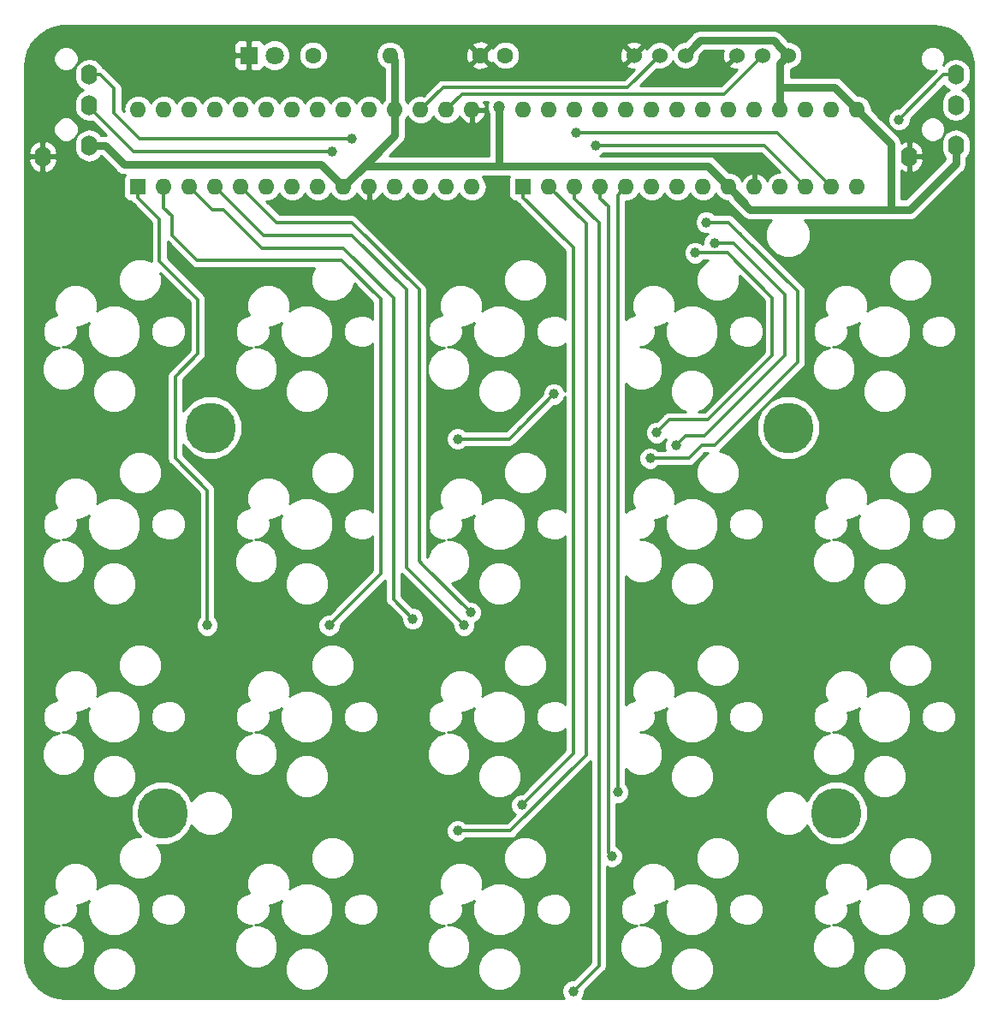
<source format=gtl>
G04 #@! TF.GenerationSoftware,KiCad,Pcbnew,5.0.2-bee76a0~70~ubuntu18.04.1*
G04 #@! TF.CreationDate,2019-02-22T00:54:51+09:00*
G04 #@! TF.ProjectId,next-keyboard,6e657874-2d6b-4657-9962-6f6172642e6b,rev?*
G04 #@! TF.SameCoordinates,Original*
G04 #@! TF.FileFunction,Copper,L1,Top*
G04 #@! TF.FilePolarity,Positive*
%FSLAX46Y46*%
G04 Gerber Fmt 4.6, Leading zero omitted, Abs format (unit mm)*
G04 Created by KiCad (PCBNEW 5.0.2-bee76a0~70~ubuntu18.04.1) date 2019年02月22日 00時54分51秒*
%MOMM*%
%LPD*%
G01*
G04 APERTURE LIST*
G04 #@! TA.AperFunction,ComponentPad*
%ADD10O,1.600000X1.600000*%
G04 #@! TD*
G04 #@! TA.AperFunction,ComponentPad*
%ADD11R,1.600000X1.600000*%
G04 #@! TD*
G04 #@! TA.AperFunction,WasherPad*
%ADD12C,5.000000*%
G04 #@! TD*
G04 #@! TA.AperFunction,ComponentPad*
%ADD13C,1.600000*%
G04 #@! TD*
G04 #@! TA.AperFunction,ComponentPad*
%ADD14R,1.800000X1.800000*%
G04 #@! TD*
G04 #@! TA.AperFunction,ComponentPad*
%ADD15C,1.800000*%
G04 #@! TD*
G04 #@! TA.AperFunction,ComponentPad*
%ADD16O,1.600000X2.000000*%
G04 #@! TD*
G04 #@! TA.AperFunction,ComponentPad*
%ADD17C,1.524000*%
G04 #@! TD*
G04 #@! TA.AperFunction,ViaPad*
%ADD18C,1.200000*%
G04 #@! TD*
G04 #@! TA.AperFunction,ViaPad*
%ADD19C,1.000000*%
G04 #@! TD*
G04 #@! TA.AperFunction,Conductor*
%ADD20C,0.800000*%
G04 #@! TD*
G04 #@! TA.AperFunction,Conductor*
%ADD21C,0.300000*%
G04 #@! TD*
G04 #@! TA.AperFunction,Conductor*
%ADD22C,0.254000*%
G04 #@! TD*
G04 APERTURE END LIST*
D10*
G04 #@! TO.P,U1,28*
G04 #@! TO.N,Net-(U1-Pad28)*
X35718750Y-32861250D03*
G04 #@! TO.P,U1,14*
G04 #@! TO.N,Net-(U1-Pad14)*
X68738750Y-40481250D03*
G04 #@! TO.P,U1,27*
G04 #@! TO.N,Net-(U1-Pad27)*
X38258750Y-32861250D03*
G04 #@! TO.P,U1,13*
G04 #@! TO.N,SDA*
X66198750Y-40481250D03*
G04 #@! TO.P,U1,26*
G04 #@! TO.N,Net-(U1-Pad26)*
X40798750Y-32861250D03*
G04 #@! TO.P,U1,12*
G04 #@! TO.N,SCL*
X63658750Y-40481250D03*
G04 #@! TO.P,U1,25*
G04 #@! TO.N,SW1*
X43338750Y-32861250D03*
G04 #@! TO.P,U1,11*
G04 #@! TO.N,Net-(U1-Pad11)*
X61118750Y-40481250D03*
G04 #@! TO.P,U1,24*
G04 #@! TO.N,SW2*
X45878750Y-32861250D03*
G04 #@! TO.P,U1,10*
G04 #@! TO.N,GND*
X58578750Y-40481250D03*
G04 #@! TO.P,U1,23*
G04 #@! TO.N,SW5*
X48418750Y-32861250D03*
G04 #@! TO.P,U1,9*
G04 #@! TO.N,3V3*
X56038750Y-40481250D03*
G04 #@! TO.P,U1,22*
G04 #@! TO.N,SW4*
X50958750Y-32861250D03*
G04 #@! TO.P,U1,8*
G04 #@! TO.N,Net-(U1-Pad8)*
X53498750Y-40481250D03*
G04 #@! TO.P,U1,21*
G04 #@! TO.N,SW3*
X53498750Y-32861250D03*
G04 #@! TO.P,U1,7*
G04 #@! TO.N,Net-(U1-Pad7)*
X50958750Y-40481250D03*
G04 #@! TO.P,U1,20*
G04 #@! TO.N,Net-(U1-Pad20)*
X56038750Y-32861250D03*
G04 #@! TO.P,U1,6*
G04 #@! TO.N,Net-(U1-Pad6)*
X48418750Y-40481250D03*
G04 #@! TO.P,U1,19*
G04 #@! TO.N,Net-(U1-Pad19)*
X58578750Y-32861250D03*
G04 #@! TO.P,U1,5*
G04 #@! TO.N,SW15*
X45878750Y-40481250D03*
G04 #@! TO.P,U1,18*
G04 #@! TO.N,3V3*
X61118750Y-32861250D03*
G04 #@! TO.P,U1,4*
G04 #@! TO.N,SW14*
X43338750Y-40481250D03*
G04 #@! TO.P,U1,17*
G04 #@! TO.N,A2*
X63658750Y-32861250D03*
G04 #@! TO.P,U1,3*
G04 #@! TO.N,SW13*
X40798750Y-40481250D03*
G04 #@! TO.P,U1,16*
G04 #@! TO.N,A1*
X66198750Y-32861250D03*
G04 #@! TO.P,U1,2*
G04 #@! TO.N,SW12*
X38258750Y-40481250D03*
G04 #@! TO.P,U1,15*
G04 #@! TO.N,GND*
X68738750Y-32861250D03*
D11*
G04 #@! TO.P,U1,1*
G04 #@! TO.N,SW11*
X35718750Y-40481250D03*
G04 #@! TD*
G04 #@! TO.P,U2,1*
G04 #@! TO.N,SW16*
X73818750Y-40481250D03*
D10*
G04 #@! TO.P,U2,15*
G04 #@! TO.N,3V3*
X106838750Y-32861250D03*
G04 #@! TO.P,U2,2*
G04 #@! TO.N,SW17*
X76358750Y-40481250D03*
G04 #@! TO.P,U2,16*
G04 #@! TO.N,A1*
X104298750Y-32861250D03*
G04 #@! TO.P,U2,3*
G04 #@! TO.N,SW18*
X78898750Y-40481250D03*
G04 #@! TO.P,U2,17*
G04 #@! TO.N,A2*
X101758750Y-32861250D03*
G04 #@! TO.P,U2,4*
G04 #@! TO.N,SW19*
X81438750Y-40481250D03*
G04 #@! TO.P,U2,18*
G04 #@! TO.N,3V3*
X99218750Y-32861250D03*
G04 #@! TO.P,U2,5*
G04 #@! TO.N,SW20*
X83978750Y-40481250D03*
G04 #@! TO.P,U2,19*
G04 #@! TO.N,Net-(U2-Pad19)*
X96678750Y-32861250D03*
G04 #@! TO.P,U2,6*
G04 #@! TO.N,Net-(U2-Pad6)*
X86518750Y-40481250D03*
G04 #@! TO.P,U2,20*
G04 #@! TO.N,Net-(U2-Pad20)*
X94138750Y-32861250D03*
G04 #@! TO.P,U2,7*
G04 #@! TO.N,Net-(U2-Pad7)*
X89058750Y-40481250D03*
G04 #@! TO.P,U2,21*
G04 #@! TO.N,SW10*
X91598750Y-32861250D03*
G04 #@! TO.P,U2,8*
G04 #@! TO.N,Net-(U2-Pad8)*
X91598750Y-40481250D03*
G04 #@! TO.P,U2,22*
G04 #@! TO.N,SW9*
X89058750Y-32861250D03*
G04 #@! TO.P,U2,9*
G04 #@! TO.N,3V3*
X94138750Y-40481250D03*
G04 #@! TO.P,U2,23*
G04 #@! TO.N,SW8*
X86518750Y-32861250D03*
G04 #@! TO.P,U2,10*
G04 #@! TO.N,GND*
X96678750Y-40481250D03*
G04 #@! TO.P,U2,24*
G04 #@! TO.N,SW7*
X83978750Y-32861250D03*
G04 #@! TO.P,U2,11*
G04 #@! TO.N,Net-(U2-Pad11)*
X99218750Y-40481250D03*
G04 #@! TO.P,U2,25*
G04 #@! TO.N,SW6*
X81438750Y-32861250D03*
G04 #@! TO.P,U2,12*
G04 #@! TO.N,SCL*
X101758750Y-40481250D03*
G04 #@! TO.P,U2,26*
G04 #@! TO.N,Net-(U2-Pad26)*
X78898750Y-32861250D03*
G04 #@! TO.P,U2,13*
G04 #@! TO.N,SDA*
X104298750Y-40481250D03*
G04 #@! TO.P,U2,27*
G04 #@! TO.N,Net-(U2-Pad27)*
X76358750Y-32861250D03*
G04 #@! TO.P,U2,14*
G04 #@! TO.N,Net-(U2-Pad14)*
X106838750Y-40481250D03*
G04 #@! TO.P,U2,28*
G04 #@! TO.N,Net-(U2-Pad28)*
X73818750Y-32861250D03*
G04 #@! TD*
D12*
G04 #@! TO.P,H8,*
G04 #@! TO.N,*
X104775000Y-102394000D03*
G04 #@! TD*
G04 #@! TO.P,H6,*
G04 #@! TO.N,*
X100012000Y-64293800D03*
G04 #@! TD*
G04 #@! TO.P,H5,*
G04 #@! TO.N,*
X42862500Y-64293800D03*
G04 #@! TD*
G04 #@! TO.P,H7,*
G04 #@! TO.N,*
X38100000Y-102394000D03*
G04 #@! TD*
D13*
G04 #@! TO.P,C1,2*
G04 #@! TO.N,3V3*
X72032500Y-27463750D03*
G04 #@! TO.P,C1,1*
G04 #@! TO.N,GND*
X69532500Y-27463750D03*
G04 #@! TD*
D14*
G04 #@! TO.P,D1,1*
G04 #@! TO.N,GND*
X46672500Y-27463750D03*
D15*
G04 #@! TO.P,D1,2*
G04 #@! TO.N,Net-(D1-Pad2)*
X49212500Y-27463750D03*
G04 #@! TD*
D13*
G04 #@! TO.P,R1,1*
G04 #@! TO.N,Net-(D1-Pad2)*
X53022500Y-27463750D03*
D10*
G04 #@! TO.P,R1,2*
G04 #@! TO.N,3V3*
X60642500Y-27463750D03*
G04 #@! TD*
D16*
G04 #@! TO.P,J2,C*
G04 #@! TO.N,SCL*
X116600000Y-32393750D03*
G04 #@! TO.P,J2,B*
G04 #@! TO.N,SDA*
X116600000Y-29393750D03*
G04 #@! TO.P,J2,D*
G04 #@! TO.N,3V3*
X116600000Y-36393750D03*
G04 #@! TO.P,J2,A*
G04 #@! TO.N,GND*
X112000000Y-37493750D03*
G04 #@! TD*
G04 #@! TO.P,J1,C*
G04 #@! TO.N,SCL*
X30875000Y-32393750D03*
G04 #@! TO.P,J1,B*
G04 #@! TO.N,SDA*
X30875000Y-29393750D03*
G04 #@! TO.P,J1,D*
G04 #@! TO.N,3V3*
X30875000Y-36393750D03*
G04 #@! TO.P,J1,A*
G04 #@! TO.N,GND*
X26275000Y-37493750D03*
G04 #@! TD*
D17*
G04 #@! TO.P,SW22,3*
G04 #@! TO.N,GND*
X84772500Y-27463750D03*
G04 #@! TO.P,SW22,2*
G04 #@! TO.N,A2*
X87312500Y-27463750D03*
G04 #@! TO.P,SW22,1*
G04 #@! TO.N,3V3*
X89852500Y-27463750D03*
G04 #@! TD*
G04 #@! TO.P,SW21,1*
G04 #@! TO.N,3V3*
X100012500Y-27463750D03*
G04 #@! TO.P,SW21,2*
G04 #@! TO.N,A1*
X97472500Y-27463750D03*
G04 #@! TO.P,SW21,3*
G04 #@! TO.N,GND*
X94932500Y-27463750D03*
G04 #@! TD*
D18*
G04 #@! TO.N,3V3*
X71437500Y-32543750D03*
D19*
G04 #@! TO.N,SCL*
X54927500Y-36988750D03*
X80962500Y-36353750D03*
G04 #@! TO.N,SDA*
X56832500Y-35718750D03*
X79057500Y-35083750D03*
X110966250Y-33813750D03*
G04 #@! TO.N,SW6*
X76835000Y-60960000D03*
X67310000Y-65405000D03*
G04 #@! TO.N,SW7*
X90805000Y-46990000D03*
X86995000Y-64770000D03*
G04 #@! TO.N,SW8*
X92710000Y-46035000D03*
X88900000Y-66040000D03*
G04 #@! TO.N,SW9*
X86360000Y-67310000D03*
X91898751Y-43973750D03*
G04 #@! TO.N,SW12*
X54610000Y-83820000D03*
G04 #@! TO.N,SW13*
X62865000Y-83185000D03*
G04 #@! TO.N,SW14*
X67945000Y-83820000D03*
G04 #@! TO.N,SW15*
X68582698Y-82550000D03*
G04 #@! TO.N,SW16*
X73660000Y-101600000D03*
G04 #@! TO.N,SW17*
X67310000Y-104140000D03*
G04 #@! TO.N,SW18*
X78740000Y-120015000D03*
G04 #@! TO.N,SW19*
X82550000Y-106680000D03*
G04 #@! TO.N,SW20*
X83185000Y-100330000D03*
G04 #@! TO.N,SW11*
X42545000Y-83820000D03*
G04 #@! TD*
D20*
G04 #@! TO.N,3V3*
X116600000Y-36393750D02*
X116600000Y-38193750D01*
X95726250Y-42068750D02*
X94138750Y-40481250D01*
X94138750Y-40481250D02*
X92638749Y-38981249D01*
X61118750Y-27940000D02*
X60642500Y-27463750D01*
X61118750Y-32861250D02*
X61118750Y-27940000D01*
X32475000Y-36393750D02*
X34340000Y-38258750D01*
X30875000Y-36393750D02*
X32475000Y-36393750D01*
X34340000Y-38258750D02*
X53816250Y-38258750D01*
X56038750Y-40481250D02*
X53816250Y-38258750D01*
X92075000Y-38417500D02*
X94138750Y-40481250D01*
X58102500Y-38417500D02*
X56038750Y-40481250D01*
X59531250Y-36988750D02*
X58102500Y-38417500D01*
X61118750Y-35401250D02*
X61118750Y-32861250D01*
X56038750Y-40481250D02*
X61118750Y-35401250D01*
X91314501Y-26001749D02*
X98550499Y-26001749D01*
X99250501Y-26701751D02*
X100012500Y-27463750D01*
X98550499Y-26001749D02*
X99250501Y-26701751D01*
X89852500Y-27463750D02*
X91314501Y-26001749D01*
X99218750Y-28257500D02*
X100012500Y-27463750D01*
X99218750Y-30638750D02*
X104616250Y-30638750D01*
X104616250Y-30638750D02*
X106838750Y-32861250D01*
X99218750Y-30638750D02*
X99218750Y-28257500D01*
X99218750Y-32861250D02*
X99218750Y-30638750D01*
X110172500Y-36195000D02*
X110172500Y-42068750D01*
X106838750Y-32861250D02*
X110172500Y-36195000D01*
X112090000Y-42703750D02*
X113347500Y-41446250D01*
X116600000Y-38193750D02*
X113347500Y-41446250D01*
X113347500Y-41446250D02*
X112725000Y-42068750D01*
X94138750Y-40481250D02*
X94938749Y-41281249D01*
X94938749Y-41439999D02*
X96202500Y-42703750D01*
X94938749Y-41281249D02*
X94938749Y-41439999D01*
X110172500Y-42068750D02*
X110172500Y-42703750D01*
X96202500Y-42703750D02*
X110172500Y-42703750D01*
X110172500Y-42703750D02*
X112090000Y-42703750D01*
X71437500Y-38417500D02*
X71437500Y-32543750D01*
X71437500Y-38417500D02*
X92075000Y-38417500D01*
X58102500Y-38417500D02*
X71437500Y-38417500D01*
D21*
G04 #@! TO.N,A2*
X63658750Y-32861250D02*
X65881250Y-30638750D01*
X84137500Y-30638750D02*
X87312500Y-27463750D01*
X65881250Y-30638750D02*
X84137500Y-30638750D01*
G04 #@! TO.N,A1*
X93662500Y-31273750D02*
X96710501Y-28225749D01*
X96710501Y-28225749D02*
X97472500Y-27463750D01*
X67786250Y-31273750D02*
X93662500Y-31273750D01*
X66198750Y-32861250D02*
X67786250Y-31273750D01*
G04 #@! TO.N,SCL*
X36570000Y-36988750D02*
X54927500Y-36988750D01*
X35270000Y-36988750D02*
X36570000Y-36988750D01*
X30875000Y-32593750D02*
X35270000Y-36988750D01*
X30875000Y-32393750D02*
X30875000Y-32593750D01*
X101758750Y-40481250D02*
X97631250Y-36353750D01*
X97631250Y-36353750D02*
X80962500Y-36353750D01*
G04 #@! TO.N,SDA*
X31975000Y-29393750D02*
X33337500Y-30756250D01*
X30875000Y-29393750D02*
X31975000Y-29393750D01*
X33337500Y-30756250D02*
X33337500Y-33178750D01*
X33337500Y-33178750D02*
X35877500Y-35718750D01*
X35877500Y-35718750D02*
X56832500Y-35718750D01*
X115386250Y-29393750D02*
X116600000Y-29393750D01*
X98901250Y-35083750D02*
X104298750Y-40481250D01*
X79057500Y-35083750D02*
X98901250Y-35083750D01*
X110966250Y-33813750D02*
X115386250Y-29393750D01*
G04 #@! TO.N,SW6*
X72390000Y-65405000D02*
X73660000Y-64135000D01*
X76835000Y-60960000D02*
X73660000Y-64135000D01*
X73660000Y-64135000D02*
X73340000Y-64455000D01*
X72390000Y-65405000D02*
X67310000Y-65405000D01*
G04 #@! TO.N,SW7*
X93980000Y-46990000D02*
X98425000Y-51435000D01*
X90805000Y-46990000D02*
X93980000Y-46990000D01*
X92075000Y-63500000D02*
X98425000Y-57150000D01*
X98425000Y-51435000D02*
X98425000Y-57150000D01*
X88265000Y-63500000D02*
X92075000Y-63500000D01*
X86995000Y-64770000D02*
X88265000Y-63500000D01*
G04 #@! TO.N,SW8*
X94615000Y-46035000D02*
X92710000Y-46035000D01*
X99695000Y-51115000D02*
X94615000Y-46035000D01*
X99695000Y-57150000D02*
X99695000Y-51115000D01*
X91757500Y-65087500D02*
X99695000Y-57150000D01*
X89852500Y-65087500D02*
X91757500Y-65087500D01*
X88900000Y-66040000D02*
X89852500Y-65087500D01*
G04 #@! TO.N,SW9*
X90170000Y-67310000D02*
X86360000Y-67310000D01*
X92710000Y-66040000D02*
X100965000Y-57785000D01*
X100965000Y-57785000D02*
X100965000Y-50800000D01*
X91440000Y-66040000D02*
X90170000Y-67310000D01*
X92710000Y-66040000D02*
X91440000Y-66040000D01*
X94138750Y-43973750D02*
X91898751Y-43973750D01*
X95408750Y-45243750D02*
X94138750Y-43973750D01*
X95408750Y-45243750D02*
X95250000Y-45085000D01*
X100965000Y-50800000D02*
X95408750Y-45243750D01*
G04 #@! TO.N,SW12*
X59690000Y-78740000D02*
X54610000Y-83820000D01*
X38258750Y-40481250D02*
X38258750Y-42545000D01*
X38258750Y-42545000D02*
X39052500Y-43338750D01*
X59690000Y-51565298D02*
X59690000Y-78740000D01*
X39052500Y-43338750D02*
X39052500Y-45243750D01*
X41547549Y-47738799D02*
X55863501Y-47738799D01*
X39052500Y-45243750D02*
X41547549Y-47738799D01*
X55863501Y-47738799D02*
X59690000Y-51565298D01*
G04 #@! TO.N,SW13*
X62865000Y-83185000D02*
X60960000Y-81280000D01*
X60960000Y-81280000D02*
X60960000Y-51435000D01*
X60960000Y-51435000D02*
X56038750Y-46513750D01*
X40798750Y-40481250D02*
X43021250Y-42703750D01*
X43021250Y-42703750D02*
X44132500Y-42703750D01*
X44132500Y-42703750D02*
X47942500Y-46513750D01*
X47942500Y-46513750D02*
X56038750Y-46513750D01*
G04 #@! TO.N,SW14*
X62230000Y-78105000D02*
X67945000Y-83820000D01*
X62230000Y-50641250D02*
X62230000Y-78105000D01*
X48101250Y-45243750D02*
X56832500Y-45243750D01*
X56832500Y-45243750D02*
X62230000Y-50641250D01*
X43338750Y-40481250D02*
X48101250Y-45243750D01*
G04 #@! TO.N,SW15*
X63815000Y-77782302D02*
X68582698Y-82550000D01*
X63815000Y-77782302D02*
X63812302Y-77782302D01*
X63812302Y-77782302D02*
X63500000Y-77470000D01*
X63500000Y-77470000D02*
X63500000Y-51593750D01*
X63500000Y-51593750D02*
X63500000Y-51435000D01*
X63500000Y-50641250D02*
X63500000Y-51593750D01*
X56832500Y-43973750D02*
X63500000Y-50641250D01*
X49371250Y-43973750D02*
X56832500Y-43973750D01*
X45878750Y-40481250D02*
X49371250Y-43973750D01*
G04 #@! TO.N,SW16*
X78740000Y-96520000D02*
X73660000Y-101600000D01*
X78740000Y-96520000D02*
X78740000Y-68580000D01*
X78740000Y-68580000D02*
X78740000Y-70082501D01*
X73818750Y-41581250D02*
X74930000Y-42692500D01*
X73818750Y-41581250D02*
X78740000Y-46502500D01*
X78740000Y-46502500D02*
X78740000Y-52228750D01*
X73818750Y-40481250D02*
X73818750Y-41581250D01*
X78740000Y-50800000D02*
X78740000Y-52228750D01*
X78740000Y-52228750D02*
X78740000Y-68580000D01*
G04 #@! TO.N,SW17*
X72526002Y-104140000D02*
X67310000Y-104140000D01*
X80010000Y-96656002D02*
X72526002Y-104140000D01*
X80010000Y-44132500D02*
X80010000Y-96656002D01*
X76358750Y-40481250D02*
X80010000Y-44132500D01*
G04 #@! TO.N,SW18*
X81280000Y-117475000D02*
X78740000Y-120015000D01*
X81280000Y-43993870D02*
X81280000Y-51593750D01*
X78898750Y-40481250D02*
X78898750Y-41612620D01*
X81280000Y-50800000D02*
X81280000Y-51593750D01*
X78898750Y-41612620D02*
X81280000Y-43993870D01*
X81280000Y-51593750D02*
X81280000Y-117475000D01*
G04 #@! TO.N,SW19*
X82234999Y-106364999D02*
X82550000Y-106680000D01*
X81438750Y-41612620D02*
X82234999Y-42408869D01*
X81438750Y-40481250D02*
X81438750Y-41612620D01*
X82234999Y-42408869D02*
X82234999Y-106364999D01*
G04 #@! TO.N,SW20*
X83178751Y-50952501D02*
X83185000Y-50958750D01*
X83178751Y-41281249D02*
X83178751Y-50952501D01*
X83978750Y-40481250D02*
X83178751Y-41281249D01*
X83185000Y-50958750D02*
X83185000Y-100330000D01*
G04 #@! TO.N,SW11*
X39370000Y-59213750D02*
X39370000Y-67310000D01*
X39370000Y-67310000D02*
X42545000Y-70485000D01*
X35718750Y-40481250D02*
X35718750Y-41581250D01*
X37827501Y-47828751D02*
X41592500Y-51593750D01*
X35718750Y-41581250D02*
X37827501Y-43690001D01*
X42545000Y-70485000D02*
X42545000Y-83820000D01*
X41592500Y-51593750D02*
X41592500Y-56991250D01*
X37827501Y-43690001D02*
X37827501Y-47828751D01*
X41592500Y-56991250D02*
X39370000Y-59213750D01*
G04 #@! TD*
D22*
G04 #@! TO.N,GND*
G36*
X28502612Y-24547500D02*
X114372388Y-24547500D01*
X114425200Y-24536995D01*
X115037965Y-24593300D01*
X115751210Y-24794456D01*
X116415866Y-25122228D01*
X117009650Y-25565628D01*
X117512693Y-26109818D01*
X117908139Y-26736560D01*
X118182750Y-27424879D01*
X118330064Y-28165473D01*
X118343513Y-28422113D01*
X118327501Y-28502612D01*
X118327500Y-116753637D01*
X118338005Y-116806450D01*
X118281700Y-117419215D01*
X118080544Y-118132460D01*
X117752772Y-118797116D01*
X117309372Y-119390901D01*
X116765185Y-119893941D01*
X116138440Y-120289389D01*
X115450125Y-120563998D01*
X114709526Y-120711314D01*
X114452891Y-120724763D01*
X114372388Y-120708750D01*
X79651383Y-120708750D01*
X79702207Y-120657926D01*
X79875000Y-120240766D01*
X79875000Y-119990157D01*
X81780411Y-118084747D01*
X81845953Y-118040953D01*
X81889747Y-117975411D01*
X81889749Y-117975409D01*
X82019453Y-117781293D01*
X82019454Y-117781292D01*
X82065000Y-117552316D01*
X82065000Y-117552312D01*
X82080378Y-117475001D01*
X82065000Y-117397690D01*
X82065000Y-115194322D01*
X83352500Y-115194322D01*
X83352500Y-116043678D01*
X83677534Y-116828380D01*
X84278120Y-117428966D01*
X85062822Y-117754000D01*
X85912178Y-117754000D01*
X86696880Y-117428966D01*
X86731524Y-117394322D01*
X88352500Y-117394322D01*
X88352500Y-118243678D01*
X88677534Y-119028380D01*
X89278120Y-119628966D01*
X90062822Y-119954000D01*
X90912178Y-119954000D01*
X91696880Y-119628966D01*
X92297466Y-119028380D01*
X92622500Y-118243678D01*
X92622500Y-117394322D01*
X92297466Y-116609620D01*
X91696880Y-116009034D01*
X90912178Y-115684000D01*
X90062822Y-115684000D01*
X89278120Y-116009034D01*
X88677534Y-116609620D01*
X88352500Y-117394322D01*
X86731524Y-117394322D01*
X87297466Y-116828380D01*
X87622500Y-116043678D01*
X87622500Y-115194322D01*
X102403000Y-115194322D01*
X102403000Y-116043678D01*
X102728034Y-116828380D01*
X103328620Y-117428966D01*
X104113322Y-117754000D01*
X104962678Y-117754000D01*
X105747380Y-117428966D01*
X105782024Y-117394322D01*
X107403000Y-117394322D01*
X107403000Y-118243678D01*
X107728034Y-119028380D01*
X108328620Y-119628966D01*
X109113322Y-119954000D01*
X109962678Y-119954000D01*
X110747380Y-119628966D01*
X111347966Y-119028380D01*
X111673000Y-118243678D01*
X111673000Y-117394322D01*
X111347966Y-116609620D01*
X110747380Y-116009034D01*
X109962678Y-115684000D01*
X109113322Y-115684000D01*
X108328620Y-116009034D01*
X107728034Y-116609620D01*
X107403000Y-117394322D01*
X105782024Y-117394322D01*
X106347966Y-116828380D01*
X106673000Y-116043678D01*
X106673000Y-115194322D01*
X106347966Y-114409620D01*
X105747380Y-113809034D01*
X104962678Y-113484000D01*
X104401560Y-113484000D01*
X104594697Y-113404000D01*
X104753385Y-113404000D01*
X105299185Y-113177922D01*
X105716922Y-112760185D01*
X105943000Y-112214385D01*
X105943000Y-111623615D01*
X105897596Y-111514000D01*
X106152678Y-111514000D01*
X106937380Y-111188966D01*
X107024283Y-111102063D01*
X106903000Y-111394866D01*
X106903000Y-112443134D01*
X107304155Y-113411608D01*
X108045392Y-114152845D01*
X109013866Y-114554000D01*
X110062134Y-114554000D01*
X111030608Y-114152845D01*
X111771845Y-113411608D01*
X112173000Y-112443134D01*
X112173000Y-111623615D01*
X113133000Y-111623615D01*
X113133000Y-112214385D01*
X113359078Y-112760185D01*
X113776815Y-113177922D01*
X114322615Y-113404000D01*
X114481303Y-113404000D01*
X114722724Y-113504000D01*
X115353276Y-113504000D01*
X115935830Y-113262698D01*
X116381698Y-112816830D01*
X116623000Y-112234276D01*
X116623000Y-111603724D01*
X116381698Y-111021170D01*
X115935830Y-110575302D01*
X115353276Y-110334000D01*
X114722724Y-110334000D01*
X114481303Y-110434000D01*
X114322615Y-110434000D01*
X113776815Y-110660078D01*
X113359078Y-111077815D01*
X113133000Y-111623615D01*
X112173000Y-111623615D01*
X112173000Y-111394866D01*
X111771845Y-110426392D01*
X111030608Y-109685155D01*
X110062134Y-109284000D01*
X109013866Y-109284000D01*
X108045392Y-109685155D01*
X107817838Y-109912709D01*
X107863000Y-109803678D01*
X107863000Y-108954322D01*
X107537966Y-108169620D01*
X106937380Y-107569034D01*
X106152678Y-107244000D01*
X105303322Y-107244000D01*
X104518620Y-107569034D01*
X103918034Y-108169620D01*
X103593000Y-108954322D01*
X103593000Y-109803678D01*
X103812666Y-110334000D01*
X103722724Y-110334000D01*
X103140170Y-110575302D01*
X102694302Y-111021170D01*
X102453000Y-111603724D01*
X102453000Y-112234276D01*
X102694302Y-112816830D01*
X103140170Y-113262698D01*
X103722724Y-113504000D01*
X104065038Y-113504000D01*
X103328620Y-113809034D01*
X102728034Y-114409620D01*
X102403000Y-115194322D01*
X87622500Y-115194322D01*
X87297466Y-114409620D01*
X86696880Y-113809034D01*
X85912178Y-113484000D01*
X85351060Y-113484000D01*
X85544197Y-113404000D01*
X85702885Y-113404000D01*
X86248685Y-113177922D01*
X86666422Y-112760185D01*
X86892500Y-112214385D01*
X86892500Y-111623615D01*
X86847096Y-111514000D01*
X87102178Y-111514000D01*
X87886880Y-111188966D01*
X87973783Y-111102063D01*
X87852500Y-111394866D01*
X87852500Y-112443134D01*
X88253655Y-113411608D01*
X88994892Y-114152845D01*
X89963366Y-114554000D01*
X91011634Y-114554000D01*
X91980108Y-114152845D01*
X92721345Y-113411608D01*
X93122500Y-112443134D01*
X93122500Y-111623615D01*
X94082500Y-111623615D01*
X94082500Y-112214385D01*
X94308578Y-112760185D01*
X94726315Y-113177922D01*
X95272115Y-113404000D01*
X95430803Y-113404000D01*
X95672224Y-113504000D01*
X96302776Y-113504000D01*
X96885330Y-113262698D01*
X97331198Y-112816830D01*
X97572500Y-112234276D01*
X97572500Y-111603724D01*
X97331198Y-111021170D01*
X96885330Y-110575302D01*
X96302776Y-110334000D01*
X95672224Y-110334000D01*
X95430803Y-110434000D01*
X95272115Y-110434000D01*
X94726315Y-110660078D01*
X94308578Y-111077815D01*
X94082500Y-111623615D01*
X93122500Y-111623615D01*
X93122500Y-111394866D01*
X92721345Y-110426392D01*
X91980108Y-109685155D01*
X91011634Y-109284000D01*
X89963366Y-109284000D01*
X88994892Y-109685155D01*
X88767338Y-109912709D01*
X88812500Y-109803678D01*
X88812500Y-108954322D01*
X88487466Y-108169620D01*
X87886880Y-107569034D01*
X87102178Y-107244000D01*
X86252822Y-107244000D01*
X85468120Y-107569034D01*
X84867534Y-108169620D01*
X84542500Y-108954322D01*
X84542500Y-109803678D01*
X84762166Y-110334000D01*
X84672224Y-110334000D01*
X84089670Y-110575302D01*
X83643802Y-111021170D01*
X83402500Y-111603724D01*
X83402500Y-112234276D01*
X83643802Y-112816830D01*
X84089670Y-113262698D01*
X84672224Y-113504000D01*
X85014538Y-113504000D01*
X84278120Y-113809034D01*
X83677534Y-114409620D01*
X83352500Y-115194322D01*
X82065000Y-115194322D01*
X82065000Y-107707622D01*
X82324234Y-107815000D01*
X82775766Y-107815000D01*
X83192926Y-107642207D01*
X83512207Y-107322926D01*
X83685000Y-106905766D01*
X83685000Y-106454234D01*
X83668468Y-106414322D01*
X90892500Y-106414322D01*
X90892500Y-107263678D01*
X91217534Y-108048380D01*
X91818120Y-108648966D01*
X92602822Y-108974000D01*
X93452178Y-108974000D01*
X94236880Y-108648966D01*
X94837466Y-108048380D01*
X95162500Y-107263678D01*
X95162500Y-106414322D01*
X109943000Y-106414322D01*
X109943000Y-107263678D01*
X110268034Y-108048380D01*
X110868620Y-108648966D01*
X111653322Y-108974000D01*
X112502678Y-108974000D01*
X113287380Y-108648966D01*
X113887966Y-108048380D01*
X114213000Y-107263678D01*
X114213000Y-106414322D01*
X113887966Y-105629620D01*
X113287380Y-105029034D01*
X112502678Y-104704000D01*
X111653322Y-104704000D01*
X110868620Y-105029034D01*
X110268034Y-105629620D01*
X109943000Y-106414322D01*
X95162500Y-106414322D01*
X94837466Y-105629620D01*
X94236880Y-105029034D01*
X93452178Y-104704000D01*
X92602822Y-104704000D01*
X91818120Y-105029034D01*
X91217534Y-105629620D01*
X90892500Y-106414322D01*
X83668468Y-106414322D01*
X83512207Y-106037074D01*
X83192926Y-105717793D01*
X83019999Y-105646164D01*
X83019999Y-101949431D01*
X97777000Y-101949431D01*
X97777000Y-102838569D01*
X98117259Y-103660026D01*
X98745974Y-104288741D01*
X99567431Y-104629000D01*
X100456569Y-104629000D01*
X101278026Y-104288741D01*
X101906292Y-103660475D01*
X102117276Y-104169835D01*
X102999165Y-105051724D01*
X104151410Y-105529000D01*
X105398590Y-105529000D01*
X106550835Y-105051724D01*
X107432724Y-104169835D01*
X107910000Y-103017590D01*
X107910000Y-101770410D01*
X107432724Y-100618165D01*
X106550835Y-99736276D01*
X105398590Y-99259000D01*
X104151410Y-99259000D01*
X102999165Y-99736276D01*
X102117276Y-100618165D01*
X101906292Y-101127525D01*
X101278026Y-100499259D01*
X100456569Y-100159000D01*
X99567431Y-100159000D01*
X98745974Y-100499259D01*
X98117259Y-101127974D01*
X97777000Y-101949431D01*
X83019999Y-101949431D01*
X83019999Y-101465000D01*
X83410766Y-101465000D01*
X83827926Y-101292207D01*
X84147207Y-100972926D01*
X84320000Y-100555766D01*
X84320000Y-100104234D01*
X84147207Y-99687074D01*
X83970000Y-99509867D01*
X83970000Y-98070646D01*
X84278120Y-98378766D01*
X85062822Y-98703800D01*
X85912178Y-98703800D01*
X86696880Y-98378766D01*
X86731524Y-98344122D01*
X88352500Y-98344122D01*
X88352500Y-99193478D01*
X88677534Y-99978180D01*
X89278120Y-100578766D01*
X90062822Y-100903800D01*
X90912178Y-100903800D01*
X91696880Y-100578766D01*
X92297466Y-99978180D01*
X92622500Y-99193478D01*
X92622500Y-98344122D01*
X92297466Y-97559420D01*
X91696880Y-96958834D01*
X90912178Y-96633800D01*
X90062822Y-96633800D01*
X89278120Y-96958834D01*
X88677534Y-97559420D01*
X88352500Y-98344122D01*
X86731524Y-98344122D01*
X87297466Y-97778180D01*
X87622500Y-96993478D01*
X87622500Y-96144122D01*
X102403000Y-96144122D01*
X102403000Y-96993478D01*
X102728034Y-97778180D01*
X103328620Y-98378766D01*
X104113322Y-98703800D01*
X104962678Y-98703800D01*
X105747380Y-98378766D01*
X105782024Y-98344122D01*
X107403000Y-98344122D01*
X107403000Y-99193478D01*
X107728034Y-99978180D01*
X108328620Y-100578766D01*
X109113322Y-100903800D01*
X109962678Y-100903800D01*
X110747380Y-100578766D01*
X111347966Y-99978180D01*
X111673000Y-99193478D01*
X111673000Y-98344122D01*
X111347966Y-97559420D01*
X110747380Y-96958834D01*
X109962678Y-96633800D01*
X109113322Y-96633800D01*
X108328620Y-96958834D01*
X107728034Y-97559420D01*
X107403000Y-98344122D01*
X105782024Y-98344122D01*
X106347966Y-97778180D01*
X106673000Y-96993478D01*
X106673000Y-96144122D01*
X106347966Y-95359420D01*
X105747380Y-94758834D01*
X104962678Y-94433800D01*
X104401560Y-94433800D01*
X104594697Y-94353800D01*
X104753385Y-94353800D01*
X105299185Y-94127722D01*
X105716922Y-93709985D01*
X105943000Y-93164185D01*
X105943000Y-92573415D01*
X105897596Y-92463800D01*
X106152678Y-92463800D01*
X106937380Y-92138766D01*
X107024283Y-92051863D01*
X106903000Y-92344666D01*
X106903000Y-93392934D01*
X107304155Y-94361408D01*
X108045392Y-95102645D01*
X109013866Y-95503800D01*
X110062134Y-95503800D01*
X111030608Y-95102645D01*
X111771845Y-94361408D01*
X112173000Y-93392934D01*
X112173000Y-92573415D01*
X113133000Y-92573415D01*
X113133000Y-93164185D01*
X113359078Y-93709985D01*
X113776815Y-94127722D01*
X114322615Y-94353800D01*
X114481303Y-94353800D01*
X114722724Y-94453800D01*
X115353276Y-94453800D01*
X115935830Y-94212498D01*
X116381698Y-93766630D01*
X116623000Y-93184076D01*
X116623000Y-92553524D01*
X116381698Y-91970970D01*
X115935830Y-91525102D01*
X115353276Y-91283800D01*
X114722724Y-91283800D01*
X114481303Y-91383800D01*
X114322615Y-91383800D01*
X113776815Y-91609878D01*
X113359078Y-92027615D01*
X113133000Y-92573415D01*
X112173000Y-92573415D01*
X112173000Y-92344666D01*
X111771845Y-91376192D01*
X111030608Y-90634955D01*
X110062134Y-90233800D01*
X109013866Y-90233800D01*
X108045392Y-90634955D01*
X107817838Y-90862509D01*
X107863000Y-90753478D01*
X107863000Y-89904122D01*
X107537966Y-89119420D01*
X106937380Y-88518834D01*
X106152678Y-88193800D01*
X105303322Y-88193800D01*
X104518620Y-88518834D01*
X103918034Y-89119420D01*
X103593000Y-89904122D01*
X103593000Y-90753478D01*
X103812666Y-91283800D01*
X103722724Y-91283800D01*
X103140170Y-91525102D01*
X102694302Y-91970970D01*
X102453000Y-92553524D01*
X102453000Y-93184076D01*
X102694302Y-93766630D01*
X103140170Y-94212498D01*
X103722724Y-94453800D01*
X104065038Y-94453800D01*
X103328620Y-94758834D01*
X102728034Y-95359420D01*
X102403000Y-96144122D01*
X87622500Y-96144122D01*
X87297466Y-95359420D01*
X86696880Y-94758834D01*
X85912178Y-94433800D01*
X85351060Y-94433800D01*
X85544197Y-94353800D01*
X85702885Y-94353800D01*
X86248685Y-94127722D01*
X86666422Y-93709985D01*
X86892500Y-93164185D01*
X86892500Y-92573415D01*
X86847096Y-92463800D01*
X87102178Y-92463800D01*
X87886880Y-92138766D01*
X87973783Y-92051863D01*
X87852500Y-92344666D01*
X87852500Y-93392934D01*
X88253655Y-94361408D01*
X88994892Y-95102645D01*
X89963366Y-95503800D01*
X91011634Y-95503800D01*
X91980108Y-95102645D01*
X92721345Y-94361408D01*
X93122500Y-93392934D01*
X93122500Y-92573415D01*
X94082500Y-92573415D01*
X94082500Y-93164185D01*
X94308578Y-93709985D01*
X94726315Y-94127722D01*
X95272115Y-94353800D01*
X95430803Y-94353800D01*
X95672224Y-94453800D01*
X96302776Y-94453800D01*
X96885330Y-94212498D01*
X97331198Y-93766630D01*
X97572500Y-93184076D01*
X97572500Y-92553524D01*
X97331198Y-91970970D01*
X96885330Y-91525102D01*
X96302776Y-91283800D01*
X95672224Y-91283800D01*
X95430803Y-91383800D01*
X95272115Y-91383800D01*
X94726315Y-91609878D01*
X94308578Y-92027615D01*
X94082500Y-92573415D01*
X93122500Y-92573415D01*
X93122500Y-92344666D01*
X92721345Y-91376192D01*
X91980108Y-90634955D01*
X91011634Y-90233800D01*
X89963366Y-90233800D01*
X88994892Y-90634955D01*
X88767338Y-90862509D01*
X88812500Y-90753478D01*
X88812500Y-89904122D01*
X88487466Y-89119420D01*
X87886880Y-88518834D01*
X87102178Y-88193800D01*
X86252822Y-88193800D01*
X85468120Y-88518834D01*
X84867534Y-89119420D01*
X84542500Y-89904122D01*
X84542500Y-90753478D01*
X84762166Y-91283800D01*
X84672224Y-91283800D01*
X84089670Y-91525102D01*
X83970000Y-91644772D01*
X83970000Y-87364122D01*
X90892500Y-87364122D01*
X90892500Y-88213478D01*
X91217534Y-88998180D01*
X91818120Y-89598766D01*
X92602822Y-89923800D01*
X93452178Y-89923800D01*
X94236880Y-89598766D01*
X94837466Y-88998180D01*
X95162500Y-88213478D01*
X95162500Y-87364122D01*
X109943000Y-87364122D01*
X109943000Y-88213478D01*
X110268034Y-88998180D01*
X110868620Y-89598766D01*
X111653322Y-89923800D01*
X112502678Y-89923800D01*
X113287380Y-89598766D01*
X113887966Y-88998180D01*
X114213000Y-88213478D01*
X114213000Y-87364122D01*
X113887966Y-86579420D01*
X113287380Y-85978834D01*
X112502678Y-85653800D01*
X111653322Y-85653800D01*
X110868620Y-85978834D01*
X110268034Y-86579420D01*
X109943000Y-87364122D01*
X95162500Y-87364122D01*
X94837466Y-86579420D01*
X94236880Y-85978834D01*
X93452178Y-85653800D01*
X92602822Y-85653800D01*
X91818120Y-85978834D01*
X91217534Y-86579420D01*
X90892500Y-87364122D01*
X83970000Y-87364122D01*
X83970000Y-79020646D01*
X84278120Y-79328766D01*
X85062822Y-79653800D01*
X85912178Y-79653800D01*
X86696880Y-79328766D01*
X86731524Y-79294122D01*
X88352500Y-79294122D01*
X88352500Y-80143478D01*
X88677534Y-80928180D01*
X89278120Y-81528766D01*
X90062822Y-81853800D01*
X90912178Y-81853800D01*
X91696880Y-81528766D01*
X92297466Y-80928180D01*
X92622500Y-80143478D01*
X92622500Y-79294122D01*
X92297466Y-78509420D01*
X91696880Y-77908834D01*
X90912178Y-77583800D01*
X90062822Y-77583800D01*
X89278120Y-77908834D01*
X88677534Y-78509420D01*
X88352500Y-79294122D01*
X86731524Y-79294122D01*
X87297466Y-78728180D01*
X87622500Y-77943478D01*
X87622500Y-77094122D01*
X102403000Y-77094122D01*
X102403000Y-77943478D01*
X102728034Y-78728180D01*
X103328620Y-79328766D01*
X104113322Y-79653800D01*
X104962678Y-79653800D01*
X105747380Y-79328766D01*
X105782024Y-79294122D01*
X107403000Y-79294122D01*
X107403000Y-80143478D01*
X107728034Y-80928180D01*
X108328620Y-81528766D01*
X109113322Y-81853800D01*
X109962678Y-81853800D01*
X110747380Y-81528766D01*
X111347966Y-80928180D01*
X111673000Y-80143478D01*
X111673000Y-79294122D01*
X111347966Y-78509420D01*
X110747380Y-77908834D01*
X109962678Y-77583800D01*
X109113322Y-77583800D01*
X108328620Y-77908834D01*
X107728034Y-78509420D01*
X107403000Y-79294122D01*
X105782024Y-79294122D01*
X106347966Y-78728180D01*
X106673000Y-77943478D01*
X106673000Y-77094122D01*
X106347966Y-76309420D01*
X105747380Y-75708834D01*
X104962678Y-75383800D01*
X104401560Y-75383800D01*
X104594697Y-75303800D01*
X104753385Y-75303800D01*
X105299185Y-75077722D01*
X105716922Y-74659985D01*
X105943000Y-74114185D01*
X105943000Y-73523415D01*
X105897596Y-73413800D01*
X106152678Y-73413800D01*
X106937380Y-73088766D01*
X107024283Y-73001863D01*
X106903000Y-73294666D01*
X106903000Y-74342934D01*
X107304155Y-75311408D01*
X108045392Y-76052645D01*
X109013866Y-76453800D01*
X110062134Y-76453800D01*
X111030608Y-76052645D01*
X111771845Y-75311408D01*
X112173000Y-74342934D01*
X112173000Y-73523415D01*
X113133000Y-73523415D01*
X113133000Y-74114185D01*
X113359078Y-74659985D01*
X113776815Y-75077722D01*
X114322615Y-75303800D01*
X114481303Y-75303800D01*
X114722724Y-75403800D01*
X115353276Y-75403800D01*
X115935830Y-75162498D01*
X116381698Y-74716630D01*
X116623000Y-74134076D01*
X116623000Y-73503524D01*
X116381698Y-72920970D01*
X115935830Y-72475102D01*
X115353276Y-72233800D01*
X114722724Y-72233800D01*
X114481303Y-72333800D01*
X114322615Y-72333800D01*
X113776815Y-72559878D01*
X113359078Y-72977615D01*
X113133000Y-73523415D01*
X112173000Y-73523415D01*
X112173000Y-73294666D01*
X111771845Y-72326192D01*
X111030608Y-71584955D01*
X110062134Y-71183800D01*
X109013866Y-71183800D01*
X108045392Y-71584955D01*
X107817838Y-71812509D01*
X107863000Y-71703478D01*
X107863000Y-70854122D01*
X107537966Y-70069420D01*
X106937380Y-69468834D01*
X106152678Y-69143800D01*
X105303322Y-69143800D01*
X104518620Y-69468834D01*
X103918034Y-70069420D01*
X103593000Y-70854122D01*
X103593000Y-71703478D01*
X103812666Y-72233800D01*
X103722724Y-72233800D01*
X103140170Y-72475102D01*
X102694302Y-72920970D01*
X102453000Y-73503524D01*
X102453000Y-74134076D01*
X102694302Y-74716630D01*
X103140170Y-75162498D01*
X103722724Y-75403800D01*
X104065038Y-75403800D01*
X103328620Y-75708834D01*
X102728034Y-76309420D01*
X102403000Y-77094122D01*
X87622500Y-77094122D01*
X87297466Y-76309420D01*
X86696880Y-75708834D01*
X85912178Y-75383800D01*
X85351060Y-75383800D01*
X85544197Y-75303800D01*
X85702885Y-75303800D01*
X86248685Y-75077722D01*
X86666422Y-74659985D01*
X86892500Y-74114185D01*
X86892500Y-73523415D01*
X86847096Y-73413800D01*
X87102178Y-73413800D01*
X87886880Y-73088766D01*
X87973783Y-73001863D01*
X87852500Y-73294666D01*
X87852500Y-74342934D01*
X88253655Y-75311408D01*
X88994892Y-76052645D01*
X89963366Y-76453800D01*
X91011634Y-76453800D01*
X91980108Y-76052645D01*
X92721345Y-75311408D01*
X93122500Y-74342934D01*
X93122500Y-73523415D01*
X94082500Y-73523415D01*
X94082500Y-74114185D01*
X94308578Y-74659985D01*
X94726315Y-75077722D01*
X95272115Y-75303800D01*
X95430803Y-75303800D01*
X95672224Y-75403800D01*
X96302776Y-75403800D01*
X96885330Y-75162498D01*
X97331198Y-74716630D01*
X97572500Y-74134076D01*
X97572500Y-73503524D01*
X97331198Y-72920970D01*
X96885330Y-72475102D01*
X96302776Y-72233800D01*
X95672224Y-72233800D01*
X95430803Y-72333800D01*
X95272115Y-72333800D01*
X94726315Y-72559878D01*
X94308578Y-72977615D01*
X94082500Y-73523415D01*
X93122500Y-73523415D01*
X93122500Y-73294666D01*
X92721345Y-72326192D01*
X91980108Y-71584955D01*
X91011634Y-71183800D01*
X89963366Y-71183800D01*
X88994892Y-71584955D01*
X88767338Y-71812509D01*
X88812500Y-71703478D01*
X88812500Y-70854122D01*
X88487466Y-70069420D01*
X87886880Y-69468834D01*
X87102178Y-69143800D01*
X86252822Y-69143800D01*
X85468120Y-69468834D01*
X84867534Y-70069420D01*
X84542500Y-70854122D01*
X84542500Y-71703478D01*
X84762166Y-72233800D01*
X84672224Y-72233800D01*
X84089670Y-72475102D01*
X83970000Y-72594772D01*
X83970000Y-67084234D01*
X85225000Y-67084234D01*
X85225000Y-67535766D01*
X85397793Y-67952926D01*
X85717074Y-68272207D01*
X86134234Y-68445000D01*
X86585766Y-68445000D01*
X87002926Y-68272207D01*
X87180133Y-68095000D01*
X90092688Y-68095000D01*
X90170000Y-68110378D01*
X90247312Y-68095000D01*
X90247316Y-68095000D01*
X90476292Y-68049454D01*
X90735953Y-67875953D01*
X90779749Y-67810408D01*
X91765158Y-66825000D01*
X92068798Y-66825000D01*
X91818120Y-66928834D01*
X91217534Y-67529420D01*
X90892500Y-68314122D01*
X90892500Y-69163478D01*
X91217534Y-69948180D01*
X91818120Y-70548766D01*
X92602822Y-70873800D01*
X93452178Y-70873800D01*
X94236880Y-70548766D01*
X94837466Y-69948180D01*
X95162500Y-69163478D01*
X95162500Y-68314122D01*
X109943000Y-68314122D01*
X109943000Y-69163478D01*
X110268034Y-69948180D01*
X110868620Y-70548766D01*
X111653322Y-70873800D01*
X112502678Y-70873800D01*
X113287380Y-70548766D01*
X113887966Y-69948180D01*
X114213000Y-69163478D01*
X114213000Y-68314122D01*
X113887966Y-67529420D01*
X113287380Y-66928834D01*
X112502678Y-66603800D01*
X111653322Y-66603800D01*
X110868620Y-66928834D01*
X110268034Y-67529420D01*
X109943000Y-68314122D01*
X95162500Y-68314122D01*
X94837466Y-67529420D01*
X94236880Y-66928834D01*
X93452178Y-66603800D01*
X93277392Y-66603800D01*
X93319749Y-66540408D01*
X96189947Y-63670210D01*
X96877000Y-63670210D01*
X96877000Y-64917390D01*
X97354276Y-66069635D01*
X98236165Y-66951524D01*
X99388410Y-67428800D01*
X100635590Y-67428800D01*
X101787835Y-66951524D01*
X102669724Y-66069635D01*
X103147000Y-64917390D01*
X103147000Y-63670210D01*
X102669724Y-62517965D01*
X101787835Y-61636076D01*
X100635590Y-61158800D01*
X99388410Y-61158800D01*
X98236165Y-61636076D01*
X97354276Y-62517965D01*
X96877000Y-63670210D01*
X96189947Y-63670210D01*
X101465411Y-58394747D01*
X101530953Y-58350953D01*
X101574747Y-58285411D01*
X101574749Y-58285409D01*
X101704454Y-58091292D01*
X101713836Y-58044122D01*
X102403000Y-58044122D01*
X102403000Y-58893478D01*
X102728034Y-59678180D01*
X103328620Y-60278766D01*
X104113322Y-60603800D01*
X104962678Y-60603800D01*
X105747380Y-60278766D01*
X105782024Y-60244122D01*
X107403000Y-60244122D01*
X107403000Y-61093478D01*
X107728034Y-61878180D01*
X108328620Y-62478766D01*
X109113322Y-62803800D01*
X109962678Y-62803800D01*
X110747380Y-62478766D01*
X111347966Y-61878180D01*
X111673000Y-61093478D01*
X111673000Y-60244122D01*
X111347966Y-59459420D01*
X110747380Y-58858834D01*
X109962678Y-58533800D01*
X109113322Y-58533800D01*
X108328620Y-58858834D01*
X107728034Y-59459420D01*
X107403000Y-60244122D01*
X105782024Y-60244122D01*
X106347966Y-59678180D01*
X106673000Y-58893478D01*
X106673000Y-58044122D01*
X106347966Y-57259420D01*
X105747380Y-56658834D01*
X104962678Y-56333800D01*
X104401560Y-56333800D01*
X104594697Y-56253800D01*
X104753385Y-56253800D01*
X105299185Y-56027722D01*
X105716922Y-55609985D01*
X105943000Y-55064185D01*
X105943000Y-54473415D01*
X105897596Y-54363800D01*
X106152678Y-54363800D01*
X106937380Y-54038766D01*
X107024283Y-53951863D01*
X106903000Y-54244666D01*
X106903000Y-55292934D01*
X107304155Y-56261408D01*
X108045392Y-57002645D01*
X109013866Y-57403800D01*
X110062134Y-57403800D01*
X111030608Y-57002645D01*
X111771845Y-56261408D01*
X112173000Y-55292934D01*
X112173000Y-54473415D01*
X113133000Y-54473415D01*
X113133000Y-55064185D01*
X113359078Y-55609985D01*
X113776815Y-56027722D01*
X114322615Y-56253800D01*
X114481303Y-56253800D01*
X114722724Y-56353800D01*
X115353276Y-56353800D01*
X115935830Y-56112498D01*
X116381698Y-55666630D01*
X116623000Y-55084076D01*
X116623000Y-54453524D01*
X116381698Y-53870970D01*
X115935830Y-53425102D01*
X115353276Y-53183800D01*
X114722724Y-53183800D01*
X114481303Y-53283800D01*
X114322615Y-53283800D01*
X113776815Y-53509878D01*
X113359078Y-53927615D01*
X113133000Y-54473415D01*
X112173000Y-54473415D01*
X112173000Y-54244666D01*
X111771845Y-53276192D01*
X111030608Y-52534955D01*
X110062134Y-52133800D01*
X109013866Y-52133800D01*
X108045392Y-52534955D01*
X107817838Y-52762509D01*
X107863000Y-52653478D01*
X107863000Y-51804122D01*
X107537966Y-51019420D01*
X106937380Y-50418834D01*
X106152678Y-50093800D01*
X105303322Y-50093800D01*
X104518620Y-50418834D01*
X103918034Y-51019420D01*
X103593000Y-51804122D01*
X103593000Y-52653478D01*
X103812666Y-53183800D01*
X103722724Y-53183800D01*
X103140170Y-53425102D01*
X102694302Y-53870970D01*
X102453000Y-54453524D01*
X102453000Y-55084076D01*
X102694302Y-55666630D01*
X103140170Y-56112498D01*
X103722724Y-56353800D01*
X104065038Y-56353800D01*
X103328620Y-56658834D01*
X102728034Y-57259420D01*
X102403000Y-58044122D01*
X101713836Y-58044122D01*
X101732483Y-57950379D01*
X101750000Y-57862316D01*
X101750000Y-57862312D01*
X101765378Y-57785000D01*
X101750000Y-57707688D01*
X101750000Y-50877311D01*
X101765378Y-50799999D01*
X101750000Y-50722685D01*
X101750000Y-50722684D01*
X101704454Y-50493708D01*
X101680823Y-50458342D01*
X101574749Y-50299591D01*
X101574747Y-50299589D01*
X101530953Y-50234047D01*
X101465411Y-50190253D01*
X100539280Y-49264122D01*
X109943000Y-49264122D01*
X109943000Y-50113478D01*
X110268034Y-50898180D01*
X110868620Y-51498766D01*
X111653322Y-51823800D01*
X112502678Y-51823800D01*
X113287380Y-51498766D01*
X113887966Y-50898180D01*
X114213000Y-50113478D01*
X114213000Y-49264122D01*
X113887966Y-48479420D01*
X113287380Y-47878834D01*
X112502678Y-47553800D01*
X111653322Y-47553800D01*
X110868620Y-47878834D01*
X110268034Y-48479420D01*
X109943000Y-49264122D01*
X100539280Y-49264122D01*
X96018501Y-44743344D01*
X96018499Y-44743341D01*
X94748498Y-43473341D01*
X94704703Y-43407797D01*
X94445042Y-43234296D01*
X94216066Y-43188750D01*
X94216062Y-43188750D01*
X94138750Y-43173372D01*
X94061438Y-43188750D01*
X92718884Y-43188750D01*
X92541677Y-43011543D01*
X92124517Y-42838750D01*
X91672985Y-42838750D01*
X91255825Y-43011543D01*
X90936544Y-43330824D01*
X90763751Y-43747984D01*
X90763751Y-44199516D01*
X90936544Y-44616676D01*
X91255825Y-44935957D01*
X91672985Y-45108750D01*
X92031117Y-45108750D01*
X91747793Y-45392074D01*
X91575000Y-45809234D01*
X91575000Y-46154867D01*
X91447926Y-46027793D01*
X91030766Y-45855000D01*
X90579234Y-45855000D01*
X90162074Y-46027793D01*
X89842793Y-46347074D01*
X89670000Y-46764234D01*
X89670000Y-47215766D01*
X89842793Y-47632926D01*
X90162074Y-47952207D01*
X90579234Y-48125000D01*
X91030766Y-48125000D01*
X91447926Y-47952207D01*
X91625133Y-47775000D01*
X92068798Y-47775000D01*
X91818120Y-47878834D01*
X91217534Y-48479420D01*
X90892500Y-49264122D01*
X90892500Y-50113478D01*
X91217534Y-50898180D01*
X91818120Y-51498766D01*
X92602822Y-51823800D01*
X93452178Y-51823800D01*
X94236880Y-51498766D01*
X94837466Y-50898180D01*
X95162500Y-50113478D01*
X95162500Y-49282657D01*
X97640000Y-51760158D01*
X97640001Y-56824841D01*
X91749843Y-62715000D01*
X91126560Y-62715000D01*
X91696880Y-62478766D01*
X92297466Y-61878180D01*
X92622500Y-61093478D01*
X92622500Y-60244122D01*
X92297466Y-59459420D01*
X91696880Y-58858834D01*
X90912178Y-58533800D01*
X90062822Y-58533800D01*
X89278120Y-58858834D01*
X88677534Y-59459420D01*
X88352500Y-60244122D01*
X88352500Y-61093478D01*
X88677534Y-61878180D01*
X89278120Y-62478766D01*
X89848440Y-62715000D01*
X88342310Y-62715000D01*
X88264999Y-62699622D01*
X88187688Y-62715000D01*
X88187684Y-62715000D01*
X87958708Y-62760546D01*
X87839625Y-62840115D01*
X87764591Y-62890251D01*
X87764589Y-62890253D01*
X87699047Y-62934047D01*
X87655253Y-62999589D01*
X87019843Y-63635000D01*
X86769234Y-63635000D01*
X86352074Y-63807793D01*
X86032793Y-64127074D01*
X85860000Y-64544234D01*
X85860000Y-64995766D01*
X86032793Y-65412926D01*
X86352074Y-65732207D01*
X86769234Y-65905000D01*
X87220766Y-65905000D01*
X87637926Y-65732207D01*
X87912856Y-65457277D01*
X87765000Y-65814234D01*
X87765000Y-66265766D01*
X87872378Y-66525000D01*
X87180133Y-66525000D01*
X87002926Y-66347793D01*
X86585766Y-66175000D01*
X86134234Y-66175000D01*
X85717074Y-66347793D01*
X85397793Y-66667074D01*
X85225000Y-67084234D01*
X83970000Y-67084234D01*
X83970000Y-59970646D01*
X84278120Y-60278766D01*
X85062822Y-60603800D01*
X85912178Y-60603800D01*
X86696880Y-60278766D01*
X87297466Y-59678180D01*
X87622500Y-58893478D01*
X87622500Y-58044122D01*
X87297466Y-57259420D01*
X86696880Y-56658834D01*
X85912178Y-56333800D01*
X85351060Y-56333800D01*
X85544197Y-56253800D01*
X85702885Y-56253800D01*
X86248685Y-56027722D01*
X86666422Y-55609985D01*
X86892500Y-55064185D01*
X86892500Y-54473415D01*
X86847096Y-54363800D01*
X87102178Y-54363800D01*
X87886880Y-54038766D01*
X87973783Y-53951863D01*
X87852500Y-54244666D01*
X87852500Y-55292934D01*
X88253655Y-56261408D01*
X88994892Y-57002645D01*
X89963366Y-57403800D01*
X91011634Y-57403800D01*
X91980108Y-57002645D01*
X92721345Y-56261408D01*
X93122500Y-55292934D01*
X93122500Y-54473415D01*
X94082500Y-54473415D01*
X94082500Y-55064185D01*
X94308578Y-55609985D01*
X94726315Y-56027722D01*
X95272115Y-56253800D01*
X95430803Y-56253800D01*
X95672224Y-56353800D01*
X96302776Y-56353800D01*
X96885330Y-56112498D01*
X97331198Y-55666630D01*
X97572500Y-55084076D01*
X97572500Y-54453524D01*
X97331198Y-53870970D01*
X96885330Y-53425102D01*
X96302776Y-53183800D01*
X95672224Y-53183800D01*
X95430803Y-53283800D01*
X95272115Y-53283800D01*
X94726315Y-53509878D01*
X94308578Y-53927615D01*
X94082500Y-54473415D01*
X93122500Y-54473415D01*
X93122500Y-54244666D01*
X92721345Y-53276192D01*
X91980108Y-52534955D01*
X91011634Y-52133800D01*
X89963366Y-52133800D01*
X88994892Y-52534955D01*
X88767338Y-52762509D01*
X88812500Y-52653478D01*
X88812500Y-51804122D01*
X88487466Y-51019420D01*
X87886880Y-50418834D01*
X87102178Y-50093800D01*
X86252822Y-50093800D01*
X85468120Y-50418834D01*
X84867534Y-51019420D01*
X84542500Y-51804122D01*
X84542500Y-52653478D01*
X84762166Y-53183800D01*
X84672224Y-53183800D01*
X84089670Y-53425102D01*
X83970000Y-53544772D01*
X83970000Y-51036060D01*
X83985378Y-50958749D01*
X83970000Y-50881438D01*
X83970000Y-50881434D01*
X83963751Y-50850018D01*
X83963751Y-41916250D01*
X84120083Y-41916250D01*
X84538659Y-41832990D01*
X85013327Y-41515827D01*
X85248750Y-41163492D01*
X85484173Y-41515827D01*
X85958841Y-41832990D01*
X86377417Y-41916250D01*
X86660083Y-41916250D01*
X87078659Y-41832990D01*
X87553327Y-41515827D01*
X87788750Y-41163492D01*
X88024173Y-41515827D01*
X88498841Y-41832990D01*
X88917417Y-41916250D01*
X89200083Y-41916250D01*
X89618659Y-41832990D01*
X90093327Y-41515827D01*
X90328750Y-41163492D01*
X90564173Y-41515827D01*
X91038841Y-41832990D01*
X91457417Y-41916250D01*
X91740083Y-41916250D01*
X92158659Y-41832990D01*
X92633327Y-41515827D01*
X92868750Y-41163492D01*
X93104173Y-41515827D01*
X93578841Y-41832990D01*
X93997417Y-41916250D01*
X94012186Y-41916250D01*
X94192556Y-42186192D01*
X94278975Y-42243935D01*
X95398565Y-43363526D01*
X95456307Y-43449943D01*
X95699868Y-43612685D01*
X95798663Y-43678698D01*
X96202500Y-43759026D01*
X96304434Y-43738750D01*
X98356283Y-43738750D01*
X98117259Y-43977774D01*
X97777000Y-44799231D01*
X97777000Y-45688369D01*
X98117259Y-46509826D01*
X98745974Y-47138541D01*
X99567431Y-47478800D01*
X100456569Y-47478800D01*
X101278026Y-47138541D01*
X101906741Y-46509826D01*
X102247000Y-45688369D01*
X102247000Y-44799231D01*
X101906741Y-43977774D01*
X101667717Y-43738750D01*
X110070566Y-43738750D01*
X110172500Y-43759026D01*
X110274435Y-43738750D01*
X111988066Y-43738750D01*
X112090000Y-43759026D01*
X112191934Y-43738750D01*
X112191935Y-43738750D01*
X112493837Y-43678698D01*
X112836193Y-43449943D01*
X112893937Y-43363523D01*
X114151434Y-42106027D01*
X114151436Y-42106024D01*
X117259776Y-38997685D01*
X117346193Y-38939943D01*
X117574948Y-38597587D01*
X117635000Y-38295685D01*
X117655276Y-38193750D01*
X117635000Y-38091816D01*
X117635000Y-37627694D01*
X117951740Y-37153658D01*
X118035000Y-36735082D01*
X118035000Y-36052417D01*
X117951740Y-35633841D01*
X117634576Y-35159173D01*
X117159908Y-34842010D01*
X116600000Y-34730637D01*
X116040091Y-34842010D01*
X115565423Y-35159174D01*
X115354858Y-35474307D01*
X115535000Y-35039407D01*
X115535000Y-34548093D01*
X115346982Y-34094179D01*
X114999571Y-33746768D01*
X114545657Y-33558750D01*
X114054343Y-33558750D01*
X113600429Y-33746768D01*
X113253018Y-34094179D01*
X113065000Y-34548093D01*
X113065000Y-35039407D01*
X113253018Y-35493321D01*
X113600429Y-35840732D01*
X114054343Y-36028750D01*
X114545657Y-36028750D01*
X114999571Y-35840732D01*
X115332429Y-35507874D01*
X115248260Y-35633842D01*
X115165000Y-36052418D01*
X115165000Y-36735083D01*
X115248260Y-37153659D01*
X115565001Y-37627693D01*
X115565001Y-37765038D01*
X112687726Y-40642314D01*
X112687723Y-40642316D01*
X111661290Y-41668750D01*
X111207500Y-41668750D01*
X111207500Y-38873038D01*
X111593270Y-39075192D01*
X111650961Y-39085654D01*
X111873000Y-38963665D01*
X111873000Y-37620750D01*
X112127000Y-37620750D01*
X112127000Y-38963665D01*
X112349039Y-39085654D01*
X112406730Y-39075192D01*
X112904424Y-38814387D01*
X113264428Y-38382976D01*
X113431934Y-37846636D01*
X113279471Y-37620750D01*
X112127000Y-37620750D01*
X111873000Y-37620750D01*
X111853000Y-37620750D01*
X111853000Y-37366750D01*
X111873000Y-37366750D01*
X111873000Y-36023835D01*
X112127000Y-36023835D01*
X112127000Y-37366750D01*
X113279471Y-37366750D01*
X113431934Y-37140864D01*
X113264428Y-36604524D01*
X112904424Y-36173113D01*
X112406730Y-35912308D01*
X112349039Y-35901846D01*
X112127000Y-36023835D01*
X111873000Y-36023835D01*
X111650961Y-35901846D01*
X111593270Y-35912308D01*
X111211353Y-36112442D01*
X111207500Y-36093070D01*
X111207500Y-36093065D01*
X111147448Y-35791163D01*
X110918693Y-35448807D01*
X110832276Y-35391065D01*
X109029195Y-33587984D01*
X109831250Y-33587984D01*
X109831250Y-34039516D01*
X110004043Y-34456676D01*
X110323324Y-34775957D01*
X110740484Y-34948750D01*
X111192016Y-34948750D01*
X111609176Y-34775957D01*
X111928457Y-34456676D01*
X112101250Y-34039516D01*
X112101250Y-33788907D01*
X115443821Y-30446336D01*
X115565424Y-30628327D01*
X115962657Y-30893750D01*
X115565423Y-31159174D01*
X115248260Y-31633842D01*
X115165000Y-32052418D01*
X115165000Y-32735083D01*
X115248260Y-33153659D01*
X115565424Y-33628327D01*
X116040092Y-33945490D01*
X116600000Y-34056863D01*
X117159909Y-33945490D01*
X117634577Y-33628327D01*
X117951740Y-33153658D01*
X118035000Y-32735082D01*
X118035000Y-32052417D01*
X117951740Y-31633841D01*
X117634576Y-31159173D01*
X117237343Y-30893750D01*
X117634577Y-30628327D01*
X117951740Y-30153658D01*
X118035000Y-29735082D01*
X118035000Y-29052417D01*
X117951740Y-28633841D01*
X117634576Y-28159173D01*
X117159908Y-27842010D01*
X116600000Y-27730637D01*
X116040091Y-27842010D01*
X115565423Y-28159174D01*
X115354858Y-28474307D01*
X115535000Y-28039407D01*
X115535000Y-27548093D01*
X115346982Y-27094179D01*
X114999571Y-26746768D01*
X114545657Y-26558750D01*
X114054343Y-26558750D01*
X113600429Y-26746768D01*
X113253018Y-27094179D01*
X113065000Y-27548093D01*
X113065000Y-28039407D01*
X113253018Y-28493321D01*
X113600429Y-28840732D01*
X114054343Y-29028750D01*
X114545657Y-29028750D01*
X114708575Y-28961267D01*
X110991093Y-32678750D01*
X110740484Y-32678750D01*
X110323324Y-32851543D01*
X110004043Y-33170824D01*
X109831250Y-33587984D01*
X109029195Y-33587984D01*
X108301715Y-32860504D01*
X108190490Y-32301341D01*
X107873327Y-31826673D01*
X107398659Y-31509510D01*
X106980083Y-31426250D01*
X106867461Y-31426250D01*
X105420187Y-29978977D01*
X105362443Y-29892557D01*
X105020087Y-29663802D01*
X104718185Y-29603750D01*
X104718184Y-29603750D01*
X104616250Y-29583474D01*
X104514316Y-29603750D01*
X100253750Y-29603750D01*
X100253750Y-28860750D01*
X100290381Y-28860750D01*
X100803837Y-28648070D01*
X101196820Y-28255087D01*
X101409500Y-27741631D01*
X101409500Y-27185869D01*
X101196820Y-26672413D01*
X100803837Y-26279430D01*
X100290381Y-26066750D01*
X100079210Y-26066750D01*
X100054437Y-26041977D01*
X100054435Y-26041974D01*
X99354436Y-25341976D01*
X99296692Y-25255556D01*
X98954336Y-25026801D01*
X98652434Y-24966749D01*
X98652433Y-24966749D01*
X98550499Y-24946473D01*
X98448565Y-24966749D01*
X91416435Y-24966749D01*
X91314501Y-24946473D01*
X91212566Y-24966749D01*
X90910664Y-25026801D01*
X90568308Y-25255556D01*
X90510566Y-25341973D01*
X89785790Y-26066750D01*
X89574619Y-26066750D01*
X89061163Y-26279430D01*
X88668180Y-26672413D01*
X88582500Y-26879263D01*
X88496820Y-26672413D01*
X88103837Y-26279430D01*
X87590381Y-26066750D01*
X87034619Y-26066750D01*
X86521163Y-26279430D01*
X86128180Y-26672413D01*
X86049072Y-26863397D01*
X85994897Y-26732607D01*
X85752713Y-26663142D01*
X84952105Y-27463750D01*
X84966248Y-27477893D01*
X84786643Y-27657498D01*
X84772500Y-27643355D01*
X83971892Y-28443963D01*
X84041357Y-28686147D01*
X84564802Y-28872894D01*
X84805233Y-28860860D01*
X83812343Y-29853750D01*
X65958562Y-29853750D01*
X65881250Y-29838372D01*
X65803938Y-29853750D01*
X65803934Y-29853750D01*
X65574958Y-29899296D01*
X65315297Y-30072797D01*
X65271501Y-30138342D01*
X63953147Y-31456696D01*
X63800083Y-31426250D01*
X63517417Y-31426250D01*
X63098841Y-31509510D01*
X62624173Y-31826673D01*
X62388750Y-32179008D01*
X62153750Y-31827306D01*
X62153750Y-28471495D01*
X68704361Y-28471495D01*
X68778495Y-28717614D01*
X69315723Y-28910715D01*
X69885954Y-28883528D01*
X70286505Y-28717614D01*
X70360639Y-28471495D01*
X69532500Y-27643355D01*
X68704361Y-28471495D01*
X62153750Y-28471495D01*
X62153750Y-28041934D01*
X62174026Y-27939999D01*
X62093698Y-27536163D01*
X62091780Y-27533293D01*
X62105613Y-27463750D01*
X62062494Y-27246973D01*
X68085535Y-27246973D01*
X68112722Y-27817204D01*
X68278636Y-28217755D01*
X68524755Y-28291889D01*
X69352895Y-27463750D01*
X69712105Y-27463750D01*
X70540245Y-28291889D01*
X70786364Y-28217755D01*
X70788790Y-28211004D01*
X70815966Y-28276612D01*
X71219638Y-28680284D01*
X71747061Y-28898750D01*
X72317939Y-28898750D01*
X72845362Y-28680284D01*
X73249034Y-28276612D01*
X73467500Y-27749189D01*
X73467500Y-27256052D01*
X83363356Y-27256052D01*
X83391138Y-27811118D01*
X83550103Y-28194893D01*
X83792287Y-28264358D01*
X84592895Y-27463750D01*
X83792287Y-26663142D01*
X83550103Y-26732607D01*
X83363356Y-27256052D01*
X73467500Y-27256052D01*
X73467500Y-27178311D01*
X73249034Y-26650888D01*
X73081683Y-26483537D01*
X83971892Y-26483537D01*
X84772500Y-27284145D01*
X85573108Y-26483537D01*
X85503643Y-26241353D01*
X84980198Y-26054606D01*
X84425132Y-26082388D01*
X84041357Y-26241353D01*
X83971892Y-26483537D01*
X73081683Y-26483537D01*
X72845362Y-26247216D01*
X72317939Y-26028750D01*
X71747061Y-26028750D01*
X71219638Y-26247216D01*
X70815966Y-26650888D01*
X70788975Y-26716049D01*
X70786364Y-26709745D01*
X70540245Y-26635611D01*
X69712105Y-27463750D01*
X69352895Y-27463750D01*
X68524755Y-26635611D01*
X68278636Y-26709745D01*
X68085535Y-27246973D01*
X62062494Y-27246973D01*
X61994240Y-26903841D01*
X61695006Y-26456005D01*
X68704361Y-26456005D01*
X69532500Y-27284145D01*
X70360639Y-26456005D01*
X70286505Y-26209886D01*
X69749277Y-26016785D01*
X69179046Y-26043972D01*
X68778495Y-26209886D01*
X68704361Y-26456005D01*
X61695006Y-26456005D01*
X61677077Y-26429173D01*
X61202409Y-26112010D01*
X60783833Y-26028750D01*
X60501167Y-26028750D01*
X60082591Y-26112010D01*
X59607923Y-26429173D01*
X59290760Y-26903841D01*
X59179387Y-27463750D01*
X59290760Y-28023659D01*
X59607923Y-28498327D01*
X60082591Y-28815490D01*
X60083751Y-28815721D01*
X60083750Y-31827306D01*
X59848750Y-32179008D01*
X59613327Y-31826673D01*
X59138659Y-31509510D01*
X58720083Y-31426250D01*
X58437417Y-31426250D01*
X58018841Y-31509510D01*
X57544173Y-31826673D01*
X57308750Y-32179008D01*
X57073327Y-31826673D01*
X56598659Y-31509510D01*
X56180083Y-31426250D01*
X55897417Y-31426250D01*
X55478841Y-31509510D01*
X55004173Y-31826673D01*
X54768750Y-32179008D01*
X54533327Y-31826673D01*
X54058659Y-31509510D01*
X53640083Y-31426250D01*
X53357417Y-31426250D01*
X52938841Y-31509510D01*
X52464173Y-31826673D01*
X52228750Y-32179008D01*
X51993327Y-31826673D01*
X51518659Y-31509510D01*
X51100083Y-31426250D01*
X50817417Y-31426250D01*
X50398841Y-31509510D01*
X49924173Y-31826673D01*
X49688750Y-32179008D01*
X49453327Y-31826673D01*
X48978659Y-31509510D01*
X48560083Y-31426250D01*
X48277417Y-31426250D01*
X47858841Y-31509510D01*
X47384173Y-31826673D01*
X47148750Y-32179008D01*
X46913327Y-31826673D01*
X46438659Y-31509510D01*
X46020083Y-31426250D01*
X45737417Y-31426250D01*
X45318841Y-31509510D01*
X44844173Y-31826673D01*
X44608750Y-32179008D01*
X44373327Y-31826673D01*
X43898659Y-31509510D01*
X43480083Y-31426250D01*
X43197417Y-31426250D01*
X42778841Y-31509510D01*
X42304173Y-31826673D01*
X42068750Y-32179008D01*
X41833327Y-31826673D01*
X41358659Y-31509510D01*
X40940083Y-31426250D01*
X40657417Y-31426250D01*
X40238841Y-31509510D01*
X39764173Y-31826673D01*
X39528750Y-32179008D01*
X39293327Y-31826673D01*
X38818659Y-31509510D01*
X38400083Y-31426250D01*
X38117417Y-31426250D01*
X37698841Y-31509510D01*
X37224173Y-31826673D01*
X36988750Y-32179008D01*
X36753327Y-31826673D01*
X36278659Y-31509510D01*
X35860083Y-31426250D01*
X35577417Y-31426250D01*
X35158841Y-31509510D01*
X34684173Y-31826673D01*
X34367010Y-32301341D01*
X34255637Y-32861250D01*
X34286794Y-33017887D01*
X34122500Y-32853593D01*
X34122500Y-30833562D01*
X34137878Y-30756250D01*
X34122500Y-30678938D01*
X34122500Y-30678934D01*
X34076954Y-30449958D01*
X33947249Y-30255841D01*
X33947247Y-30255839D01*
X33903453Y-30190297D01*
X33837911Y-30146503D01*
X32584749Y-28893342D01*
X32540953Y-28827797D01*
X32281292Y-28654296D01*
X32228729Y-28643841D01*
X32226740Y-28633841D01*
X31909576Y-28159173D01*
X31434908Y-27842010D01*
X30969831Y-27749500D01*
X45137500Y-27749500D01*
X45137500Y-28490060D01*
X45234173Y-28723449D01*
X45412802Y-28902077D01*
X45646191Y-28998750D01*
X46386750Y-28998750D01*
X46545500Y-28840000D01*
X46545500Y-27590750D01*
X45296250Y-27590750D01*
X45137500Y-27749500D01*
X30969831Y-27749500D01*
X30875000Y-27730637D01*
X30315091Y-27842010D01*
X29840423Y-28159174D01*
X29629858Y-28474307D01*
X29810000Y-28039407D01*
X29810000Y-27548093D01*
X29621982Y-27094179D01*
X29274571Y-26746768D01*
X28820657Y-26558750D01*
X28329343Y-26558750D01*
X27875429Y-26746768D01*
X27528018Y-27094179D01*
X27340000Y-27548093D01*
X27340000Y-28039407D01*
X27528018Y-28493321D01*
X27875429Y-28840732D01*
X28329343Y-29028750D01*
X28820657Y-29028750D01*
X29274571Y-28840732D01*
X29607429Y-28507874D01*
X29523260Y-28633842D01*
X29440000Y-29052418D01*
X29440000Y-29735083D01*
X29523260Y-30153659D01*
X29840424Y-30628327D01*
X30237657Y-30893750D01*
X29840423Y-31159174D01*
X29523260Y-31633842D01*
X29440000Y-32052418D01*
X29440000Y-32735083D01*
X29523260Y-33153659D01*
X29840424Y-33628327D01*
X30315092Y-33945490D01*
X30875000Y-34056863D01*
X31169397Y-33998304D01*
X32518150Y-35347057D01*
X32475000Y-35338474D01*
X32373066Y-35358750D01*
X32042930Y-35358750D01*
X31909576Y-35159173D01*
X31434908Y-34842010D01*
X30875000Y-34730637D01*
X30315091Y-34842010D01*
X29840423Y-35159174D01*
X29629858Y-35474307D01*
X29810000Y-35039407D01*
X29810000Y-34548093D01*
X29621982Y-34094179D01*
X29274571Y-33746768D01*
X28820657Y-33558750D01*
X28329343Y-33558750D01*
X27875429Y-33746768D01*
X27528018Y-34094179D01*
X27340000Y-34548093D01*
X27340000Y-35039407D01*
X27528018Y-35493321D01*
X27875429Y-35840732D01*
X28329343Y-36028750D01*
X28820657Y-36028750D01*
X29274571Y-35840732D01*
X29607429Y-35507874D01*
X29523260Y-35633842D01*
X29440000Y-36052418D01*
X29440000Y-36735083D01*
X29523260Y-37153659D01*
X29840424Y-37628327D01*
X30315092Y-37945490D01*
X30875000Y-38056863D01*
X31434909Y-37945490D01*
X31909577Y-37628327D01*
X32042930Y-37428750D01*
X32046290Y-37428750D01*
X33536065Y-38918526D01*
X33593807Y-39004943D01*
X33710767Y-39083093D01*
X33936163Y-39233698D01*
X34339999Y-39314026D01*
X34409674Y-39300167D01*
X34320593Y-39433485D01*
X34271310Y-39681250D01*
X34271310Y-41281250D01*
X34320593Y-41529015D01*
X34460941Y-41739059D01*
X34670985Y-41879407D01*
X34918750Y-41928690D01*
X35006791Y-41928690D01*
X35109001Y-42081658D01*
X35109004Y-42081661D01*
X35152798Y-42147203D01*
X35218340Y-42190997D01*
X37042501Y-44015159D01*
X37042502Y-47751434D01*
X37027123Y-47828751D01*
X37032614Y-47856356D01*
X36302178Y-47553800D01*
X35452822Y-47553800D01*
X34668120Y-47878834D01*
X34067534Y-48479420D01*
X33742500Y-49264122D01*
X33742500Y-50113478D01*
X34067534Y-50898180D01*
X34668120Y-51498766D01*
X35452822Y-51823800D01*
X36302178Y-51823800D01*
X37086880Y-51498766D01*
X37687466Y-50898180D01*
X38012500Y-50113478D01*
X38012500Y-49264122D01*
X37913353Y-49024760D01*
X40807500Y-51918907D01*
X40807501Y-56666092D01*
X38869592Y-58604001D01*
X38804047Y-58647797D01*
X38630546Y-58907459D01*
X38585000Y-59136435D01*
X38585000Y-59136438D01*
X38569622Y-59213750D01*
X38585000Y-59291062D01*
X38585001Y-67232683D01*
X38569622Y-67310000D01*
X38630546Y-67616291D01*
X38760251Y-67810408D01*
X38760254Y-67810411D01*
X38804048Y-67875953D01*
X38869590Y-67919747D01*
X41760000Y-70810158D01*
X41760001Y-82999866D01*
X41582793Y-83177074D01*
X41410000Y-83594234D01*
X41410000Y-84045766D01*
X41582793Y-84462926D01*
X41902074Y-84782207D01*
X42319234Y-84955000D01*
X42770766Y-84955000D01*
X43187926Y-84782207D01*
X43507207Y-84462926D01*
X43680000Y-84045766D01*
X43680000Y-83594234D01*
X43507207Y-83177074D01*
X43330000Y-82999867D01*
X43330000Y-77094122D01*
X45252500Y-77094122D01*
X45252500Y-77943478D01*
X45577534Y-78728180D01*
X46178120Y-79328766D01*
X46962822Y-79653800D01*
X47812178Y-79653800D01*
X48596880Y-79328766D01*
X48631524Y-79294122D01*
X50252500Y-79294122D01*
X50252500Y-80143478D01*
X50577534Y-80928180D01*
X51178120Y-81528766D01*
X51962822Y-81853800D01*
X52812178Y-81853800D01*
X53596880Y-81528766D01*
X54197466Y-80928180D01*
X54522500Y-80143478D01*
X54522500Y-79294122D01*
X54197466Y-78509420D01*
X53596880Y-77908834D01*
X52812178Y-77583800D01*
X51962822Y-77583800D01*
X51178120Y-77908834D01*
X50577534Y-78509420D01*
X50252500Y-79294122D01*
X48631524Y-79294122D01*
X49197466Y-78728180D01*
X49522500Y-77943478D01*
X49522500Y-77094122D01*
X49197466Y-76309420D01*
X48596880Y-75708834D01*
X47812178Y-75383800D01*
X47251060Y-75383800D01*
X47444197Y-75303800D01*
X47602885Y-75303800D01*
X48148685Y-75077722D01*
X48566422Y-74659985D01*
X48792500Y-74114185D01*
X48792500Y-73523415D01*
X48747096Y-73413800D01*
X49002178Y-73413800D01*
X49786880Y-73088766D01*
X49873783Y-73001863D01*
X49752500Y-73294666D01*
X49752500Y-74342934D01*
X50153655Y-75311408D01*
X50894892Y-76052645D01*
X51863366Y-76453800D01*
X52911634Y-76453800D01*
X53880108Y-76052645D01*
X54621345Y-75311408D01*
X55022500Y-74342934D01*
X55022500Y-73294666D01*
X54621345Y-72326192D01*
X53880108Y-71584955D01*
X52911634Y-71183800D01*
X51863366Y-71183800D01*
X50894892Y-71584955D01*
X50667338Y-71812509D01*
X50712500Y-71703478D01*
X50712500Y-70854122D01*
X50387466Y-70069420D01*
X49786880Y-69468834D01*
X49002178Y-69143800D01*
X48152822Y-69143800D01*
X47368120Y-69468834D01*
X46767534Y-70069420D01*
X46442500Y-70854122D01*
X46442500Y-71703478D01*
X46662166Y-72233800D01*
X46572224Y-72233800D01*
X45989670Y-72475102D01*
X45543802Y-72920970D01*
X45302500Y-73503524D01*
X45302500Y-74134076D01*
X45543802Y-74716630D01*
X45989670Y-75162498D01*
X46572224Y-75403800D01*
X46914538Y-75403800D01*
X46178120Y-75708834D01*
X45577534Y-76309420D01*
X45252500Y-77094122D01*
X43330000Y-77094122D01*
X43330000Y-70562311D01*
X43345378Y-70484999D01*
X43330000Y-70407685D01*
X43330000Y-70407684D01*
X43284454Y-70178708D01*
X43211430Y-70069420D01*
X43154749Y-69984591D01*
X43154747Y-69984589D01*
X43110953Y-69919047D01*
X43045411Y-69875253D01*
X41484280Y-68314122D01*
X52792500Y-68314122D01*
X52792500Y-69163478D01*
X53117534Y-69948180D01*
X53718120Y-70548766D01*
X54502822Y-70873800D01*
X55352178Y-70873800D01*
X56136880Y-70548766D01*
X56737466Y-69948180D01*
X57062500Y-69163478D01*
X57062500Y-68314122D01*
X56737466Y-67529420D01*
X56136880Y-66928834D01*
X55352178Y-66603800D01*
X54502822Y-66603800D01*
X53718120Y-66928834D01*
X53117534Y-67529420D01*
X52792500Y-68314122D01*
X41484280Y-68314122D01*
X40155000Y-66984843D01*
X40155000Y-65949465D01*
X40204776Y-66069635D01*
X41086665Y-66951524D01*
X42238910Y-67428800D01*
X43486090Y-67428800D01*
X44638335Y-66951524D01*
X45520224Y-66069635D01*
X45997500Y-64917390D01*
X45997500Y-63670210D01*
X45520224Y-62517965D01*
X44638335Y-61636076D01*
X43486090Y-61158800D01*
X42238910Y-61158800D01*
X41086665Y-61636076D01*
X40204776Y-62517965D01*
X40155000Y-62638135D01*
X40155000Y-59538907D01*
X41649785Y-58044122D01*
X45252500Y-58044122D01*
X45252500Y-58893478D01*
X45577534Y-59678180D01*
X46178120Y-60278766D01*
X46962822Y-60603800D01*
X47812178Y-60603800D01*
X48596880Y-60278766D01*
X48631524Y-60244122D01*
X50252500Y-60244122D01*
X50252500Y-61093478D01*
X50577534Y-61878180D01*
X51178120Y-62478766D01*
X51962822Y-62803800D01*
X52812178Y-62803800D01*
X53596880Y-62478766D01*
X54197466Y-61878180D01*
X54522500Y-61093478D01*
X54522500Y-60244122D01*
X54197466Y-59459420D01*
X53596880Y-58858834D01*
X52812178Y-58533800D01*
X51962822Y-58533800D01*
X51178120Y-58858834D01*
X50577534Y-59459420D01*
X50252500Y-60244122D01*
X48631524Y-60244122D01*
X49197466Y-59678180D01*
X49522500Y-58893478D01*
X49522500Y-58044122D01*
X49197466Y-57259420D01*
X48596880Y-56658834D01*
X47812178Y-56333800D01*
X47251060Y-56333800D01*
X47444197Y-56253800D01*
X47602885Y-56253800D01*
X48148685Y-56027722D01*
X48566422Y-55609985D01*
X48792500Y-55064185D01*
X48792500Y-54473415D01*
X48747096Y-54363800D01*
X49002178Y-54363800D01*
X49786880Y-54038766D01*
X49873783Y-53951863D01*
X49752500Y-54244666D01*
X49752500Y-55292934D01*
X50153655Y-56261408D01*
X50894892Y-57002645D01*
X51863366Y-57403800D01*
X52911634Y-57403800D01*
X53880108Y-57002645D01*
X54621345Y-56261408D01*
X55022500Y-55292934D01*
X55022500Y-54244666D01*
X54621345Y-53276192D01*
X53880108Y-52534955D01*
X52911634Y-52133800D01*
X51863366Y-52133800D01*
X50894892Y-52534955D01*
X50667338Y-52762509D01*
X50712500Y-52653478D01*
X50712500Y-51804122D01*
X50387466Y-51019420D01*
X49786880Y-50418834D01*
X49002178Y-50093800D01*
X48152822Y-50093800D01*
X47368120Y-50418834D01*
X46767534Y-51019420D01*
X46442500Y-51804122D01*
X46442500Y-52653478D01*
X46662166Y-53183800D01*
X46572224Y-53183800D01*
X45989670Y-53425102D01*
X45543802Y-53870970D01*
X45302500Y-54453524D01*
X45302500Y-55084076D01*
X45543802Y-55666630D01*
X45989670Y-56112498D01*
X46572224Y-56353800D01*
X46914538Y-56353800D01*
X46178120Y-56658834D01*
X45577534Y-57259420D01*
X45252500Y-58044122D01*
X41649785Y-58044122D01*
X42092908Y-57600999D01*
X42158453Y-57557203D01*
X42331954Y-57297542D01*
X42377500Y-57068566D01*
X42377500Y-57068562D01*
X42392878Y-56991250D01*
X42377500Y-56913938D01*
X42377500Y-51671062D01*
X42392878Y-51593750D01*
X42377500Y-51516438D01*
X42377500Y-51516434D01*
X42331954Y-51287458D01*
X42158453Y-51027797D01*
X42092908Y-50984001D01*
X38612501Y-47503594D01*
X38612501Y-45913908D01*
X40937802Y-48239210D01*
X40981596Y-48304752D01*
X41047138Y-48348546D01*
X41047140Y-48348548D01*
X41116218Y-48394704D01*
X41241257Y-48478253D01*
X41470233Y-48523799D01*
X41470237Y-48523799D01*
X41547548Y-48539177D01*
X41624859Y-48523799D01*
X53099152Y-48523799D01*
X52792500Y-49264122D01*
X52792500Y-50113478D01*
X53117534Y-50898180D01*
X53718120Y-51498766D01*
X54502822Y-51823800D01*
X55352178Y-51823800D01*
X56136880Y-51498766D01*
X56737466Y-50898180D01*
X57062500Y-50113478D01*
X57062500Y-50047955D01*
X58905000Y-51890456D01*
X58905000Y-53544772D01*
X58785330Y-53425102D01*
X58202776Y-53183800D01*
X57572224Y-53183800D01*
X57330803Y-53283800D01*
X57172115Y-53283800D01*
X56626315Y-53509878D01*
X56208578Y-53927615D01*
X55982500Y-54473415D01*
X55982500Y-55064185D01*
X56208578Y-55609985D01*
X56626315Y-56027722D01*
X57172115Y-56253800D01*
X57330803Y-56253800D01*
X57572224Y-56353800D01*
X58202776Y-56353800D01*
X58785330Y-56112498D01*
X58905000Y-55992828D01*
X58905001Y-72594773D01*
X58785330Y-72475102D01*
X58202776Y-72233800D01*
X57572224Y-72233800D01*
X57330803Y-72333800D01*
X57172115Y-72333800D01*
X56626315Y-72559878D01*
X56208578Y-72977615D01*
X55982500Y-73523415D01*
X55982500Y-74114185D01*
X56208578Y-74659985D01*
X56626315Y-75077722D01*
X57172115Y-75303800D01*
X57330803Y-75303800D01*
X57572224Y-75403800D01*
X58202776Y-75403800D01*
X58785330Y-75162498D01*
X58905001Y-75042827D01*
X58905001Y-78414841D01*
X54634843Y-82685000D01*
X54384234Y-82685000D01*
X53967074Y-82857793D01*
X53647793Y-83177074D01*
X53475000Y-83594234D01*
X53475000Y-84045766D01*
X53647793Y-84462926D01*
X53967074Y-84782207D01*
X54384234Y-84955000D01*
X54835766Y-84955000D01*
X55252926Y-84782207D01*
X55572207Y-84462926D01*
X55745000Y-84045766D01*
X55745000Y-83795157D01*
X60175000Y-79365158D01*
X60175000Y-81202688D01*
X60159622Y-81280000D01*
X60175000Y-81357312D01*
X60175000Y-81357315D01*
X60220546Y-81586291D01*
X60394047Y-81845953D01*
X60459592Y-81889749D01*
X61730000Y-83160158D01*
X61730000Y-83410766D01*
X61902793Y-83827926D01*
X62222074Y-84147207D01*
X62639234Y-84320000D01*
X63090766Y-84320000D01*
X63507926Y-84147207D01*
X63827207Y-83827926D01*
X64000000Y-83410766D01*
X64000000Y-82959234D01*
X63827207Y-82542074D01*
X63507926Y-82222793D01*
X63090766Y-82050000D01*
X62840158Y-82050000D01*
X61745000Y-80954843D01*
X61745000Y-78730157D01*
X66810000Y-83795157D01*
X66810000Y-84045766D01*
X66982793Y-84462926D01*
X67302074Y-84782207D01*
X67719234Y-84955000D01*
X68170766Y-84955000D01*
X68587926Y-84782207D01*
X68907207Y-84462926D01*
X69080000Y-84045766D01*
X69080000Y-83594234D01*
X69072325Y-83575705D01*
X69225624Y-83512207D01*
X69544905Y-83192926D01*
X69717698Y-82775766D01*
X69717698Y-82324234D01*
X69544905Y-81907074D01*
X69225624Y-81587793D01*
X68808464Y-81415000D01*
X68557856Y-81415000D01*
X66796656Y-79653800D01*
X66862178Y-79653800D01*
X67646880Y-79328766D01*
X67681524Y-79294122D01*
X69302500Y-79294122D01*
X69302500Y-80143478D01*
X69627534Y-80928180D01*
X70228120Y-81528766D01*
X71012822Y-81853800D01*
X71862178Y-81853800D01*
X72646880Y-81528766D01*
X73247466Y-80928180D01*
X73572500Y-80143478D01*
X73572500Y-79294122D01*
X73247466Y-78509420D01*
X72646880Y-77908834D01*
X71862178Y-77583800D01*
X71012822Y-77583800D01*
X70228120Y-77908834D01*
X69627534Y-78509420D01*
X69302500Y-79294122D01*
X67681524Y-79294122D01*
X68247466Y-78728180D01*
X68572500Y-77943478D01*
X68572500Y-77094122D01*
X68247466Y-76309420D01*
X67646880Y-75708834D01*
X66862178Y-75383800D01*
X66301060Y-75383800D01*
X66494197Y-75303800D01*
X66652885Y-75303800D01*
X67198685Y-75077722D01*
X67616422Y-74659985D01*
X67842500Y-74114185D01*
X67842500Y-73523415D01*
X67797096Y-73413800D01*
X68052178Y-73413800D01*
X68836880Y-73088766D01*
X68923783Y-73001863D01*
X68802500Y-73294666D01*
X68802500Y-74342934D01*
X69203655Y-75311408D01*
X69944892Y-76052645D01*
X70913366Y-76453800D01*
X71961634Y-76453800D01*
X72930108Y-76052645D01*
X73671345Y-75311408D01*
X74072500Y-74342934D01*
X74072500Y-73294666D01*
X73671345Y-72326192D01*
X72930108Y-71584955D01*
X71961634Y-71183800D01*
X70913366Y-71183800D01*
X69944892Y-71584955D01*
X69717338Y-71812509D01*
X69762500Y-71703478D01*
X69762500Y-70854122D01*
X69437466Y-70069420D01*
X68836880Y-69468834D01*
X68052178Y-69143800D01*
X67202822Y-69143800D01*
X66418120Y-69468834D01*
X65817534Y-70069420D01*
X65492500Y-70854122D01*
X65492500Y-71703478D01*
X65712166Y-72233800D01*
X65622224Y-72233800D01*
X65039670Y-72475102D01*
X64593802Y-72920970D01*
X64352500Y-73503524D01*
X64352500Y-74134076D01*
X64593802Y-74716630D01*
X65039670Y-75162498D01*
X65622224Y-75403800D01*
X65964538Y-75403800D01*
X65228120Y-75708834D01*
X64627534Y-76309420D01*
X64302500Y-77094122D01*
X64302500Y-77162344D01*
X64285000Y-77144844D01*
X64285000Y-68314122D01*
X71842500Y-68314122D01*
X71842500Y-69163478D01*
X72167534Y-69948180D01*
X72768120Y-70548766D01*
X73552822Y-70873800D01*
X74402178Y-70873800D01*
X75186880Y-70548766D01*
X75787466Y-69948180D01*
X76112500Y-69163478D01*
X76112500Y-68314122D01*
X75787466Y-67529420D01*
X75186880Y-66928834D01*
X74402178Y-66603800D01*
X73552822Y-66603800D01*
X72768120Y-66928834D01*
X72167534Y-67529420D01*
X71842500Y-68314122D01*
X64285000Y-68314122D01*
X64285000Y-58044122D01*
X64302500Y-58044122D01*
X64302500Y-58893478D01*
X64627534Y-59678180D01*
X65228120Y-60278766D01*
X66012822Y-60603800D01*
X66862178Y-60603800D01*
X67646880Y-60278766D01*
X67681524Y-60244122D01*
X69302500Y-60244122D01*
X69302500Y-61093478D01*
X69627534Y-61878180D01*
X70228120Y-62478766D01*
X71012822Y-62803800D01*
X71862178Y-62803800D01*
X72646880Y-62478766D01*
X73247466Y-61878180D01*
X73572500Y-61093478D01*
X73572500Y-60244122D01*
X73247466Y-59459420D01*
X72646880Y-58858834D01*
X71862178Y-58533800D01*
X71012822Y-58533800D01*
X70228120Y-58858834D01*
X69627534Y-59459420D01*
X69302500Y-60244122D01*
X67681524Y-60244122D01*
X68247466Y-59678180D01*
X68572500Y-58893478D01*
X68572500Y-58044122D01*
X68247466Y-57259420D01*
X67646880Y-56658834D01*
X66862178Y-56333800D01*
X66301060Y-56333800D01*
X66494197Y-56253800D01*
X66652885Y-56253800D01*
X67198685Y-56027722D01*
X67616422Y-55609985D01*
X67842500Y-55064185D01*
X67842500Y-54473415D01*
X67797096Y-54363800D01*
X68052178Y-54363800D01*
X68836880Y-54038766D01*
X68923783Y-53951863D01*
X68802500Y-54244666D01*
X68802500Y-55292934D01*
X69203655Y-56261408D01*
X69944892Y-57002645D01*
X70913366Y-57403800D01*
X71961634Y-57403800D01*
X72930108Y-57002645D01*
X73671345Y-56261408D01*
X74072500Y-55292934D01*
X74072500Y-54244666D01*
X73671345Y-53276192D01*
X72930108Y-52534955D01*
X71961634Y-52133800D01*
X70913366Y-52133800D01*
X69944892Y-52534955D01*
X69717338Y-52762509D01*
X69762500Y-52653478D01*
X69762500Y-51804122D01*
X69437466Y-51019420D01*
X68836880Y-50418834D01*
X68052178Y-50093800D01*
X67202822Y-50093800D01*
X66418120Y-50418834D01*
X65817534Y-51019420D01*
X65492500Y-51804122D01*
X65492500Y-52653478D01*
X65712166Y-53183800D01*
X65622224Y-53183800D01*
X65039670Y-53425102D01*
X64593802Y-53870970D01*
X64352500Y-54453524D01*
X64352500Y-55084076D01*
X64593802Y-55666630D01*
X65039670Y-56112498D01*
X65622224Y-56353800D01*
X65964538Y-56353800D01*
X65228120Y-56658834D01*
X64627534Y-57259420D01*
X64302500Y-58044122D01*
X64285000Y-58044122D01*
X64285000Y-50718562D01*
X64300378Y-50641250D01*
X64285000Y-50563938D01*
X64285000Y-50563934D01*
X64239454Y-50334958D01*
X64162171Y-50219296D01*
X64109749Y-50140841D01*
X64109747Y-50140839D01*
X64065953Y-50075297D01*
X64000411Y-50031503D01*
X63233030Y-49264122D01*
X71842500Y-49264122D01*
X71842500Y-50113478D01*
X72167534Y-50898180D01*
X72768120Y-51498766D01*
X73552822Y-51823800D01*
X74402178Y-51823800D01*
X75186880Y-51498766D01*
X75787466Y-50898180D01*
X76112500Y-50113478D01*
X76112500Y-49264122D01*
X75787466Y-48479420D01*
X75186880Y-47878834D01*
X74402178Y-47553800D01*
X73552822Y-47553800D01*
X72768120Y-47878834D01*
X72167534Y-48479420D01*
X71842500Y-49264122D01*
X63233030Y-49264122D01*
X57442248Y-43473341D01*
X57398453Y-43407797D01*
X57138792Y-43234296D01*
X56909816Y-43188750D01*
X56909812Y-43188750D01*
X56832500Y-43173372D01*
X56755188Y-43188750D01*
X49696408Y-43188750D01*
X48423908Y-41916250D01*
X48560083Y-41916250D01*
X48978659Y-41832990D01*
X49453327Y-41515827D01*
X49688750Y-41163492D01*
X49924173Y-41515827D01*
X50398841Y-41832990D01*
X50817417Y-41916250D01*
X51100083Y-41916250D01*
X51518659Y-41832990D01*
X51993327Y-41515827D01*
X52228750Y-41163492D01*
X52464173Y-41515827D01*
X52938841Y-41832990D01*
X53357417Y-41916250D01*
X53640083Y-41916250D01*
X54058659Y-41832990D01*
X54533327Y-41515827D01*
X54768750Y-41163492D01*
X55004173Y-41515827D01*
X55478841Y-41832990D01*
X55897417Y-41916250D01*
X56180083Y-41916250D01*
X56598659Y-41832990D01*
X57073327Y-41515827D01*
X57329697Y-41132142D01*
X57426361Y-41336384D01*
X57841327Y-41712291D01*
X58229711Y-41873154D01*
X58451750Y-41751165D01*
X58451750Y-40608250D01*
X58431750Y-40608250D01*
X58431750Y-40354250D01*
X58451750Y-40354250D01*
X58451750Y-40334250D01*
X58705750Y-40334250D01*
X58705750Y-40354250D01*
X58725750Y-40354250D01*
X58725750Y-40608250D01*
X58705750Y-40608250D01*
X58705750Y-41751165D01*
X58927789Y-41873154D01*
X59316173Y-41712291D01*
X59731139Y-41336384D01*
X59827803Y-41132142D01*
X60084173Y-41515827D01*
X60558841Y-41832990D01*
X60977417Y-41916250D01*
X61260083Y-41916250D01*
X61678659Y-41832990D01*
X62153327Y-41515827D01*
X62388750Y-41163492D01*
X62624173Y-41515827D01*
X63098841Y-41832990D01*
X63517417Y-41916250D01*
X63800083Y-41916250D01*
X64218659Y-41832990D01*
X64693327Y-41515827D01*
X64928750Y-41163492D01*
X65164173Y-41515827D01*
X65638841Y-41832990D01*
X66057417Y-41916250D01*
X66340083Y-41916250D01*
X66758659Y-41832990D01*
X67233327Y-41515827D01*
X67468750Y-41163492D01*
X67704173Y-41515827D01*
X68178841Y-41832990D01*
X68597417Y-41916250D01*
X68880083Y-41916250D01*
X69298659Y-41832990D01*
X69773327Y-41515827D01*
X70090490Y-41041159D01*
X70201863Y-40481250D01*
X70090490Y-39921341D01*
X69777220Y-39452500D01*
X71335565Y-39452500D01*
X71437500Y-39472776D01*
X71539434Y-39452500D01*
X72416811Y-39452500D01*
X72371310Y-39681250D01*
X72371310Y-41281250D01*
X72420593Y-41529015D01*
X72560941Y-41739059D01*
X72770985Y-41879407D01*
X73018750Y-41928690D01*
X73106791Y-41928690D01*
X73209001Y-42081658D01*
X73209004Y-42081661D01*
X73252798Y-42147203D01*
X73318340Y-42190997D01*
X74429591Y-43302249D01*
X77955000Y-46827658D01*
X77955001Y-50722681D01*
X77955000Y-50722685D01*
X77955001Y-51516434D01*
X77955001Y-52151430D01*
X77955000Y-52151435D01*
X77955000Y-53544772D01*
X77835330Y-53425102D01*
X77252776Y-53183800D01*
X76622224Y-53183800D01*
X76380803Y-53283800D01*
X76222115Y-53283800D01*
X75676315Y-53509878D01*
X75258578Y-53927615D01*
X75032500Y-54473415D01*
X75032500Y-55064185D01*
X75258578Y-55609985D01*
X75676315Y-56027722D01*
X76222115Y-56253800D01*
X76380803Y-56253800D01*
X76622224Y-56353800D01*
X77252776Y-56353800D01*
X77835330Y-56112498D01*
X77955000Y-55992828D01*
X77955001Y-60698022D01*
X77797207Y-60317074D01*
X77477926Y-59997793D01*
X77060766Y-59825000D01*
X76609234Y-59825000D01*
X76192074Y-59997793D01*
X75872793Y-60317074D01*
X75700000Y-60734234D01*
X75700000Y-60984842D01*
X73159594Y-63525249D01*
X73159591Y-63525251D01*
X72064843Y-64620000D01*
X68130133Y-64620000D01*
X67952926Y-64442793D01*
X67535766Y-64270000D01*
X67084234Y-64270000D01*
X66667074Y-64442793D01*
X66347793Y-64762074D01*
X66175000Y-65179234D01*
X66175000Y-65630766D01*
X66347793Y-66047926D01*
X66667074Y-66367207D01*
X67084234Y-66540000D01*
X67535766Y-66540000D01*
X67952926Y-66367207D01*
X68130133Y-66190000D01*
X72312688Y-66190000D01*
X72390000Y-66205378D01*
X72467312Y-66190000D01*
X72467316Y-66190000D01*
X72696292Y-66144454D01*
X72955953Y-65970953D01*
X72999749Y-65905408D01*
X74269749Y-64635409D01*
X74269751Y-64635406D01*
X76810158Y-62095000D01*
X77060766Y-62095000D01*
X77477926Y-61922207D01*
X77797207Y-61602926D01*
X77955001Y-61221978D01*
X77955001Y-68502680D01*
X77955000Y-68502685D01*
X77955001Y-69380379D01*
X77955001Y-72594773D01*
X77835330Y-72475102D01*
X77252776Y-72233800D01*
X76622224Y-72233800D01*
X76380803Y-72333800D01*
X76222115Y-72333800D01*
X75676315Y-72559878D01*
X75258578Y-72977615D01*
X75032500Y-73523415D01*
X75032500Y-74114185D01*
X75258578Y-74659985D01*
X75676315Y-75077722D01*
X76222115Y-75303800D01*
X76380803Y-75303800D01*
X76622224Y-75403800D01*
X77252776Y-75403800D01*
X77835330Y-75162498D01*
X77955001Y-75042827D01*
X77955000Y-91644772D01*
X77835330Y-91525102D01*
X77252776Y-91283800D01*
X76622224Y-91283800D01*
X76380803Y-91383800D01*
X76222115Y-91383800D01*
X75676315Y-91609878D01*
X75258578Y-92027615D01*
X75032500Y-92573415D01*
X75032500Y-93164185D01*
X75258578Y-93709985D01*
X75676315Y-94127722D01*
X76222115Y-94353800D01*
X76380803Y-94353800D01*
X76622224Y-94453800D01*
X77252776Y-94453800D01*
X77835330Y-94212498D01*
X77955000Y-94092828D01*
X77955000Y-96194842D01*
X73684843Y-100465000D01*
X73434234Y-100465000D01*
X73017074Y-100637793D01*
X72697793Y-100957074D01*
X72525000Y-101374234D01*
X72525000Y-101825766D01*
X72697793Y-102242926D01*
X73005356Y-102550489D01*
X72200845Y-103355000D01*
X68130133Y-103355000D01*
X67952926Y-103177793D01*
X67535766Y-103005000D01*
X67084234Y-103005000D01*
X66667074Y-103177793D01*
X66347793Y-103497074D01*
X66175000Y-103914234D01*
X66175000Y-104365766D01*
X66347793Y-104782926D01*
X66667074Y-105102207D01*
X67084234Y-105275000D01*
X67535766Y-105275000D01*
X67952926Y-105102207D01*
X68130133Y-104925000D01*
X72448690Y-104925000D01*
X72526002Y-104940378D01*
X72603314Y-104925000D01*
X72603318Y-104925000D01*
X72832294Y-104879454D01*
X73091955Y-104705953D01*
X73135751Y-104640408D01*
X80495001Y-97281159D01*
X80495001Y-117149841D01*
X78764843Y-118880000D01*
X78514234Y-118880000D01*
X78097074Y-119052793D01*
X77777793Y-119372074D01*
X77605000Y-119789234D01*
X77605000Y-120240766D01*
X77777793Y-120657926D01*
X77828617Y-120708750D01*
X28502612Y-120708750D01*
X28449800Y-120719255D01*
X27837035Y-120662950D01*
X27123790Y-120461794D01*
X26459134Y-120134022D01*
X25865349Y-119690622D01*
X25362309Y-119146435D01*
X24966861Y-118519690D01*
X24692252Y-117831375D01*
X24544936Y-117090776D01*
X24531487Y-116834141D01*
X24547500Y-116753638D01*
X24547500Y-115194322D01*
X26202500Y-115194322D01*
X26202500Y-116043678D01*
X26527534Y-116828380D01*
X27128120Y-117428966D01*
X27912822Y-117754000D01*
X28762178Y-117754000D01*
X29546880Y-117428966D01*
X29581524Y-117394322D01*
X31202500Y-117394322D01*
X31202500Y-118243678D01*
X31527534Y-119028380D01*
X32128120Y-119628966D01*
X32912822Y-119954000D01*
X33762178Y-119954000D01*
X34546880Y-119628966D01*
X35147466Y-119028380D01*
X35472500Y-118243678D01*
X35472500Y-117394322D01*
X35147466Y-116609620D01*
X34546880Y-116009034D01*
X33762178Y-115684000D01*
X32912822Y-115684000D01*
X32128120Y-116009034D01*
X31527534Y-116609620D01*
X31202500Y-117394322D01*
X29581524Y-117394322D01*
X30147466Y-116828380D01*
X30472500Y-116043678D01*
X30472500Y-115194322D01*
X45252500Y-115194322D01*
X45252500Y-116043678D01*
X45577534Y-116828380D01*
X46178120Y-117428966D01*
X46962822Y-117754000D01*
X47812178Y-117754000D01*
X48596880Y-117428966D01*
X48631524Y-117394322D01*
X50252500Y-117394322D01*
X50252500Y-118243678D01*
X50577534Y-119028380D01*
X51178120Y-119628966D01*
X51962822Y-119954000D01*
X52812178Y-119954000D01*
X53596880Y-119628966D01*
X54197466Y-119028380D01*
X54522500Y-118243678D01*
X54522500Y-117394322D01*
X54197466Y-116609620D01*
X53596880Y-116009034D01*
X52812178Y-115684000D01*
X51962822Y-115684000D01*
X51178120Y-116009034D01*
X50577534Y-116609620D01*
X50252500Y-117394322D01*
X48631524Y-117394322D01*
X49197466Y-116828380D01*
X49522500Y-116043678D01*
X49522500Y-115194322D01*
X64302500Y-115194322D01*
X64302500Y-116043678D01*
X64627534Y-116828380D01*
X65228120Y-117428966D01*
X66012822Y-117754000D01*
X66862178Y-117754000D01*
X67646880Y-117428966D01*
X67681524Y-117394322D01*
X69302500Y-117394322D01*
X69302500Y-118243678D01*
X69627534Y-119028380D01*
X70228120Y-119628966D01*
X71012822Y-119954000D01*
X71862178Y-119954000D01*
X72646880Y-119628966D01*
X73247466Y-119028380D01*
X73572500Y-118243678D01*
X73572500Y-117394322D01*
X73247466Y-116609620D01*
X72646880Y-116009034D01*
X71862178Y-115684000D01*
X71012822Y-115684000D01*
X70228120Y-116009034D01*
X69627534Y-116609620D01*
X69302500Y-117394322D01*
X67681524Y-117394322D01*
X68247466Y-116828380D01*
X68572500Y-116043678D01*
X68572500Y-115194322D01*
X68247466Y-114409620D01*
X67646880Y-113809034D01*
X66862178Y-113484000D01*
X66301060Y-113484000D01*
X66494197Y-113404000D01*
X66652885Y-113404000D01*
X67198685Y-113177922D01*
X67616422Y-112760185D01*
X67842500Y-112214385D01*
X67842500Y-111623615D01*
X67797096Y-111514000D01*
X68052178Y-111514000D01*
X68836880Y-111188966D01*
X68923783Y-111102063D01*
X68802500Y-111394866D01*
X68802500Y-112443134D01*
X69203655Y-113411608D01*
X69944892Y-114152845D01*
X70913366Y-114554000D01*
X71961634Y-114554000D01*
X72930108Y-114152845D01*
X73671345Y-113411608D01*
X74072500Y-112443134D01*
X74072500Y-111623615D01*
X75032500Y-111623615D01*
X75032500Y-112214385D01*
X75258578Y-112760185D01*
X75676315Y-113177922D01*
X76222115Y-113404000D01*
X76380803Y-113404000D01*
X76622224Y-113504000D01*
X77252776Y-113504000D01*
X77835330Y-113262698D01*
X78281198Y-112816830D01*
X78522500Y-112234276D01*
X78522500Y-111603724D01*
X78281198Y-111021170D01*
X77835330Y-110575302D01*
X77252776Y-110334000D01*
X76622224Y-110334000D01*
X76380803Y-110434000D01*
X76222115Y-110434000D01*
X75676315Y-110660078D01*
X75258578Y-111077815D01*
X75032500Y-111623615D01*
X74072500Y-111623615D01*
X74072500Y-111394866D01*
X73671345Y-110426392D01*
X72930108Y-109685155D01*
X71961634Y-109284000D01*
X70913366Y-109284000D01*
X69944892Y-109685155D01*
X69717338Y-109912709D01*
X69762500Y-109803678D01*
X69762500Y-108954322D01*
X69437466Y-108169620D01*
X68836880Y-107569034D01*
X68052178Y-107244000D01*
X67202822Y-107244000D01*
X66418120Y-107569034D01*
X65817534Y-108169620D01*
X65492500Y-108954322D01*
X65492500Y-109803678D01*
X65712166Y-110334000D01*
X65622224Y-110334000D01*
X65039670Y-110575302D01*
X64593802Y-111021170D01*
X64352500Y-111603724D01*
X64352500Y-112234276D01*
X64593802Y-112816830D01*
X65039670Y-113262698D01*
X65622224Y-113504000D01*
X65964538Y-113504000D01*
X65228120Y-113809034D01*
X64627534Y-114409620D01*
X64302500Y-115194322D01*
X49522500Y-115194322D01*
X49197466Y-114409620D01*
X48596880Y-113809034D01*
X47812178Y-113484000D01*
X47251060Y-113484000D01*
X47444197Y-113404000D01*
X47602885Y-113404000D01*
X48148685Y-113177922D01*
X48566422Y-112760185D01*
X48792500Y-112214385D01*
X48792500Y-111623615D01*
X48747096Y-111514000D01*
X49002178Y-111514000D01*
X49786880Y-111188966D01*
X49873783Y-111102063D01*
X49752500Y-111394866D01*
X49752500Y-112443134D01*
X50153655Y-113411608D01*
X50894892Y-114152845D01*
X51863366Y-114554000D01*
X52911634Y-114554000D01*
X53880108Y-114152845D01*
X54621345Y-113411608D01*
X55022500Y-112443134D01*
X55022500Y-111623615D01*
X55982500Y-111623615D01*
X55982500Y-112214385D01*
X56208578Y-112760185D01*
X56626315Y-113177922D01*
X57172115Y-113404000D01*
X57330803Y-113404000D01*
X57572224Y-113504000D01*
X58202776Y-113504000D01*
X58785330Y-113262698D01*
X59231198Y-112816830D01*
X59472500Y-112234276D01*
X59472500Y-111603724D01*
X59231198Y-111021170D01*
X58785330Y-110575302D01*
X58202776Y-110334000D01*
X57572224Y-110334000D01*
X57330803Y-110434000D01*
X57172115Y-110434000D01*
X56626315Y-110660078D01*
X56208578Y-111077815D01*
X55982500Y-111623615D01*
X55022500Y-111623615D01*
X55022500Y-111394866D01*
X54621345Y-110426392D01*
X53880108Y-109685155D01*
X52911634Y-109284000D01*
X51863366Y-109284000D01*
X50894892Y-109685155D01*
X50667338Y-109912709D01*
X50712500Y-109803678D01*
X50712500Y-108954322D01*
X50387466Y-108169620D01*
X49786880Y-107569034D01*
X49002178Y-107244000D01*
X48152822Y-107244000D01*
X47368120Y-107569034D01*
X46767534Y-108169620D01*
X46442500Y-108954322D01*
X46442500Y-109803678D01*
X46662166Y-110334000D01*
X46572224Y-110334000D01*
X45989670Y-110575302D01*
X45543802Y-111021170D01*
X45302500Y-111603724D01*
X45302500Y-112234276D01*
X45543802Y-112816830D01*
X45989670Y-113262698D01*
X46572224Y-113504000D01*
X46914538Y-113504000D01*
X46178120Y-113809034D01*
X45577534Y-114409620D01*
X45252500Y-115194322D01*
X30472500Y-115194322D01*
X30147466Y-114409620D01*
X29546880Y-113809034D01*
X28762178Y-113484000D01*
X28201060Y-113484000D01*
X28394197Y-113404000D01*
X28552885Y-113404000D01*
X29098685Y-113177922D01*
X29516422Y-112760185D01*
X29742500Y-112214385D01*
X29742500Y-111623615D01*
X29697096Y-111514000D01*
X29952178Y-111514000D01*
X30736880Y-111188966D01*
X30823783Y-111102063D01*
X30702500Y-111394866D01*
X30702500Y-112443134D01*
X31103655Y-113411608D01*
X31844892Y-114152845D01*
X32813366Y-114554000D01*
X33861634Y-114554000D01*
X34830108Y-114152845D01*
X35571345Y-113411608D01*
X35972500Y-112443134D01*
X35972500Y-111623615D01*
X36932500Y-111623615D01*
X36932500Y-112214385D01*
X37158578Y-112760185D01*
X37576315Y-113177922D01*
X38122115Y-113404000D01*
X38280803Y-113404000D01*
X38522224Y-113504000D01*
X39152776Y-113504000D01*
X39735330Y-113262698D01*
X40181198Y-112816830D01*
X40422500Y-112234276D01*
X40422500Y-111603724D01*
X40181198Y-111021170D01*
X39735330Y-110575302D01*
X39152776Y-110334000D01*
X38522224Y-110334000D01*
X38280803Y-110434000D01*
X38122115Y-110434000D01*
X37576315Y-110660078D01*
X37158578Y-111077815D01*
X36932500Y-111623615D01*
X35972500Y-111623615D01*
X35972500Y-111394866D01*
X35571345Y-110426392D01*
X34830108Y-109685155D01*
X33861634Y-109284000D01*
X32813366Y-109284000D01*
X31844892Y-109685155D01*
X31617338Y-109912709D01*
X31662500Y-109803678D01*
X31662500Y-108954322D01*
X31337466Y-108169620D01*
X30736880Y-107569034D01*
X29952178Y-107244000D01*
X29102822Y-107244000D01*
X28318120Y-107569034D01*
X27717534Y-108169620D01*
X27392500Y-108954322D01*
X27392500Y-109803678D01*
X27612166Y-110334000D01*
X27522224Y-110334000D01*
X26939670Y-110575302D01*
X26493802Y-111021170D01*
X26252500Y-111603724D01*
X26252500Y-112234276D01*
X26493802Y-112816830D01*
X26939670Y-113262698D01*
X27522224Y-113504000D01*
X27864538Y-113504000D01*
X27128120Y-113809034D01*
X26527534Y-114409620D01*
X26202500Y-115194322D01*
X24547500Y-115194322D01*
X24547500Y-106414322D01*
X33742500Y-106414322D01*
X33742500Y-107263678D01*
X34067534Y-108048380D01*
X34668120Y-108648966D01*
X35452822Y-108974000D01*
X36302178Y-108974000D01*
X37086880Y-108648966D01*
X37687466Y-108048380D01*
X38012500Y-107263678D01*
X38012500Y-106414322D01*
X52792500Y-106414322D01*
X52792500Y-107263678D01*
X53117534Y-108048380D01*
X53718120Y-108648966D01*
X54502822Y-108974000D01*
X55352178Y-108974000D01*
X56136880Y-108648966D01*
X56737466Y-108048380D01*
X57062500Y-107263678D01*
X57062500Y-106414322D01*
X71842500Y-106414322D01*
X71842500Y-107263678D01*
X72167534Y-108048380D01*
X72768120Y-108648966D01*
X73552822Y-108974000D01*
X74402178Y-108974000D01*
X75186880Y-108648966D01*
X75787466Y-108048380D01*
X76112500Y-107263678D01*
X76112500Y-106414322D01*
X75787466Y-105629620D01*
X75186880Y-105029034D01*
X74402178Y-104704000D01*
X73552822Y-104704000D01*
X72768120Y-105029034D01*
X72167534Y-105629620D01*
X71842500Y-106414322D01*
X57062500Y-106414322D01*
X56737466Y-105629620D01*
X56136880Y-105029034D01*
X55352178Y-104704000D01*
X54502822Y-104704000D01*
X53718120Y-105029034D01*
X53117534Y-105629620D01*
X52792500Y-106414322D01*
X38012500Y-106414322D01*
X37687466Y-105629620D01*
X37586846Y-105529000D01*
X38723590Y-105529000D01*
X39875835Y-105051724D01*
X40757724Y-104169835D01*
X40968562Y-103660829D01*
X41596474Y-104288741D01*
X42417931Y-104629000D01*
X43307069Y-104629000D01*
X44128526Y-104288741D01*
X44757241Y-103660026D01*
X45097500Y-102838569D01*
X45097500Y-101949431D01*
X44757241Y-101127974D01*
X44128526Y-100499259D01*
X43307069Y-100159000D01*
X42417931Y-100159000D01*
X41596474Y-100499259D01*
X40968562Y-101127171D01*
X40757724Y-100618165D01*
X39875835Y-99736276D01*
X38723590Y-99259000D01*
X37476410Y-99259000D01*
X36324165Y-99736276D01*
X35442276Y-100618165D01*
X34965000Y-101770410D01*
X34965000Y-103017590D01*
X35442276Y-104169835D01*
X35976441Y-104704000D01*
X35452822Y-104704000D01*
X34668120Y-105029034D01*
X34067534Y-105629620D01*
X33742500Y-106414322D01*
X24547500Y-106414322D01*
X24547500Y-96144122D01*
X26202500Y-96144122D01*
X26202500Y-96993478D01*
X26527534Y-97778180D01*
X27128120Y-98378766D01*
X27912822Y-98703800D01*
X28762178Y-98703800D01*
X29546880Y-98378766D01*
X29581524Y-98344122D01*
X31202500Y-98344122D01*
X31202500Y-99193478D01*
X31527534Y-99978180D01*
X32128120Y-100578766D01*
X32912822Y-100903800D01*
X33762178Y-100903800D01*
X34546880Y-100578766D01*
X35147466Y-99978180D01*
X35472500Y-99193478D01*
X35472500Y-98344122D01*
X35147466Y-97559420D01*
X34546880Y-96958834D01*
X33762178Y-96633800D01*
X32912822Y-96633800D01*
X32128120Y-96958834D01*
X31527534Y-97559420D01*
X31202500Y-98344122D01*
X29581524Y-98344122D01*
X30147466Y-97778180D01*
X30472500Y-96993478D01*
X30472500Y-96144122D01*
X45252500Y-96144122D01*
X45252500Y-96993478D01*
X45577534Y-97778180D01*
X46178120Y-98378766D01*
X46962822Y-98703800D01*
X47812178Y-98703800D01*
X48596880Y-98378766D01*
X48631524Y-98344122D01*
X50252500Y-98344122D01*
X50252500Y-99193478D01*
X50577534Y-99978180D01*
X51178120Y-100578766D01*
X51962822Y-100903800D01*
X52812178Y-100903800D01*
X53596880Y-100578766D01*
X54197466Y-99978180D01*
X54522500Y-99193478D01*
X54522500Y-98344122D01*
X54197466Y-97559420D01*
X53596880Y-96958834D01*
X52812178Y-96633800D01*
X51962822Y-96633800D01*
X51178120Y-96958834D01*
X50577534Y-97559420D01*
X50252500Y-98344122D01*
X48631524Y-98344122D01*
X49197466Y-97778180D01*
X49522500Y-96993478D01*
X49522500Y-96144122D01*
X64302500Y-96144122D01*
X64302500Y-96993478D01*
X64627534Y-97778180D01*
X65228120Y-98378766D01*
X66012822Y-98703800D01*
X66862178Y-98703800D01*
X67646880Y-98378766D01*
X67681524Y-98344122D01*
X69302500Y-98344122D01*
X69302500Y-99193478D01*
X69627534Y-99978180D01*
X70228120Y-100578766D01*
X71012822Y-100903800D01*
X71862178Y-100903800D01*
X72646880Y-100578766D01*
X73247466Y-99978180D01*
X73572500Y-99193478D01*
X73572500Y-98344122D01*
X73247466Y-97559420D01*
X72646880Y-96958834D01*
X71862178Y-96633800D01*
X71012822Y-96633800D01*
X70228120Y-96958834D01*
X69627534Y-97559420D01*
X69302500Y-98344122D01*
X67681524Y-98344122D01*
X68247466Y-97778180D01*
X68572500Y-96993478D01*
X68572500Y-96144122D01*
X68247466Y-95359420D01*
X67646880Y-94758834D01*
X66862178Y-94433800D01*
X66301060Y-94433800D01*
X66494197Y-94353800D01*
X66652885Y-94353800D01*
X67198685Y-94127722D01*
X67616422Y-93709985D01*
X67842500Y-93164185D01*
X67842500Y-92573415D01*
X67797096Y-92463800D01*
X68052178Y-92463800D01*
X68836880Y-92138766D01*
X68923783Y-92051863D01*
X68802500Y-92344666D01*
X68802500Y-93392934D01*
X69203655Y-94361408D01*
X69944892Y-95102645D01*
X70913366Y-95503800D01*
X71961634Y-95503800D01*
X72930108Y-95102645D01*
X73671345Y-94361408D01*
X74072500Y-93392934D01*
X74072500Y-92344666D01*
X73671345Y-91376192D01*
X72930108Y-90634955D01*
X71961634Y-90233800D01*
X70913366Y-90233800D01*
X69944892Y-90634955D01*
X69717338Y-90862509D01*
X69762500Y-90753478D01*
X69762500Y-89904122D01*
X69437466Y-89119420D01*
X68836880Y-88518834D01*
X68052178Y-88193800D01*
X67202822Y-88193800D01*
X66418120Y-88518834D01*
X65817534Y-89119420D01*
X65492500Y-89904122D01*
X65492500Y-90753478D01*
X65712166Y-91283800D01*
X65622224Y-91283800D01*
X65039670Y-91525102D01*
X64593802Y-91970970D01*
X64352500Y-92553524D01*
X64352500Y-93184076D01*
X64593802Y-93766630D01*
X65039670Y-94212498D01*
X65622224Y-94453800D01*
X65964538Y-94453800D01*
X65228120Y-94758834D01*
X64627534Y-95359420D01*
X64302500Y-96144122D01*
X49522500Y-96144122D01*
X49197466Y-95359420D01*
X48596880Y-94758834D01*
X47812178Y-94433800D01*
X47251060Y-94433800D01*
X47444197Y-94353800D01*
X47602885Y-94353800D01*
X48148685Y-94127722D01*
X48566422Y-93709985D01*
X48792500Y-93164185D01*
X48792500Y-92573415D01*
X48747096Y-92463800D01*
X49002178Y-92463800D01*
X49786880Y-92138766D01*
X49873783Y-92051863D01*
X49752500Y-92344666D01*
X49752500Y-93392934D01*
X50153655Y-94361408D01*
X50894892Y-95102645D01*
X51863366Y-95503800D01*
X52911634Y-95503800D01*
X53880108Y-95102645D01*
X54621345Y-94361408D01*
X55022500Y-93392934D01*
X55022500Y-92573415D01*
X55982500Y-92573415D01*
X55982500Y-93164185D01*
X56208578Y-93709985D01*
X56626315Y-94127722D01*
X57172115Y-94353800D01*
X57330803Y-94353800D01*
X57572224Y-94453800D01*
X58202776Y-94453800D01*
X58785330Y-94212498D01*
X59231198Y-93766630D01*
X59472500Y-93184076D01*
X59472500Y-92553524D01*
X59231198Y-91970970D01*
X58785330Y-91525102D01*
X58202776Y-91283800D01*
X57572224Y-91283800D01*
X57330803Y-91383800D01*
X57172115Y-91383800D01*
X56626315Y-91609878D01*
X56208578Y-92027615D01*
X55982500Y-92573415D01*
X55022500Y-92573415D01*
X55022500Y-92344666D01*
X54621345Y-91376192D01*
X53880108Y-90634955D01*
X52911634Y-90233800D01*
X51863366Y-90233800D01*
X50894892Y-90634955D01*
X50667338Y-90862509D01*
X50712500Y-90753478D01*
X50712500Y-89904122D01*
X50387466Y-89119420D01*
X49786880Y-88518834D01*
X49002178Y-88193800D01*
X48152822Y-88193800D01*
X47368120Y-88518834D01*
X46767534Y-89119420D01*
X46442500Y-89904122D01*
X46442500Y-90753478D01*
X46662166Y-91283800D01*
X46572224Y-91283800D01*
X45989670Y-91525102D01*
X45543802Y-91970970D01*
X45302500Y-92553524D01*
X45302500Y-93184076D01*
X45543802Y-93766630D01*
X45989670Y-94212498D01*
X46572224Y-94453800D01*
X46914538Y-94453800D01*
X46178120Y-94758834D01*
X45577534Y-95359420D01*
X45252500Y-96144122D01*
X30472500Y-96144122D01*
X30147466Y-95359420D01*
X29546880Y-94758834D01*
X28762178Y-94433800D01*
X28201060Y-94433800D01*
X28394197Y-94353800D01*
X28552885Y-94353800D01*
X29098685Y-94127722D01*
X29516422Y-93709985D01*
X29742500Y-93164185D01*
X29742500Y-92573415D01*
X29697096Y-92463800D01*
X29952178Y-92463800D01*
X30736880Y-92138766D01*
X30823783Y-92051863D01*
X30702500Y-92344666D01*
X30702500Y-93392934D01*
X31103655Y-94361408D01*
X31844892Y-95102645D01*
X32813366Y-95503800D01*
X33861634Y-95503800D01*
X34830108Y-95102645D01*
X35571345Y-94361408D01*
X35972500Y-93392934D01*
X35972500Y-92573415D01*
X36932500Y-92573415D01*
X36932500Y-93164185D01*
X37158578Y-93709985D01*
X37576315Y-94127722D01*
X38122115Y-94353800D01*
X38280803Y-94353800D01*
X38522224Y-94453800D01*
X39152776Y-94453800D01*
X39735330Y-94212498D01*
X40181198Y-93766630D01*
X40422500Y-93184076D01*
X40422500Y-92553524D01*
X40181198Y-91970970D01*
X39735330Y-91525102D01*
X39152776Y-91283800D01*
X38522224Y-91283800D01*
X38280803Y-91383800D01*
X38122115Y-91383800D01*
X37576315Y-91609878D01*
X37158578Y-92027615D01*
X36932500Y-92573415D01*
X35972500Y-92573415D01*
X35972500Y-92344666D01*
X35571345Y-91376192D01*
X34830108Y-90634955D01*
X33861634Y-90233800D01*
X32813366Y-90233800D01*
X31844892Y-90634955D01*
X31617338Y-90862509D01*
X31662500Y-90753478D01*
X31662500Y-89904122D01*
X31337466Y-89119420D01*
X30736880Y-88518834D01*
X29952178Y-88193800D01*
X29102822Y-88193800D01*
X28318120Y-88518834D01*
X27717534Y-89119420D01*
X27392500Y-89904122D01*
X27392500Y-90753478D01*
X27612166Y-91283800D01*
X27522224Y-91283800D01*
X26939670Y-91525102D01*
X26493802Y-91970970D01*
X26252500Y-92553524D01*
X26252500Y-93184076D01*
X26493802Y-93766630D01*
X26939670Y-94212498D01*
X27522224Y-94453800D01*
X27864538Y-94453800D01*
X27128120Y-94758834D01*
X26527534Y-95359420D01*
X26202500Y-96144122D01*
X24547500Y-96144122D01*
X24547500Y-87364122D01*
X33742500Y-87364122D01*
X33742500Y-88213478D01*
X34067534Y-88998180D01*
X34668120Y-89598766D01*
X35452822Y-89923800D01*
X36302178Y-89923800D01*
X37086880Y-89598766D01*
X37687466Y-88998180D01*
X38012500Y-88213478D01*
X38012500Y-87364122D01*
X52792500Y-87364122D01*
X52792500Y-88213478D01*
X53117534Y-88998180D01*
X53718120Y-89598766D01*
X54502822Y-89923800D01*
X55352178Y-89923800D01*
X56136880Y-89598766D01*
X56737466Y-88998180D01*
X57062500Y-88213478D01*
X57062500Y-87364122D01*
X71842500Y-87364122D01*
X71842500Y-88213478D01*
X72167534Y-88998180D01*
X72768120Y-89598766D01*
X73552822Y-89923800D01*
X74402178Y-89923800D01*
X75186880Y-89598766D01*
X75787466Y-88998180D01*
X76112500Y-88213478D01*
X76112500Y-87364122D01*
X75787466Y-86579420D01*
X75186880Y-85978834D01*
X74402178Y-85653800D01*
X73552822Y-85653800D01*
X72768120Y-85978834D01*
X72167534Y-86579420D01*
X71842500Y-87364122D01*
X57062500Y-87364122D01*
X56737466Y-86579420D01*
X56136880Y-85978834D01*
X55352178Y-85653800D01*
X54502822Y-85653800D01*
X53718120Y-85978834D01*
X53117534Y-86579420D01*
X52792500Y-87364122D01*
X38012500Y-87364122D01*
X37687466Y-86579420D01*
X37086880Y-85978834D01*
X36302178Y-85653800D01*
X35452822Y-85653800D01*
X34668120Y-85978834D01*
X34067534Y-86579420D01*
X33742500Y-87364122D01*
X24547500Y-87364122D01*
X24547500Y-77094122D01*
X26202500Y-77094122D01*
X26202500Y-77943478D01*
X26527534Y-78728180D01*
X27128120Y-79328766D01*
X27912822Y-79653800D01*
X28762178Y-79653800D01*
X29546880Y-79328766D01*
X29581524Y-79294122D01*
X31202500Y-79294122D01*
X31202500Y-80143478D01*
X31527534Y-80928180D01*
X32128120Y-81528766D01*
X32912822Y-81853800D01*
X33762178Y-81853800D01*
X34546880Y-81528766D01*
X35147466Y-80928180D01*
X35472500Y-80143478D01*
X35472500Y-79294122D01*
X35147466Y-78509420D01*
X34546880Y-77908834D01*
X33762178Y-77583800D01*
X32912822Y-77583800D01*
X32128120Y-77908834D01*
X31527534Y-78509420D01*
X31202500Y-79294122D01*
X29581524Y-79294122D01*
X30147466Y-78728180D01*
X30472500Y-77943478D01*
X30472500Y-77094122D01*
X30147466Y-76309420D01*
X29546880Y-75708834D01*
X28762178Y-75383800D01*
X28201060Y-75383800D01*
X28394197Y-75303800D01*
X28552885Y-75303800D01*
X29098685Y-75077722D01*
X29516422Y-74659985D01*
X29742500Y-74114185D01*
X29742500Y-73523415D01*
X29697096Y-73413800D01*
X29952178Y-73413800D01*
X30736880Y-73088766D01*
X30823783Y-73001863D01*
X30702500Y-73294666D01*
X30702500Y-74342934D01*
X31103655Y-75311408D01*
X31844892Y-76052645D01*
X32813366Y-76453800D01*
X33861634Y-76453800D01*
X34830108Y-76052645D01*
X35571345Y-75311408D01*
X35972500Y-74342934D01*
X35972500Y-73523415D01*
X36932500Y-73523415D01*
X36932500Y-74114185D01*
X37158578Y-74659985D01*
X37576315Y-75077722D01*
X38122115Y-75303800D01*
X38280803Y-75303800D01*
X38522224Y-75403800D01*
X39152776Y-75403800D01*
X39735330Y-75162498D01*
X40181198Y-74716630D01*
X40422500Y-74134076D01*
X40422500Y-73503524D01*
X40181198Y-72920970D01*
X39735330Y-72475102D01*
X39152776Y-72233800D01*
X38522224Y-72233800D01*
X38280803Y-72333800D01*
X38122115Y-72333800D01*
X37576315Y-72559878D01*
X37158578Y-72977615D01*
X36932500Y-73523415D01*
X35972500Y-73523415D01*
X35972500Y-73294666D01*
X35571345Y-72326192D01*
X34830108Y-71584955D01*
X33861634Y-71183800D01*
X32813366Y-71183800D01*
X31844892Y-71584955D01*
X31617338Y-71812509D01*
X31662500Y-71703478D01*
X31662500Y-70854122D01*
X31337466Y-70069420D01*
X30736880Y-69468834D01*
X29952178Y-69143800D01*
X29102822Y-69143800D01*
X28318120Y-69468834D01*
X27717534Y-70069420D01*
X27392500Y-70854122D01*
X27392500Y-71703478D01*
X27612166Y-72233800D01*
X27522224Y-72233800D01*
X26939670Y-72475102D01*
X26493802Y-72920970D01*
X26252500Y-73503524D01*
X26252500Y-74134076D01*
X26493802Y-74716630D01*
X26939670Y-75162498D01*
X27522224Y-75403800D01*
X27864538Y-75403800D01*
X27128120Y-75708834D01*
X26527534Y-76309420D01*
X26202500Y-77094122D01*
X24547500Y-77094122D01*
X24547500Y-68314122D01*
X33742500Y-68314122D01*
X33742500Y-69163478D01*
X34067534Y-69948180D01*
X34668120Y-70548766D01*
X35452822Y-70873800D01*
X36302178Y-70873800D01*
X37086880Y-70548766D01*
X37687466Y-69948180D01*
X38012500Y-69163478D01*
X38012500Y-68314122D01*
X37687466Y-67529420D01*
X37086880Y-66928834D01*
X36302178Y-66603800D01*
X35452822Y-66603800D01*
X34668120Y-66928834D01*
X34067534Y-67529420D01*
X33742500Y-68314122D01*
X24547500Y-68314122D01*
X24547500Y-58044122D01*
X26202500Y-58044122D01*
X26202500Y-58893478D01*
X26527534Y-59678180D01*
X27128120Y-60278766D01*
X27912822Y-60603800D01*
X28762178Y-60603800D01*
X29546880Y-60278766D01*
X29581524Y-60244122D01*
X31202500Y-60244122D01*
X31202500Y-61093478D01*
X31527534Y-61878180D01*
X32128120Y-62478766D01*
X32912822Y-62803800D01*
X33762178Y-62803800D01*
X34546880Y-62478766D01*
X35147466Y-61878180D01*
X35472500Y-61093478D01*
X35472500Y-60244122D01*
X35147466Y-59459420D01*
X34546880Y-58858834D01*
X33762178Y-58533800D01*
X32912822Y-58533800D01*
X32128120Y-58858834D01*
X31527534Y-59459420D01*
X31202500Y-60244122D01*
X29581524Y-60244122D01*
X30147466Y-59678180D01*
X30472500Y-58893478D01*
X30472500Y-58044122D01*
X30147466Y-57259420D01*
X29546880Y-56658834D01*
X28762178Y-56333800D01*
X28201060Y-56333800D01*
X28394197Y-56253800D01*
X28552885Y-56253800D01*
X29098685Y-56027722D01*
X29516422Y-55609985D01*
X29742500Y-55064185D01*
X29742500Y-54473415D01*
X29697096Y-54363800D01*
X29952178Y-54363800D01*
X30736880Y-54038766D01*
X30823783Y-53951863D01*
X30702500Y-54244666D01*
X30702500Y-55292934D01*
X31103655Y-56261408D01*
X31844892Y-57002645D01*
X32813366Y-57403800D01*
X33861634Y-57403800D01*
X34830108Y-57002645D01*
X35571345Y-56261408D01*
X35972500Y-55292934D01*
X35972500Y-54473415D01*
X36932500Y-54473415D01*
X36932500Y-55064185D01*
X37158578Y-55609985D01*
X37576315Y-56027722D01*
X38122115Y-56253800D01*
X38280803Y-56253800D01*
X38522224Y-56353800D01*
X39152776Y-56353800D01*
X39735330Y-56112498D01*
X40181198Y-55666630D01*
X40422500Y-55084076D01*
X40422500Y-54453524D01*
X40181198Y-53870970D01*
X39735330Y-53425102D01*
X39152776Y-53183800D01*
X38522224Y-53183800D01*
X38280803Y-53283800D01*
X38122115Y-53283800D01*
X37576315Y-53509878D01*
X37158578Y-53927615D01*
X36932500Y-54473415D01*
X35972500Y-54473415D01*
X35972500Y-54244666D01*
X35571345Y-53276192D01*
X34830108Y-52534955D01*
X33861634Y-52133800D01*
X32813366Y-52133800D01*
X31844892Y-52534955D01*
X31617338Y-52762509D01*
X31662500Y-52653478D01*
X31662500Y-51804122D01*
X31337466Y-51019420D01*
X30736880Y-50418834D01*
X29952178Y-50093800D01*
X29102822Y-50093800D01*
X28318120Y-50418834D01*
X27717534Y-51019420D01*
X27392500Y-51804122D01*
X27392500Y-52653478D01*
X27612166Y-53183800D01*
X27522224Y-53183800D01*
X26939670Y-53425102D01*
X26493802Y-53870970D01*
X26252500Y-54453524D01*
X26252500Y-55084076D01*
X26493802Y-55666630D01*
X26939670Y-56112498D01*
X27522224Y-56353800D01*
X27864538Y-56353800D01*
X27128120Y-56658834D01*
X26527534Y-57259420D01*
X26202500Y-58044122D01*
X24547500Y-58044122D01*
X24547500Y-37846636D01*
X24843066Y-37846636D01*
X25010572Y-38382976D01*
X25370576Y-38814387D01*
X25868270Y-39075192D01*
X25925961Y-39085654D01*
X26148000Y-38963665D01*
X26148000Y-37620750D01*
X26402000Y-37620750D01*
X26402000Y-38963665D01*
X26624039Y-39085654D01*
X26681730Y-39075192D01*
X27179424Y-38814387D01*
X27539428Y-38382976D01*
X27706934Y-37846636D01*
X27554471Y-37620750D01*
X26402000Y-37620750D01*
X26148000Y-37620750D01*
X24995529Y-37620750D01*
X24843066Y-37846636D01*
X24547500Y-37846636D01*
X24547500Y-37140864D01*
X24843066Y-37140864D01*
X24995529Y-37366750D01*
X26148000Y-37366750D01*
X26148000Y-36023835D01*
X26402000Y-36023835D01*
X26402000Y-37366750D01*
X27554471Y-37366750D01*
X27706934Y-37140864D01*
X27539428Y-36604524D01*
X27179424Y-36173113D01*
X26681730Y-35912308D01*
X26624039Y-35901846D01*
X26402000Y-36023835D01*
X26148000Y-36023835D01*
X25925961Y-35901846D01*
X25868270Y-35912308D01*
X25370576Y-36173113D01*
X25010572Y-36604524D01*
X24843066Y-37140864D01*
X24547500Y-37140864D01*
X24547500Y-28502612D01*
X24536995Y-28449800D01*
X24593300Y-27837035D01*
X24794456Y-27123790D01*
X25122228Y-26459134D01*
X25138427Y-26437440D01*
X45137500Y-26437440D01*
X45137500Y-27178000D01*
X45296250Y-27336750D01*
X46545500Y-27336750D01*
X46545500Y-26087500D01*
X46799500Y-26087500D01*
X46799500Y-27336750D01*
X46819500Y-27336750D01*
X46819500Y-27590750D01*
X46799500Y-27590750D01*
X46799500Y-28840000D01*
X46958250Y-28998750D01*
X47698809Y-28998750D01*
X47932198Y-28902077D01*
X48110827Y-28723449D01*
X48166639Y-28588706D01*
X48342993Y-28765060D01*
X48907170Y-28998750D01*
X49517830Y-28998750D01*
X50082007Y-28765060D01*
X50513810Y-28333257D01*
X50747500Y-27769080D01*
X50747500Y-27178311D01*
X51587500Y-27178311D01*
X51587500Y-27749189D01*
X51805966Y-28276612D01*
X52209638Y-28680284D01*
X52737061Y-28898750D01*
X53307939Y-28898750D01*
X53835362Y-28680284D01*
X54239034Y-28276612D01*
X54457500Y-27749189D01*
X54457500Y-27178311D01*
X54239034Y-26650888D01*
X53835362Y-26247216D01*
X53307939Y-26028750D01*
X52737061Y-26028750D01*
X52209638Y-26247216D01*
X51805966Y-26650888D01*
X51587500Y-27178311D01*
X50747500Y-27178311D01*
X50747500Y-27158420D01*
X50513810Y-26594243D01*
X50082007Y-26162440D01*
X49517830Y-25928750D01*
X48907170Y-25928750D01*
X48342993Y-26162440D01*
X48166639Y-26338794D01*
X48110827Y-26204051D01*
X47932198Y-26025423D01*
X47698809Y-25928750D01*
X46958250Y-25928750D01*
X46799500Y-26087500D01*
X46545500Y-26087500D01*
X46386750Y-25928750D01*
X45646191Y-25928750D01*
X45412802Y-26025423D01*
X45234173Y-26204051D01*
X45137500Y-26437440D01*
X25138427Y-26437440D01*
X25565628Y-25865350D01*
X26109818Y-25362307D01*
X26736560Y-24966861D01*
X27424879Y-24692250D01*
X28165473Y-24544936D01*
X28422109Y-24531487D01*
X28502612Y-24547500D01*
X28502612Y-24547500D01*
G37*
X28502612Y-24547500D02*
X114372388Y-24547500D01*
X114425200Y-24536995D01*
X115037965Y-24593300D01*
X115751210Y-24794456D01*
X116415866Y-25122228D01*
X117009650Y-25565628D01*
X117512693Y-26109818D01*
X117908139Y-26736560D01*
X118182750Y-27424879D01*
X118330064Y-28165473D01*
X118343513Y-28422113D01*
X118327501Y-28502612D01*
X118327500Y-116753637D01*
X118338005Y-116806450D01*
X118281700Y-117419215D01*
X118080544Y-118132460D01*
X117752772Y-118797116D01*
X117309372Y-119390901D01*
X116765185Y-119893941D01*
X116138440Y-120289389D01*
X115450125Y-120563998D01*
X114709526Y-120711314D01*
X114452891Y-120724763D01*
X114372388Y-120708750D01*
X79651383Y-120708750D01*
X79702207Y-120657926D01*
X79875000Y-120240766D01*
X79875000Y-119990157D01*
X81780411Y-118084747D01*
X81845953Y-118040953D01*
X81889747Y-117975411D01*
X81889749Y-117975409D01*
X82019453Y-117781293D01*
X82019454Y-117781292D01*
X82065000Y-117552316D01*
X82065000Y-117552312D01*
X82080378Y-117475001D01*
X82065000Y-117397690D01*
X82065000Y-115194322D01*
X83352500Y-115194322D01*
X83352500Y-116043678D01*
X83677534Y-116828380D01*
X84278120Y-117428966D01*
X85062822Y-117754000D01*
X85912178Y-117754000D01*
X86696880Y-117428966D01*
X86731524Y-117394322D01*
X88352500Y-117394322D01*
X88352500Y-118243678D01*
X88677534Y-119028380D01*
X89278120Y-119628966D01*
X90062822Y-119954000D01*
X90912178Y-119954000D01*
X91696880Y-119628966D01*
X92297466Y-119028380D01*
X92622500Y-118243678D01*
X92622500Y-117394322D01*
X92297466Y-116609620D01*
X91696880Y-116009034D01*
X90912178Y-115684000D01*
X90062822Y-115684000D01*
X89278120Y-116009034D01*
X88677534Y-116609620D01*
X88352500Y-117394322D01*
X86731524Y-117394322D01*
X87297466Y-116828380D01*
X87622500Y-116043678D01*
X87622500Y-115194322D01*
X102403000Y-115194322D01*
X102403000Y-116043678D01*
X102728034Y-116828380D01*
X103328620Y-117428966D01*
X104113322Y-117754000D01*
X104962678Y-117754000D01*
X105747380Y-117428966D01*
X105782024Y-117394322D01*
X107403000Y-117394322D01*
X107403000Y-118243678D01*
X107728034Y-119028380D01*
X108328620Y-119628966D01*
X109113322Y-119954000D01*
X109962678Y-119954000D01*
X110747380Y-119628966D01*
X111347966Y-119028380D01*
X111673000Y-118243678D01*
X111673000Y-117394322D01*
X111347966Y-116609620D01*
X110747380Y-116009034D01*
X109962678Y-115684000D01*
X109113322Y-115684000D01*
X108328620Y-116009034D01*
X107728034Y-116609620D01*
X107403000Y-117394322D01*
X105782024Y-117394322D01*
X106347966Y-116828380D01*
X106673000Y-116043678D01*
X106673000Y-115194322D01*
X106347966Y-114409620D01*
X105747380Y-113809034D01*
X104962678Y-113484000D01*
X104401560Y-113484000D01*
X104594697Y-113404000D01*
X104753385Y-113404000D01*
X105299185Y-113177922D01*
X105716922Y-112760185D01*
X105943000Y-112214385D01*
X105943000Y-111623615D01*
X105897596Y-111514000D01*
X106152678Y-111514000D01*
X106937380Y-111188966D01*
X107024283Y-111102063D01*
X106903000Y-111394866D01*
X106903000Y-112443134D01*
X107304155Y-113411608D01*
X108045392Y-114152845D01*
X109013866Y-114554000D01*
X110062134Y-114554000D01*
X111030608Y-114152845D01*
X111771845Y-113411608D01*
X112173000Y-112443134D01*
X112173000Y-111623615D01*
X113133000Y-111623615D01*
X113133000Y-112214385D01*
X113359078Y-112760185D01*
X113776815Y-113177922D01*
X114322615Y-113404000D01*
X114481303Y-113404000D01*
X114722724Y-113504000D01*
X115353276Y-113504000D01*
X115935830Y-113262698D01*
X116381698Y-112816830D01*
X116623000Y-112234276D01*
X116623000Y-111603724D01*
X116381698Y-111021170D01*
X115935830Y-110575302D01*
X115353276Y-110334000D01*
X114722724Y-110334000D01*
X114481303Y-110434000D01*
X114322615Y-110434000D01*
X113776815Y-110660078D01*
X113359078Y-111077815D01*
X113133000Y-111623615D01*
X112173000Y-111623615D01*
X112173000Y-111394866D01*
X111771845Y-110426392D01*
X111030608Y-109685155D01*
X110062134Y-109284000D01*
X109013866Y-109284000D01*
X108045392Y-109685155D01*
X107817838Y-109912709D01*
X107863000Y-109803678D01*
X107863000Y-108954322D01*
X107537966Y-108169620D01*
X106937380Y-107569034D01*
X106152678Y-107244000D01*
X105303322Y-107244000D01*
X104518620Y-107569034D01*
X103918034Y-108169620D01*
X103593000Y-108954322D01*
X103593000Y-109803678D01*
X103812666Y-110334000D01*
X103722724Y-110334000D01*
X103140170Y-110575302D01*
X102694302Y-111021170D01*
X102453000Y-111603724D01*
X102453000Y-112234276D01*
X102694302Y-112816830D01*
X103140170Y-113262698D01*
X103722724Y-113504000D01*
X104065038Y-113504000D01*
X103328620Y-113809034D01*
X102728034Y-114409620D01*
X102403000Y-115194322D01*
X87622500Y-115194322D01*
X87297466Y-114409620D01*
X86696880Y-113809034D01*
X85912178Y-113484000D01*
X85351060Y-113484000D01*
X85544197Y-113404000D01*
X85702885Y-113404000D01*
X86248685Y-113177922D01*
X86666422Y-112760185D01*
X86892500Y-112214385D01*
X86892500Y-111623615D01*
X86847096Y-111514000D01*
X87102178Y-111514000D01*
X87886880Y-111188966D01*
X87973783Y-111102063D01*
X87852500Y-111394866D01*
X87852500Y-112443134D01*
X88253655Y-113411608D01*
X88994892Y-114152845D01*
X89963366Y-114554000D01*
X91011634Y-114554000D01*
X91980108Y-114152845D01*
X92721345Y-113411608D01*
X93122500Y-112443134D01*
X93122500Y-111623615D01*
X94082500Y-111623615D01*
X94082500Y-112214385D01*
X94308578Y-112760185D01*
X94726315Y-113177922D01*
X95272115Y-113404000D01*
X95430803Y-113404000D01*
X95672224Y-113504000D01*
X96302776Y-113504000D01*
X96885330Y-113262698D01*
X97331198Y-112816830D01*
X97572500Y-112234276D01*
X97572500Y-111603724D01*
X97331198Y-111021170D01*
X96885330Y-110575302D01*
X96302776Y-110334000D01*
X95672224Y-110334000D01*
X95430803Y-110434000D01*
X95272115Y-110434000D01*
X94726315Y-110660078D01*
X94308578Y-111077815D01*
X94082500Y-111623615D01*
X93122500Y-111623615D01*
X93122500Y-111394866D01*
X92721345Y-110426392D01*
X91980108Y-109685155D01*
X91011634Y-109284000D01*
X89963366Y-109284000D01*
X88994892Y-109685155D01*
X88767338Y-109912709D01*
X88812500Y-109803678D01*
X88812500Y-108954322D01*
X88487466Y-108169620D01*
X87886880Y-107569034D01*
X87102178Y-107244000D01*
X86252822Y-107244000D01*
X85468120Y-107569034D01*
X84867534Y-108169620D01*
X84542500Y-108954322D01*
X84542500Y-109803678D01*
X84762166Y-110334000D01*
X84672224Y-110334000D01*
X84089670Y-110575302D01*
X83643802Y-111021170D01*
X83402500Y-111603724D01*
X83402500Y-112234276D01*
X83643802Y-112816830D01*
X84089670Y-113262698D01*
X84672224Y-113504000D01*
X85014538Y-113504000D01*
X84278120Y-113809034D01*
X83677534Y-114409620D01*
X83352500Y-115194322D01*
X82065000Y-115194322D01*
X82065000Y-107707622D01*
X82324234Y-107815000D01*
X82775766Y-107815000D01*
X83192926Y-107642207D01*
X83512207Y-107322926D01*
X83685000Y-106905766D01*
X83685000Y-106454234D01*
X83668468Y-106414322D01*
X90892500Y-106414322D01*
X90892500Y-107263678D01*
X91217534Y-108048380D01*
X91818120Y-108648966D01*
X92602822Y-108974000D01*
X93452178Y-108974000D01*
X94236880Y-108648966D01*
X94837466Y-108048380D01*
X95162500Y-107263678D01*
X95162500Y-106414322D01*
X109943000Y-106414322D01*
X109943000Y-107263678D01*
X110268034Y-108048380D01*
X110868620Y-108648966D01*
X111653322Y-108974000D01*
X112502678Y-108974000D01*
X113287380Y-108648966D01*
X113887966Y-108048380D01*
X114213000Y-107263678D01*
X114213000Y-106414322D01*
X113887966Y-105629620D01*
X113287380Y-105029034D01*
X112502678Y-104704000D01*
X111653322Y-104704000D01*
X110868620Y-105029034D01*
X110268034Y-105629620D01*
X109943000Y-106414322D01*
X95162500Y-106414322D01*
X94837466Y-105629620D01*
X94236880Y-105029034D01*
X93452178Y-104704000D01*
X92602822Y-104704000D01*
X91818120Y-105029034D01*
X91217534Y-105629620D01*
X90892500Y-106414322D01*
X83668468Y-106414322D01*
X83512207Y-106037074D01*
X83192926Y-105717793D01*
X83019999Y-105646164D01*
X83019999Y-101949431D01*
X97777000Y-101949431D01*
X97777000Y-102838569D01*
X98117259Y-103660026D01*
X98745974Y-104288741D01*
X99567431Y-104629000D01*
X100456569Y-104629000D01*
X101278026Y-104288741D01*
X101906292Y-103660475D01*
X102117276Y-104169835D01*
X102999165Y-105051724D01*
X104151410Y-105529000D01*
X105398590Y-105529000D01*
X106550835Y-105051724D01*
X107432724Y-104169835D01*
X107910000Y-103017590D01*
X107910000Y-101770410D01*
X107432724Y-100618165D01*
X106550835Y-99736276D01*
X105398590Y-99259000D01*
X104151410Y-99259000D01*
X102999165Y-99736276D01*
X102117276Y-100618165D01*
X101906292Y-101127525D01*
X101278026Y-100499259D01*
X100456569Y-100159000D01*
X99567431Y-100159000D01*
X98745974Y-100499259D01*
X98117259Y-101127974D01*
X97777000Y-101949431D01*
X83019999Y-101949431D01*
X83019999Y-101465000D01*
X83410766Y-101465000D01*
X83827926Y-101292207D01*
X84147207Y-100972926D01*
X84320000Y-100555766D01*
X84320000Y-100104234D01*
X84147207Y-99687074D01*
X83970000Y-99509867D01*
X83970000Y-98070646D01*
X84278120Y-98378766D01*
X85062822Y-98703800D01*
X85912178Y-98703800D01*
X86696880Y-98378766D01*
X86731524Y-98344122D01*
X88352500Y-98344122D01*
X88352500Y-99193478D01*
X88677534Y-99978180D01*
X89278120Y-100578766D01*
X90062822Y-100903800D01*
X90912178Y-100903800D01*
X91696880Y-100578766D01*
X92297466Y-99978180D01*
X92622500Y-99193478D01*
X92622500Y-98344122D01*
X92297466Y-97559420D01*
X91696880Y-96958834D01*
X90912178Y-96633800D01*
X90062822Y-96633800D01*
X89278120Y-96958834D01*
X88677534Y-97559420D01*
X88352500Y-98344122D01*
X86731524Y-98344122D01*
X87297466Y-97778180D01*
X87622500Y-96993478D01*
X87622500Y-96144122D01*
X102403000Y-96144122D01*
X102403000Y-96993478D01*
X102728034Y-97778180D01*
X103328620Y-98378766D01*
X104113322Y-98703800D01*
X104962678Y-98703800D01*
X105747380Y-98378766D01*
X105782024Y-98344122D01*
X107403000Y-98344122D01*
X107403000Y-99193478D01*
X107728034Y-99978180D01*
X108328620Y-100578766D01*
X109113322Y-100903800D01*
X109962678Y-100903800D01*
X110747380Y-100578766D01*
X111347966Y-99978180D01*
X111673000Y-99193478D01*
X111673000Y-98344122D01*
X111347966Y-97559420D01*
X110747380Y-96958834D01*
X109962678Y-96633800D01*
X109113322Y-96633800D01*
X108328620Y-96958834D01*
X107728034Y-97559420D01*
X107403000Y-98344122D01*
X105782024Y-98344122D01*
X106347966Y-97778180D01*
X106673000Y-96993478D01*
X106673000Y-96144122D01*
X106347966Y-95359420D01*
X105747380Y-94758834D01*
X104962678Y-94433800D01*
X104401560Y-94433800D01*
X104594697Y-94353800D01*
X104753385Y-94353800D01*
X105299185Y-94127722D01*
X105716922Y-93709985D01*
X105943000Y-93164185D01*
X105943000Y-92573415D01*
X105897596Y-92463800D01*
X106152678Y-92463800D01*
X106937380Y-92138766D01*
X107024283Y-92051863D01*
X106903000Y-92344666D01*
X106903000Y-93392934D01*
X107304155Y-94361408D01*
X108045392Y-95102645D01*
X109013866Y-95503800D01*
X110062134Y-95503800D01*
X111030608Y-95102645D01*
X111771845Y-94361408D01*
X112173000Y-93392934D01*
X112173000Y-92573415D01*
X113133000Y-92573415D01*
X113133000Y-93164185D01*
X113359078Y-93709985D01*
X113776815Y-94127722D01*
X114322615Y-94353800D01*
X114481303Y-94353800D01*
X114722724Y-94453800D01*
X115353276Y-94453800D01*
X115935830Y-94212498D01*
X116381698Y-93766630D01*
X116623000Y-93184076D01*
X116623000Y-92553524D01*
X116381698Y-91970970D01*
X115935830Y-91525102D01*
X115353276Y-91283800D01*
X114722724Y-91283800D01*
X114481303Y-91383800D01*
X114322615Y-91383800D01*
X113776815Y-91609878D01*
X113359078Y-92027615D01*
X113133000Y-92573415D01*
X112173000Y-92573415D01*
X112173000Y-92344666D01*
X111771845Y-91376192D01*
X111030608Y-90634955D01*
X110062134Y-90233800D01*
X109013866Y-90233800D01*
X108045392Y-90634955D01*
X107817838Y-90862509D01*
X107863000Y-90753478D01*
X107863000Y-89904122D01*
X107537966Y-89119420D01*
X106937380Y-88518834D01*
X106152678Y-88193800D01*
X105303322Y-88193800D01*
X104518620Y-88518834D01*
X103918034Y-89119420D01*
X103593000Y-89904122D01*
X103593000Y-90753478D01*
X103812666Y-91283800D01*
X103722724Y-91283800D01*
X103140170Y-91525102D01*
X102694302Y-91970970D01*
X102453000Y-92553524D01*
X102453000Y-93184076D01*
X102694302Y-93766630D01*
X103140170Y-94212498D01*
X103722724Y-94453800D01*
X104065038Y-94453800D01*
X103328620Y-94758834D01*
X102728034Y-95359420D01*
X102403000Y-96144122D01*
X87622500Y-96144122D01*
X87297466Y-95359420D01*
X86696880Y-94758834D01*
X85912178Y-94433800D01*
X85351060Y-94433800D01*
X85544197Y-94353800D01*
X85702885Y-94353800D01*
X86248685Y-94127722D01*
X86666422Y-93709985D01*
X86892500Y-93164185D01*
X86892500Y-92573415D01*
X86847096Y-92463800D01*
X87102178Y-92463800D01*
X87886880Y-92138766D01*
X87973783Y-92051863D01*
X87852500Y-92344666D01*
X87852500Y-93392934D01*
X88253655Y-94361408D01*
X88994892Y-95102645D01*
X89963366Y-95503800D01*
X91011634Y-95503800D01*
X91980108Y-95102645D01*
X92721345Y-94361408D01*
X93122500Y-93392934D01*
X93122500Y-92573415D01*
X94082500Y-92573415D01*
X94082500Y-93164185D01*
X94308578Y-93709985D01*
X94726315Y-94127722D01*
X95272115Y-94353800D01*
X95430803Y-94353800D01*
X95672224Y-94453800D01*
X96302776Y-94453800D01*
X96885330Y-94212498D01*
X97331198Y-93766630D01*
X97572500Y-93184076D01*
X97572500Y-92553524D01*
X97331198Y-91970970D01*
X96885330Y-91525102D01*
X96302776Y-91283800D01*
X95672224Y-91283800D01*
X95430803Y-91383800D01*
X95272115Y-91383800D01*
X94726315Y-91609878D01*
X94308578Y-92027615D01*
X94082500Y-92573415D01*
X93122500Y-92573415D01*
X93122500Y-92344666D01*
X92721345Y-91376192D01*
X91980108Y-90634955D01*
X91011634Y-90233800D01*
X89963366Y-90233800D01*
X88994892Y-90634955D01*
X88767338Y-90862509D01*
X88812500Y-90753478D01*
X88812500Y-89904122D01*
X88487466Y-89119420D01*
X87886880Y-88518834D01*
X87102178Y-88193800D01*
X86252822Y-88193800D01*
X85468120Y-88518834D01*
X84867534Y-89119420D01*
X84542500Y-89904122D01*
X84542500Y-90753478D01*
X84762166Y-91283800D01*
X84672224Y-91283800D01*
X84089670Y-91525102D01*
X83970000Y-91644772D01*
X83970000Y-87364122D01*
X90892500Y-87364122D01*
X90892500Y-88213478D01*
X91217534Y-88998180D01*
X91818120Y-89598766D01*
X92602822Y-89923800D01*
X93452178Y-89923800D01*
X94236880Y-89598766D01*
X94837466Y-88998180D01*
X95162500Y-88213478D01*
X95162500Y-87364122D01*
X109943000Y-87364122D01*
X109943000Y-88213478D01*
X110268034Y-88998180D01*
X110868620Y-89598766D01*
X111653322Y-89923800D01*
X112502678Y-89923800D01*
X113287380Y-89598766D01*
X113887966Y-88998180D01*
X114213000Y-88213478D01*
X114213000Y-87364122D01*
X113887966Y-86579420D01*
X113287380Y-85978834D01*
X112502678Y-85653800D01*
X111653322Y-85653800D01*
X110868620Y-85978834D01*
X110268034Y-86579420D01*
X109943000Y-87364122D01*
X95162500Y-87364122D01*
X94837466Y-86579420D01*
X94236880Y-85978834D01*
X93452178Y-85653800D01*
X92602822Y-85653800D01*
X91818120Y-85978834D01*
X91217534Y-86579420D01*
X90892500Y-87364122D01*
X83970000Y-87364122D01*
X83970000Y-79020646D01*
X84278120Y-79328766D01*
X85062822Y-79653800D01*
X85912178Y-79653800D01*
X86696880Y-79328766D01*
X86731524Y-79294122D01*
X88352500Y-79294122D01*
X88352500Y-80143478D01*
X88677534Y-80928180D01*
X89278120Y-81528766D01*
X90062822Y-81853800D01*
X90912178Y-81853800D01*
X91696880Y-81528766D01*
X92297466Y-80928180D01*
X92622500Y-80143478D01*
X92622500Y-79294122D01*
X92297466Y-78509420D01*
X91696880Y-77908834D01*
X90912178Y-77583800D01*
X90062822Y-77583800D01*
X89278120Y-77908834D01*
X88677534Y-78509420D01*
X88352500Y-79294122D01*
X86731524Y-79294122D01*
X87297466Y-78728180D01*
X87622500Y-77943478D01*
X87622500Y-77094122D01*
X102403000Y-77094122D01*
X102403000Y-77943478D01*
X102728034Y-78728180D01*
X103328620Y-79328766D01*
X104113322Y-79653800D01*
X104962678Y-79653800D01*
X105747380Y-79328766D01*
X105782024Y-79294122D01*
X107403000Y-79294122D01*
X107403000Y-80143478D01*
X107728034Y-80928180D01*
X108328620Y-81528766D01*
X109113322Y-81853800D01*
X109962678Y-81853800D01*
X110747380Y-81528766D01*
X111347966Y-80928180D01*
X111673000Y-80143478D01*
X111673000Y-79294122D01*
X111347966Y-78509420D01*
X110747380Y-77908834D01*
X109962678Y-77583800D01*
X109113322Y-77583800D01*
X108328620Y-77908834D01*
X107728034Y-78509420D01*
X107403000Y-79294122D01*
X105782024Y-79294122D01*
X106347966Y-78728180D01*
X106673000Y-77943478D01*
X106673000Y-77094122D01*
X106347966Y-76309420D01*
X105747380Y-75708834D01*
X104962678Y-75383800D01*
X104401560Y-75383800D01*
X104594697Y-75303800D01*
X104753385Y-75303800D01*
X105299185Y-75077722D01*
X105716922Y-74659985D01*
X105943000Y-74114185D01*
X105943000Y-73523415D01*
X105897596Y-73413800D01*
X106152678Y-73413800D01*
X106937380Y-73088766D01*
X107024283Y-73001863D01*
X106903000Y-73294666D01*
X106903000Y-74342934D01*
X107304155Y-75311408D01*
X108045392Y-76052645D01*
X109013866Y-76453800D01*
X110062134Y-76453800D01*
X111030608Y-76052645D01*
X111771845Y-75311408D01*
X112173000Y-74342934D01*
X112173000Y-73523415D01*
X113133000Y-73523415D01*
X113133000Y-74114185D01*
X113359078Y-74659985D01*
X113776815Y-75077722D01*
X114322615Y-75303800D01*
X114481303Y-75303800D01*
X114722724Y-75403800D01*
X115353276Y-75403800D01*
X115935830Y-75162498D01*
X116381698Y-74716630D01*
X116623000Y-74134076D01*
X116623000Y-73503524D01*
X116381698Y-72920970D01*
X115935830Y-72475102D01*
X115353276Y-72233800D01*
X114722724Y-72233800D01*
X114481303Y-72333800D01*
X114322615Y-72333800D01*
X113776815Y-72559878D01*
X113359078Y-72977615D01*
X113133000Y-73523415D01*
X112173000Y-73523415D01*
X112173000Y-73294666D01*
X111771845Y-72326192D01*
X111030608Y-71584955D01*
X110062134Y-71183800D01*
X109013866Y-71183800D01*
X108045392Y-71584955D01*
X107817838Y-71812509D01*
X107863000Y-71703478D01*
X107863000Y-70854122D01*
X107537966Y-70069420D01*
X106937380Y-69468834D01*
X106152678Y-69143800D01*
X105303322Y-69143800D01*
X104518620Y-69468834D01*
X103918034Y-70069420D01*
X103593000Y-70854122D01*
X103593000Y-71703478D01*
X103812666Y-72233800D01*
X103722724Y-72233800D01*
X103140170Y-72475102D01*
X102694302Y-72920970D01*
X102453000Y-73503524D01*
X102453000Y-74134076D01*
X102694302Y-74716630D01*
X103140170Y-75162498D01*
X103722724Y-75403800D01*
X104065038Y-75403800D01*
X103328620Y-75708834D01*
X102728034Y-76309420D01*
X102403000Y-77094122D01*
X87622500Y-77094122D01*
X87297466Y-76309420D01*
X86696880Y-75708834D01*
X85912178Y-75383800D01*
X85351060Y-75383800D01*
X85544197Y-75303800D01*
X85702885Y-75303800D01*
X86248685Y-75077722D01*
X86666422Y-74659985D01*
X86892500Y-74114185D01*
X86892500Y-73523415D01*
X86847096Y-73413800D01*
X87102178Y-73413800D01*
X87886880Y-73088766D01*
X87973783Y-73001863D01*
X87852500Y-73294666D01*
X87852500Y-74342934D01*
X88253655Y-75311408D01*
X88994892Y-76052645D01*
X89963366Y-76453800D01*
X91011634Y-76453800D01*
X91980108Y-76052645D01*
X92721345Y-75311408D01*
X93122500Y-74342934D01*
X93122500Y-73523415D01*
X94082500Y-73523415D01*
X94082500Y-74114185D01*
X94308578Y-74659985D01*
X94726315Y-75077722D01*
X95272115Y-75303800D01*
X95430803Y-75303800D01*
X95672224Y-75403800D01*
X96302776Y-75403800D01*
X96885330Y-75162498D01*
X97331198Y-74716630D01*
X97572500Y-74134076D01*
X97572500Y-73503524D01*
X97331198Y-72920970D01*
X96885330Y-72475102D01*
X96302776Y-72233800D01*
X95672224Y-72233800D01*
X95430803Y-72333800D01*
X95272115Y-72333800D01*
X94726315Y-72559878D01*
X94308578Y-72977615D01*
X94082500Y-73523415D01*
X93122500Y-73523415D01*
X93122500Y-73294666D01*
X92721345Y-72326192D01*
X91980108Y-71584955D01*
X91011634Y-71183800D01*
X89963366Y-71183800D01*
X88994892Y-71584955D01*
X88767338Y-71812509D01*
X88812500Y-71703478D01*
X88812500Y-70854122D01*
X88487466Y-70069420D01*
X87886880Y-69468834D01*
X87102178Y-69143800D01*
X86252822Y-69143800D01*
X85468120Y-69468834D01*
X84867534Y-70069420D01*
X84542500Y-70854122D01*
X84542500Y-71703478D01*
X84762166Y-72233800D01*
X84672224Y-72233800D01*
X84089670Y-72475102D01*
X83970000Y-72594772D01*
X83970000Y-67084234D01*
X85225000Y-67084234D01*
X85225000Y-67535766D01*
X85397793Y-67952926D01*
X85717074Y-68272207D01*
X86134234Y-68445000D01*
X86585766Y-68445000D01*
X87002926Y-68272207D01*
X87180133Y-68095000D01*
X90092688Y-68095000D01*
X90170000Y-68110378D01*
X90247312Y-68095000D01*
X90247316Y-68095000D01*
X90476292Y-68049454D01*
X90735953Y-67875953D01*
X90779749Y-67810408D01*
X91765158Y-66825000D01*
X92068798Y-66825000D01*
X91818120Y-66928834D01*
X91217534Y-67529420D01*
X90892500Y-68314122D01*
X90892500Y-69163478D01*
X91217534Y-69948180D01*
X91818120Y-70548766D01*
X92602822Y-70873800D01*
X93452178Y-70873800D01*
X94236880Y-70548766D01*
X94837466Y-69948180D01*
X95162500Y-69163478D01*
X95162500Y-68314122D01*
X109943000Y-68314122D01*
X109943000Y-69163478D01*
X110268034Y-69948180D01*
X110868620Y-70548766D01*
X111653322Y-70873800D01*
X112502678Y-70873800D01*
X113287380Y-70548766D01*
X113887966Y-69948180D01*
X114213000Y-69163478D01*
X114213000Y-68314122D01*
X113887966Y-67529420D01*
X113287380Y-66928834D01*
X112502678Y-66603800D01*
X111653322Y-66603800D01*
X110868620Y-66928834D01*
X110268034Y-67529420D01*
X109943000Y-68314122D01*
X95162500Y-68314122D01*
X94837466Y-67529420D01*
X94236880Y-66928834D01*
X93452178Y-66603800D01*
X93277392Y-66603800D01*
X93319749Y-66540408D01*
X96189947Y-63670210D01*
X96877000Y-63670210D01*
X96877000Y-64917390D01*
X97354276Y-66069635D01*
X98236165Y-66951524D01*
X99388410Y-67428800D01*
X100635590Y-67428800D01*
X101787835Y-66951524D01*
X102669724Y-66069635D01*
X103147000Y-64917390D01*
X103147000Y-63670210D01*
X102669724Y-62517965D01*
X101787835Y-61636076D01*
X100635590Y-61158800D01*
X99388410Y-61158800D01*
X98236165Y-61636076D01*
X97354276Y-62517965D01*
X96877000Y-63670210D01*
X96189947Y-63670210D01*
X101465411Y-58394747D01*
X101530953Y-58350953D01*
X101574747Y-58285411D01*
X101574749Y-58285409D01*
X101704454Y-58091292D01*
X101713836Y-58044122D01*
X102403000Y-58044122D01*
X102403000Y-58893478D01*
X102728034Y-59678180D01*
X103328620Y-60278766D01*
X104113322Y-60603800D01*
X104962678Y-60603800D01*
X105747380Y-60278766D01*
X105782024Y-60244122D01*
X107403000Y-60244122D01*
X107403000Y-61093478D01*
X107728034Y-61878180D01*
X108328620Y-62478766D01*
X109113322Y-62803800D01*
X109962678Y-62803800D01*
X110747380Y-62478766D01*
X111347966Y-61878180D01*
X111673000Y-61093478D01*
X111673000Y-60244122D01*
X111347966Y-59459420D01*
X110747380Y-58858834D01*
X109962678Y-58533800D01*
X109113322Y-58533800D01*
X108328620Y-58858834D01*
X107728034Y-59459420D01*
X107403000Y-60244122D01*
X105782024Y-60244122D01*
X106347966Y-59678180D01*
X106673000Y-58893478D01*
X106673000Y-58044122D01*
X106347966Y-57259420D01*
X105747380Y-56658834D01*
X104962678Y-56333800D01*
X104401560Y-56333800D01*
X104594697Y-56253800D01*
X104753385Y-56253800D01*
X105299185Y-56027722D01*
X105716922Y-55609985D01*
X105943000Y-55064185D01*
X105943000Y-54473415D01*
X105897596Y-54363800D01*
X106152678Y-54363800D01*
X106937380Y-54038766D01*
X107024283Y-53951863D01*
X106903000Y-54244666D01*
X106903000Y-55292934D01*
X107304155Y-56261408D01*
X108045392Y-57002645D01*
X109013866Y-57403800D01*
X110062134Y-57403800D01*
X111030608Y-57002645D01*
X111771845Y-56261408D01*
X112173000Y-55292934D01*
X112173000Y-54473415D01*
X113133000Y-54473415D01*
X113133000Y-55064185D01*
X113359078Y-55609985D01*
X113776815Y-56027722D01*
X114322615Y-56253800D01*
X114481303Y-56253800D01*
X114722724Y-56353800D01*
X115353276Y-56353800D01*
X115935830Y-56112498D01*
X116381698Y-55666630D01*
X116623000Y-55084076D01*
X116623000Y-54453524D01*
X116381698Y-53870970D01*
X115935830Y-53425102D01*
X115353276Y-53183800D01*
X114722724Y-53183800D01*
X114481303Y-53283800D01*
X114322615Y-53283800D01*
X113776815Y-53509878D01*
X113359078Y-53927615D01*
X113133000Y-54473415D01*
X112173000Y-54473415D01*
X112173000Y-54244666D01*
X111771845Y-53276192D01*
X111030608Y-52534955D01*
X110062134Y-52133800D01*
X109013866Y-52133800D01*
X108045392Y-52534955D01*
X107817838Y-52762509D01*
X107863000Y-52653478D01*
X107863000Y-51804122D01*
X107537966Y-51019420D01*
X106937380Y-50418834D01*
X106152678Y-50093800D01*
X105303322Y-50093800D01*
X104518620Y-50418834D01*
X103918034Y-51019420D01*
X103593000Y-51804122D01*
X103593000Y-52653478D01*
X103812666Y-53183800D01*
X103722724Y-53183800D01*
X103140170Y-53425102D01*
X102694302Y-53870970D01*
X102453000Y-54453524D01*
X102453000Y-55084076D01*
X102694302Y-55666630D01*
X103140170Y-56112498D01*
X103722724Y-56353800D01*
X104065038Y-56353800D01*
X103328620Y-56658834D01*
X102728034Y-57259420D01*
X102403000Y-58044122D01*
X101713836Y-58044122D01*
X101732483Y-57950379D01*
X101750000Y-57862316D01*
X101750000Y-57862312D01*
X101765378Y-57785000D01*
X101750000Y-57707688D01*
X101750000Y-50877311D01*
X101765378Y-50799999D01*
X101750000Y-50722685D01*
X101750000Y-50722684D01*
X101704454Y-50493708D01*
X101680823Y-50458342D01*
X101574749Y-50299591D01*
X101574747Y-50299589D01*
X101530953Y-50234047D01*
X101465411Y-50190253D01*
X100539280Y-49264122D01*
X109943000Y-49264122D01*
X109943000Y-50113478D01*
X110268034Y-50898180D01*
X110868620Y-51498766D01*
X111653322Y-51823800D01*
X112502678Y-51823800D01*
X113287380Y-51498766D01*
X113887966Y-50898180D01*
X114213000Y-50113478D01*
X114213000Y-49264122D01*
X113887966Y-48479420D01*
X113287380Y-47878834D01*
X112502678Y-47553800D01*
X111653322Y-47553800D01*
X110868620Y-47878834D01*
X110268034Y-48479420D01*
X109943000Y-49264122D01*
X100539280Y-49264122D01*
X96018501Y-44743344D01*
X96018499Y-44743341D01*
X94748498Y-43473341D01*
X94704703Y-43407797D01*
X94445042Y-43234296D01*
X94216066Y-43188750D01*
X94216062Y-43188750D01*
X94138750Y-43173372D01*
X94061438Y-43188750D01*
X92718884Y-43188750D01*
X92541677Y-43011543D01*
X92124517Y-42838750D01*
X91672985Y-42838750D01*
X91255825Y-43011543D01*
X90936544Y-43330824D01*
X90763751Y-43747984D01*
X90763751Y-44199516D01*
X90936544Y-44616676D01*
X91255825Y-44935957D01*
X91672985Y-45108750D01*
X92031117Y-45108750D01*
X91747793Y-45392074D01*
X91575000Y-45809234D01*
X91575000Y-46154867D01*
X91447926Y-46027793D01*
X91030766Y-45855000D01*
X90579234Y-45855000D01*
X90162074Y-46027793D01*
X89842793Y-46347074D01*
X89670000Y-46764234D01*
X89670000Y-47215766D01*
X89842793Y-47632926D01*
X90162074Y-47952207D01*
X90579234Y-48125000D01*
X91030766Y-48125000D01*
X91447926Y-47952207D01*
X91625133Y-47775000D01*
X92068798Y-47775000D01*
X91818120Y-47878834D01*
X91217534Y-48479420D01*
X90892500Y-49264122D01*
X90892500Y-50113478D01*
X91217534Y-50898180D01*
X91818120Y-51498766D01*
X92602822Y-51823800D01*
X93452178Y-51823800D01*
X94236880Y-51498766D01*
X94837466Y-50898180D01*
X95162500Y-50113478D01*
X95162500Y-49282657D01*
X97640000Y-51760158D01*
X97640001Y-56824841D01*
X91749843Y-62715000D01*
X91126560Y-62715000D01*
X91696880Y-62478766D01*
X92297466Y-61878180D01*
X92622500Y-61093478D01*
X92622500Y-60244122D01*
X92297466Y-59459420D01*
X91696880Y-58858834D01*
X90912178Y-58533800D01*
X90062822Y-58533800D01*
X89278120Y-58858834D01*
X88677534Y-59459420D01*
X88352500Y-60244122D01*
X88352500Y-61093478D01*
X88677534Y-61878180D01*
X89278120Y-62478766D01*
X89848440Y-62715000D01*
X88342310Y-62715000D01*
X88264999Y-62699622D01*
X88187688Y-62715000D01*
X88187684Y-62715000D01*
X87958708Y-62760546D01*
X87839625Y-62840115D01*
X87764591Y-62890251D01*
X87764589Y-62890253D01*
X87699047Y-62934047D01*
X87655253Y-62999589D01*
X87019843Y-63635000D01*
X86769234Y-63635000D01*
X86352074Y-63807793D01*
X86032793Y-64127074D01*
X85860000Y-64544234D01*
X85860000Y-64995766D01*
X86032793Y-65412926D01*
X86352074Y-65732207D01*
X86769234Y-65905000D01*
X87220766Y-65905000D01*
X87637926Y-65732207D01*
X87912856Y-65457277D01*
X87765000Y-65814234D01*
X87765000Y-66265766D01*
X87872378Y-66525000D01*
X87180133Y-66525000D01*
X87002926Y-66347793D01*
X86585766Y-66175000D01*
X86134234Y-66175000D01*
X85717074Y-66347793D01*
X85397793Y-66667074D01*
X85225000Y-67084234D01*
X83970000Y-67084234D01*
X83970000Y-59970646D01*
X84278120Y-60278766D01*
X85062822Y-60603800D01*
X85912178Y-60603800D01*
X86696880Y-60278766D01*
X87297466Y-59678180D01*
X87622500Y-58893478D01*
X87622500Y-58044122D01*
X87297466Y-57259420D01*
X86696880Y-56658834D01*
X85912178Y-56333800D01*
X85351060Y-56333800D01*
X85544197Y-56253800D01*
X85702885Y-56253800D01*
X86248685Y-56027722D01*
X86666422Y-55609985D01*
X86892500Y-55064185D01*
X86892500Y-54473415D01*
X86847096Y-54363800D01*
X87102178Y-54363800D01*
X87886880Y-54038766D01*
X87973783Y-53951863D01*
X87852500Y-54244666D01*
X87852500Y-55292934D01*
X88253655Y-56261408D01*
X88994892Y-57002645D01*
X89963366Y-57403800D01*
X91011634Y-57403800D01*
X91980108Y-57002645D01*
X92721345Y-56261408D01*
X93122500Y-55292934D01*
X93122500Y-54473415D01*
X94082500Y-54473415D01*
X94082500Y-55064185D01*
X94308578Y-55609985D01*
X94726315Y-56027722D01*
X95272115Y-56253800D01*
X95430803Y-56253800D01*
X95672224Y-56353800D01*
X96302776Y-56353800D01*
X96885330Y-56112498D01*
X97331198Y-55666630D01*
X97572500Y-55084076D01*
X97572500Y-54453524D01*
X97331198Y-53870970D01*
X96885330Y-53425102D01*
X96302776Y-53183800D01*
X95672224Y-53183800D01*
X95430803Y-53283800D01*
X95272115Y-53283800D01*
X94726315Y-53509878D01*
X94308578Y-53927615D01*
X94082500Y-54473415D01*
X93122500Y-54473415D01*
X93122500Y-54244666D01*
X92721345Y-53276192D01*
X91980108Y-52534955D01*
X91011634Y-52133800D01*
X89963366Y-52133800D01*
X88994892Y-52534955D01*
X88767338Y-52762509D01*
X88812500Y-52653478D01*
X88812500Y-51804122D01*
X88487466Y-51019420D01*
X87886880Y-50418834D01*
X87102178Y-50093800D01*
X86252822Y-50093800D01*
X85468120Y-50418834D01*
X84867534Y-51019420D01*
X84542500Y-51804122D01*
X84542500Y-52653478D01*
X84762166Y-53183800D01*
X84672224Y-53183800D01*
X84089670Y-53425102D01*
X83970000Y-53544772D01*
X83970000Y-51036060D01*
X83985378Y-50958749D01*
X83970000Y-50881438D01*
X83970000Y-50881434D01*
X83963751Y-50850018D01*
X83963751Y-41916250D01*
X84120083Y-41916250D01*
X84538659Y-41832990D01*
X85013327Y-41515827D01*
X85248750Y-41163492D01*
X85484173Y-41515827D01*
X85958841Y-41832990D01*
X86377417Y-41916250D01*
X86660083Y-41916250D01*
X87078659Y-41832990D01*
X87553327Y-41515827D01*
X87788750Y-41163492D01*
X88024173Y-41515827D01*
X88498841Y-41832990D01*
X88917417Y-41916250D01*
X89200083Y-41916250D01*
X89618659Y-41832990D01*
X90093327Y-41515827D01*
X90328750Y-41163492D01*
X90564173Y-41515827D01*
X91038841Y-41832990D01*
X91457417Y-41916250D01*
X91740083Y-41916250D01*
X92158659Y-41832990D01*
X92633327Y-41515827D01*
X92868750Y-41163492D01*
X93104173Y-41515827D01*
X93578841Y-41832990D01*
X93997417Y-41916250D01*
X94012186Y-41916250D01*
X94192556Y-42186192D01*
X94278975Y-42243935D01*
X95398565Y-43363526D01*
X95456307Y-43449943D01*
X95699868Y-43612685D01*
X95798663Y-43678698D01*
X96202500Y-43759026D01*
X96304434Y-43738750D01*
X98356283Y-43738750D01*
X98117259Y-43977774D01*
X97777000Y-44799231D01*
X97777000Y-45688369D01*
X98117259Y-46509826D01*
X98745974Y-47138541D01*
X99567431Y-47478800D01*
X100456569Y-47478800D01*
X101278026Y-47138541D01*
X101906741Y-46509826D01*
X102247000Y-45688369D01*
X102247000Y-44799231D01*
X101906741Y-43977774D01*
X101667717Y-43738750D01*
X110070566Y-43738750D01*
X110172500Y-43759026D01*
X110274435Y-43738750D01*
X111988066Y-43738750D01*
X112090000Y-43759026D01*
X112191934Y-43738750D01*
X112191935Y-43738750D01*
X112493837Y-43678698D01*
X112836193Y-43449943D01*
X112893937Y-43363523D01*
X114151434Y-42106027D01*
X114151436Y-42106024D01*
X117259776Y-38997685D01*
X117346193Y-38939943D01*
X117574948Y-38597587D01*
X117635000Y-38295685D01*
X117655276Y-38193750D01*
X117635000Y-38091816D01*
X117635000Y-37627694D01*
X117951740Y-37153658D01*
X118035000Y-36735082D01*
X118035000Y-36052417D01*
X117951740Y-35633841D01*
X117634576Y-35159173D01*
X117159908Y-34842010D01*
X116600000Y-34730637D01*
X116040091Y-34842010D01*
X115565423Y-35159174D01*
X115354858Y-35474307D01*
X115535000Y-35039407D01*
X115535000Y-34548093D01*
X115346982Y-34094179D01*
X114999571Y-33746768D01*
X114545657Y-33558750D01*
X114054343Y-33558750D01*
X113600429Y-33746768D01*
X113253018Y-34094179D01*
X113065000Y-34548093D01*
X113065000Y-35039407D01*
X113253018Y-35493321D01*
X113600429Y-35840732D01*
X114054343Y-36028750D01*
X114545657Y-36028750D01*
X114999571Y-35840732D01*
X115332429Y-35507874D01*
X115248260Y-35633842D01*
X115165000Y-36052418D01*
X115165000Y-36735083D01*
X115248260Y-37153659D01*
X115565001Y-37627693D01*
X115565001Y-37765038D01*
X112687726Y-40642314D01*
X112687723Y-40642316D01*
X111661290Y-41668750D01*
X111207500Y-41668750D01*
X111207500Y-38873038D01*
X111593270Y-39075192D01*
X111650961Y-39085654D01*
X111873000Y-38963665D01*
X111873000Y-37620750D01*
X112127000Y-37620750D01*
X112127000Y-38963665D01*
X112349039Y-39085654D01*
X112406730Y-39075192D01*
X112904424Y-38814387D01*
X113264428Y-38382976D01*
X113431934Y-37846636D01*
X113279471Y-37620750D01*
X112127000Y-37620750D01*
X111873000Y-37620750D01*
X111853000Y-37620750D01*
X111853000Y-37366750D01*
X111873000Y-37366750D01*
X111873000Y-36023835D01*
X112127000Y-36023835D01*
X112127000Y-37366750D01*
X113279471Y-37366750D01*
X113431934Y-37140864D01*
X113264428Y-36604524D01*
X112904424Y-36173113D01*
X112406730Y-35912308D01*
X112349039Y-35901846D01*
X112127000Y-36023835D01*
X111873000Y-36023835D01*
X111650961Y-35901846D01*
X111593270Y-35912308D01*
X111211353Y-36112442D01*
X111207500Y-36093070D01*
X111207500Y-36093065D01*
X111147448Y-35791163D01*
X110918693Y-35448807D01*
X110832276Y-35391065D01*
X109029195Y-33587984D01*
X109831250Y-33587984D01*
X109831250Y-34039516D01*
X110004043Y-34456676D01*
X110323324Y-34775957D01*
X110740484Y-34948750D01*
X111192016Y-34948750D01*
X111609176Y-34775957D01*
X111928457Y-34456676D01*
X112101250Y-34039516D01*
X112101250Y-33788907D01*
X115443821Y-30446336D01*
X115565424Y-30628327D01*
X115962657Y-30893750D01*
X115565423Y-31159174D01*
X115248260Y-31633842D01*
X115165000Y-32052418D01*
X115165000Y-32735083D01*
X115248260Y-33153659D01*
X115565424Y-33628327D01*
X116040092Y-33945490D01*
X116600000Y-34056863D01*
X117159909Y-33945490D01*
X117634577Y-33628327D01*
X117951740Y-33153658D01*
X118035000Y-32735082D01*
X118035000Y-32052417D01*
X117951740Y-31633841D01*
X117634576Y-31159173D01*
X117237343Y-30893750D01*
X117634577Y-30628327D01*
X117951740Y-30153658D01*
X118035000Y-29735082D01*
X118035000Y-29052417D01*
X117951740Y-28633841D01*
X117634576Y-28159173D01*
X117159908Y-27842010D01*
X116600000Y-27730637D01*
X116040091Y-27842010D01*
X115565423Y-28159174D01*
X115354858Y-28474307D01*
X115535000Y-28039407D01*
X115535000Y-27548093D01*
X115346982Y-27094179D01*
X114999571Y-26746768D01*
X114545657Y-26558750D01*
X114054343Y-26558750D01*
X113600429Y-26746768D01*
X113253018Y-27094179D01*
X113065000Y-27548093D01*
X113065000Y-28039407D01*
X113253018Y-28493321D01*
X113600429Y-28840732D01*
X114054343Y-29028750D01*
X114545657Y-29028750D01*
X114708575Y-28961267D01*
X110991093Y-32678750D01*
X110740484Y-32678750D01*
X110323324Y-32851543D01*
X110004043Y-33170824D01*
X109831250Y-33587984D01*
X109029195Y-33587984D01*
X108301715Y-32860504D01*
X108190490Y-32301341D01*
X107873327Y-31826673D01*
X107398659Y-31509510D01*
X106980083Y-31426250D01*
X106867461Y-31426250D01*
X105420187Y-29978977D01*
X105362443Y-29892557D01*
X105020087Y-29663802D01*
X104718185Y-29603750D01*
X104718184Y-29603750D01*
X104616250Y-29583474D01*
X104514316Y-29603750D01*
X100253750Y-29603750D01*
X100253750Y-28860750D01*
X100290381Y-28860750D01*
X100803837Y-28648070D01*
X101196820Y-28255087D01*
X101409500Y-27741631D01*
X101409500Y-27185869D01*
X101196820Y-26672413D01*
X100803837Y-26279430D01*
X100290381Y-26066750D01*
X100079210Y-26066750D01*
X100054437Y-26041977D01*
X100054435Y-26041974D01*
X99354436Y-25341976D01*
X99296692Y-25255556D01*
X98954336Y-25026801D01*
X98652434Y-24966749D01*
X98652433Y-24966749D01*
X98550499Y-24946473D01*
X98448565Y-24966749D01*
X91416435Y-24966749D01*
X91314501Y-24946473D01*
X91212566Y-24966749D01*
X90910664Y-25026801D01*
X90568308Y-25255556D01*
X90510566Y-25341973D01*
X89785790Y-26066750D01*
X89574619Y-26066750D01*
X89061163Y-26279430D01*
X88668180Y-26672413D01*
X88582500Y-26879263D01*
X88496820Y-26672413D01*
X88103837Y-26279430D01*
X87590381Y-26066750D01*
X87034619Y-26066750D01*
X86521163Y-26279430D01*
X86128180Y-26672413D01*
X86049072Y-26863397D01*
X85994897Y-26732607D01*
X85752713Y-26663142D01*
X84952105Y-27463750D01*
X84966248Y-27477893D01*
X84786643Y-27657498D01*
X84772500Y-27643355D01*
X83971892Y-28443963D01*
X84041357Y-28686147D01*
X84564802Y-28872894D01*
X84805233Y-28860860D01*
X83812343Y-29853750D01*
X65958562Y-29853750D01*
X65881250Y-29838372D01*
X65803938Y-29853750D01*
X65803934Y-29853750D01*
X65574958Y-29899296D01*
X65315297Y-30072797D01*
X65271501Y-30138342D01*
X63953147Y-31456696D01*
X63800083Y-31426250D01*
X63517417Y-31426250D01*
X63098841Y-31509510D01*
X62624173Y-31826673D01*
X62388750Y-32179008D01*
X62153750Y-31827306D01*
X62153750Y-28471495D01*
X68704361Y-28471495D01*
X68778495Y-28717614D01*
X69315723Y-28910715D01*
X69885954Y-28883528D01*
X70286505Y-28717614D01*
X70360639Y-28471495D01*
X69532500Y-27643355D01*
X68704361Y-28471495D01*
X62153750Y-28471495D01*
X62153750Y-28041934D01*
X62174026Y-27939999D01*
X62093698Y-27536163D01*
X62091780Y-27533293D01*
X62105613Y-27463750D01*
X62062494Y-27246973D01*
X68085535Y-27246973D01*
X68112722Y-27817204D01*
X68278636Y-28217755D01*
X68524755Y-28291889D01*
X69352895Y-27463750D01*
X69712105Y-27463750D01*
X70540245Y-28291889D01*
X70786364Y-28217755D01*
X70788790Y-28211004D01*
X70815966Y-28276612D01*
X71219638Y-28680284D01*
X71747061Y-28898750D01*
X72317939Y-28898750D01*
X72845362Y-28680284D01*
X73249034Y-28276612D01*
X73467500Y-27749189D01*
X73467500Y-27256052D01*
X83363356Y-27256052D01*
X83391138Y-27811118D01*
X83550103Y-28194893D01*
X83792287Y-28264358D01*
X84592895Y-27463750D01*
X83792287Y-26663142D01*
X83550103Y-26732607D01*
X83363356Y-27256052D01*
X73467500Y-27256052D01*
X73467500Y-27178311D01*
X73249034Y-26650888D01*
X73081683Y-26483537D01*
X83971892Y-26483537D01*
X84772500Y-27284145D01*
X85573108Y-26483537D01*
X85503643Y-26241353D01*
X84980198Y-26054606D01*
X84425132Y-26082388D01*
X84041357Y-26241353D01*
X83971892Y-26483537D01*
X73081683Y-26483537D01*
X72845362Y-26247216D01*
X72317939Y-26028750D01*
X71747061Y-26028750D01*
X71219638Y-26247216D01*
X70815966Y-26650888D01*
X70788975Y-26716049D01*
X70786364Y-26709745D01*
X70540245Y-26635611D01*
X69712105Y-27463750D01*
X69352895Y-27463750D01*
X68524755Y-26635611D01*
X68278636Y-26709745D01*
X68085535Y-27246973D01*
X62062494Y-27246973D01*
X61994240Y-26903841D01*
X61695006Y-26456005D01*
X68704361Y-26456005D01*
X69532500Y-27284145D01*
X70360639Y-26456005D01*
X70286505Y-26209886D01*
X69749277Y-26016785D01*
X69179046Y-26043972D01*
X68778495Y-26209886D01*
X68704361Y-26456005D01*
X61695006Y-26456005D01*
X61677077Y-26429173D01*
X61202409Y-26112010D01*
X60783833Y-26028750D01*
X60501167Y-26028750D01*
X60082591Y-26112010D01*
X59607923Y-26429173D01*
X59290760Y-26903841D01*
X59179387Y-27463750D01*
X59290760Y-28023659D01*
X59607923Y-28498327D01*
X60082591Y-28815490D01*
X60083751Y-28815721D01*
X60083750Y-31827306D01*
X59848750Y-32179008D01*
X59613327Y-31826673D01*
X59138659Y-31509510D01*
X58720083Y-31426250D01*
X58437417Y-31426250D01*
X58018841Y-31509510D01*
X57544173Y-31826673D01*
X57308750Y-32179008D01*
X57073327Y-31826673D01*
X56598659Y-31509510D01*
X56180083Y-31426250D01*
X55897417Y-31426250D01*
X55478841Y-31509510D01*
X55004173Y-31826673D01*
X54768750Y-32179008D01*
X54533327Y-31826673D01*
X54058659Y-31509510D01*
X53640083Y-31426250D01*
X53357417Y-31426250D01*
X52938841Y-31509510D01*
X52464173Y-31826673D01*
X52228750Y-32179008D01*
X51993327Y-31826673D01*
X51518659Y-31509510D01*
X51100083Y-31426250D01*
X50817417Y-31426250D01*
X50398841Y-31509510D01*
X49924173Y-31826673D01*
X49688750Y-32179008D01*
X49453327Y-31826673D01*
X48978659Y-31509510D01*
X48560083Y-31426250D01*
X48277417Y-31426250D01*
X47858841Y-31509510D01*
X47384173Y-31826673D01*
X47148750Y-32179008D01*
X46913327Y-31826673D01*
X46438659Y-31509510D01*
X46020083Y-31426250D01*
X45737417Y-31426250D01*
X45318841Y-31509510D01*
X44844173Y-31826673D01*
X44608750Y-32179008D01*
X44373327Y-31826673D01*
X43898659Y-31509510D01*
X43480083Y-31426250D01*
X43197417Y-31426250D01*
X42778841Y-31509510D01*
X42304173Y-31826673D01*
X42068750Y-32179008D01*
X41833327Y-31826673D01*
X41358659Y-31509510D01*
X40940083Y-31426250D01*
X40657417Y-31426250D01*
X40238841Y-31509510D01*
X39764173Y-31826673D01*
X39528750Y-32179008D01*
X39293327Y-31826673D01*
X38818659Y-31509510D01*
X38400083Y-31426250D01*
X38117417Y-31426250D01*
X37698841Y-31509510D01*
X37224173Y-31826673D01*
X36988750Y-32179008D01*
X36753327Y-31826673D01*
X36278659Y-31509510D01*
X35860083Y-31426250D01*
X35577417Y-31426250D01*
X35158841Y-31509510D01*
X34684173Y-31826673D01*
X34367010Y-32301341D01*
X34255637Y-32861250D01*
X34286794Y-33017887D01*
X34122500Y-32853593D01*
X34122500Y-30833562D01*
X34137878Y-30756250D01*
X34122500Y-30678938D01*
X34122500Y-30678934D01*
X34076954Y-30449958D01*
X33947249Y-30255841D01*
X33947247Y-30255839D01*
X33903453Y-30190297D01*
X33837911Y-30146503D01*
X32584749Y-28893342D01*
X32540953Y-28827797D01*
X32281292Y-28654296D01*
X32228729Y-28643841D01*
X32226740Y-28633841D01*
X31909576Y-28159173D01*
X31434908Y-27842010D01*
X30969831Y-27749500D01*
X45137500Y-27749500D01*
X45137500Y-28490060D01*
X45234173Y-28723449D01*
X45412802Y-28902077D01*
X45646191Y-28998750D01*
X46386750Y-28998750D01*
X46545500Y-28840000D01*
X46545500Y-27590750D01*
X45296250Y-27590750D01*
X45137500Y-27749500D01*
X30969831Y-27749500D01*
X30875000Y-27730637D01*
X30315091Y-27842010D01*
X29840423Y-28159174D01*
X29629858Y-28474307D01*
X29810000Y-28039407D01*
X29810000Y-27548093D01*
X29621982Y-27094179D01*
X29274571Y-26746768D01*
X28820657Y-26558750D01*
X28329343Y-26558750D01*
X27875429Y-26746768D01*
X27528018Y-27094179D01*
X27340000Y-27548093D01*
X27340000Y-28039407D01*
X27528018Y-28493321D01*
X27875429Y-28840732D01*
X28329343Y-29028750D01*
X28820657Y-29028750D01*
X29274571Y-28840732D01*
X29607429Y-28507874D01*
X29523260Y-28633842D01*
X29440000Y-29052418D01*
X29440000Y-29735083D01*
X29523260Y-30153659D01*
X29840424Y-30628327D01*
X30237657Y-30893750D01*
X29840423Y-31159174D01*
X29523260Y-31633842D01*
X29440000Y-32052418D01*
X29440000Y-32735083D01*
X29523260Y-33153659D01*
X29840424Y-33628327D01*
X30315092Y-33945490D01*
X30875000Y-34056863D01*
X31169397Y-33998304D01*
X32518150Y-35347057D01*
X32475000Y-35338474D01*
X32373066Y-35358750D01*
X32042930Y-35358750D01*
X31909576Y-35159173D01*
X31434908Y-34842010D01*
X30875000Y-34730637D01*
X30315091Y-34842010D01*
X29840423Y-35159174D01*
X29629858Y-35474307D01*
X29810000Y-35039407D01*
X29810000Y-34548093D01*
X29621982Y-34094179D01*
X29274571Y-33746768D01*
X28820657Y-33558750D01*
X28329343Y-33558750D01*
X27875429Y-33746768D01*
X27528018Y-34094179D01*
X27340000Y-34548093D01*
X27340000Y-35039407D01*
X27528018Y-35493321D01*
X27875429Y-35840732D01*
X28329343Y-36028750D01*
X28820657Y-36028750D01*
X29274571Y-35840732D01*
X29607429Y-35507874D01*
X29523260Y-35633842D01*
X29440000Y-36052418D01*
X29440000Y-36735083D01*
X29523260Y-37153659D01*
X29840424Y-37628327D01*
X30315092Y-37945490D01*
X30875000Y-38056863D01*
X31434909Y-37945490D01*
X31909577Y-37628327D01*
X32042930Y-37428750D01*
X32046290Y-37428750D01*
X33536065Y-38918526D01*
X33593807Y-39004943D01*
X33710767Y-39083093D01*
X33936163Y-39233698D01*
X34339999Y-39314026D01*
X34409674Y-39300167D01*
X34320593Y-39433485D01*
X34271310Y-39681250D01*
X34271310Y-41281250D01*
X34320593Y-41529015D01*
X34460941Y-41739059D01*
X34670985Y-41879407D01*
X34918750Y-41928690D01*
X35006791Y-41928690D01*
X35109001Y-42081658D01*
X35109004Y-42081661D01*
X35152798Y-42147203D01*
X35218340Y-42190997D01*
X37042501Y-44015159D01*
X37042502Y-47751434D01*
X37027123Y-47828751D01*
X37032614Y-47856356D01*
X36302178Y-47553800D01*
X35452822Y-47553800D01*
X34668120Y-47878834D01*
X34067534Y-48479420D01*
X33742500Y-49264122D01*
X33742500Y-50113478D01*
X34067534Y-50898180D01*
X34668120Y-51498766D01*
X35452822Y-51823800D01*
X36302178Y-51823800D01*
X37086880Y-51498766D01*
X37687466Y-50898180D01*
X38012500Y-50113478D01*
X38012500Y-49264122D01*
X37913353Y-49024760D01*
X40807500Y-51918907D01*
X40807501Y-56666092D01*
X38869592Y-58604001D01*
X38804047Y-58647797D01*
X38630546Y-58907459D01*
X38585000Y-59136435D01*
X38585000Y-59136438D01*
X38569622Y-59213750D01*
X38585000Y-59291062D01*
X38585001Y-67232683D01*
X38569622Y-67310000D01*
X38630546Y-67616291D01*
X38760251Y-67810408D01*
X38760254Y-67810411D01*
X38804048Y-67875953D01*
X38869590Y-67919747D01*
X41760000Y-70810158D01*
X41760001Y-82999866D01*
X41582793Y-83177074D01*
X41410000Y-83594234D01*
X41410000Y-84045766D01*
X41582793Y-84462926D01*
X41902074Y-84782207D01*
X42319234Y-84955000D01*
X42770766Y-84955000D01*
X43187926Y-84782207D01*
X43507207Y-84462926D01*
X43680000Y-84045766D01*
X43680000Y-83594234D01*
X43507207Y-83177074D01*
X43330000Y-82999867D01*
X43330000Y-77094122D01*
X45252500Y-77094122D01*
X45252500Y-77943478D01*
X45577534Y-78728180D01*
X46178120Y-79328766D01*
X46962822Y-79653800D01*
X47812178Y-79653800D01*
X48596880Y-79328766D01*
X48631524Y-79294122D01*
X50252500Y-79294122D01*
X50252500Y-80143478D01*
X50577534Y-80928180D01*
X51178120Y-81528766D01*
X51962822Y-81853800D01*
X52812178Y-81853800D01*
X53596880Y-81528766D01*
X54197466Y-80928180D01*
X54522500Y-80143478D01*
X54522500Y-79294122D01*
X54197466Y-78509420D01*
X53596880Y-77908834D01*
X52812178Y-77583800D01*
X51962822Y-77583800D01*
X51178120Y-77908834D01*
X50577534Y-78509420D01*
X50252500Y-79294122D01*
X48631524Y-79294122D01*
X49197466Y-78728180D01*
X49522500Y-77943478D01*
X49522500Y-77094122D01*
X49197466Y-76309420D01*
X48596880Y-75708834D01*
X47812178Y-75383800D01*
X47251060Y-75383800D01*
X47444197Y-75303800D01*
X47602885Y-75303800D01*
X48148685Y-75077722D01*
X48566422Y-74659985D01*
X48792500Y-74114185D01*
X48792500Y-73523415D01*
X48747096Y-73413800D01*
X49002178Y-73413800D01*
X49786880Y-73088766D01*
X49873783Y-73001863D01*
X49752500Y-73294666D01*
X49752500Y-74342934D01*
X50153655Y-75311408D01*
X50894892Y-76052645D01*
X51863366Y-76453800D01*
X52911634Y-76453800D01*
X53880108Y-76052645D01*
X54621345Y-75311408D01*
X55022500Y-74342934D01*
X55022500Y-73294666D01*
X54621345Y-72326192D01*
X53880108Y-71584955D01*
X52911634Y-71183800D01*
X51863366Y-71183800D01*
X50894892Y-71584955D01*
X50667338Y-71812509D01*
X50712500Y-71703478D01*
X50712500Y-70854122D01*
X50387466Y-70069420D01*
X49786880Y-69468834D01*
X49002178Y-69143800D01*
X48152822Y-69143800D01*
X47368120Y-69468834D01*
X46767534Y-70069420D01*
X46442500Y-70854122D01*
X46442500Y-71703478D01*
X46662166Y-72233800D01*
X46572224Y-72233800D01*
X45989670Y-72475102D01*
X45543802Y-72920970D01*
X45302500Y-73503524D01*
X45302500Y-74134076D01*
X45543802Y-74716630D01*
X45989670Y-75162498D01*
X46572224Y-75403800D01*
X46914538Y-75403800D01*
X46178120Y-75708834D01*
X45577534Y-76309420D01*
X45252500Y-77094122D01*
X43330000Y-77094122D01*
X43330000Y-70562311D01*
X43345378Y-70484999D01*
X43330000Y-70407685D01*
X43330000Y-70407684D01*
X43284454Y-70178708D01*
X43211430Y-70069420D01*
X43154749Y-69984591D01*
X43154747Y-69984589D01*
X43110953Y-69919047D01*
X43045411Y-69875253D01*
X41484280Y-68314122D01*
X52792500Y-68314122D01*
X52792500Y-69163478D01*
X53117534Y-69948180D01*
X53718120Y-70548766D01*
X54502822Y-70873800D01*
X55352178Y-70873800D01*
X56136880Y-70548766D01*
X56737466Y-69948180D01*
X57062500Y-69163478D01*
X57062500Y-68314122D01*
X56737466Y-67529420D01*
X56136880Y-66928834D01*
X55352178Y-66603800D01*
X54502822Y-66603800D01*
X53718120Y-66928834D01*
X53117534Y-67529420D01*
X52792500Y-68314122D01*
X41484280Y-68314122D01*
X40155000Y-66984843D01*
X40155000Y-65949465D01*
X40204776Y-66069635D01*
X41086665Y-66951524D01*
X42238910Y-67428800D01*
X43486090Y-67428800D01*
X44638335Y-66951524D01*
X45520224Y-66069635D01*
X45997500Y-64917390D01*
X45997500Y-63670210D01*
X45520224Y-62517965D01*
X44638335Y-61636076D01*
X43486090Y-61158800D01*
X42238910Y-61158800D01*
X41086665Y-61636076D01*
X40204776Y-62517965D01*
X40155000Y-62638135D01*
X40155000Y-59538907D01*
X41649785Y-58044122D01*
X45252500Y-58044122D01*
X45252500Y-58893478D01*
X45577534Y-59678180D01*
X46178120Y-60278766D01*
X46962822Y-60603800D01*
X47812178Y-60603800D01*
X48596880Y-60278766D01*
X48631524Y-60244122D01*
X50252500Y-60244122D01*
X50252500Y-61093478D01*
X50577534Y-61878180D01*
X51178120Y-62478766D01*
X51962822Y-62803800D01*
X52812178Y-62803800D01*
X53596880Y-62478766D01*
X54197466Y-61878180D01*
X54522500Y-61093478D01*
X54522500Y-60244122D01*
X54197466Y-59459420D01*
X53596880Y-58858834D01*
X52812178Y-58533800D01*
X51962822Y-58533800D01*
X51178120Y-58858834D01*
X50577534Y-59459420D01*
X50252500Y-60244122D01*
X48631524Y-60244122D01*
X49197466Y-59678180D01*
X49522500Y-58893478D01*
X49522500Y-58044122D01*
X49197466Y-57259420D01*
X48596880Y-56658834D01*
X47812178Y-56333800D01*
X47251060Y-56333800D01*
X47444197Y-56253800D01*
X47602885Y-56253800D01*
X48148685Y-56027722D01*
X48566422Y-55609985D01*
X48792500Y-55064185D01*
X48792500Y-54473415D01*
X48747096Y-54363800D01*
X49002178Y-54363800D01*
X49786880Y-54038766D01*
X49873783Y-53951863D01*
X49752500Y-54244666D01*
X49752500Y-55292934D01*
X50153655Y-56261408D01*
X50894892Y-57002645D01*
X51863366Y-57403800D01*
X52911634Y-57403800D01*
X53880108Y-57002645D01*
X54621345Y-56261408D01*
X55022500Y-55292934D01*
X55022500Y-54244666D01*
X54621345Y-53276192D01*
X53880108Y-52534955D01*
X52911634Y-52133800D01*
X51863366Y-52133800D01*
X50894892Y-52534955D01*
X50667338Y-52762509D01*
X50712500Y-52653478D01*
X50712500Y-51804122D01*
X50387466Y-51019420D01*
X49786880Y-50418834D01*
X49002178Y-50093800D01*
X48152822Y-50093800D01*
X47368120Y-50418834D01*
X46767534Y-51019420D01*
X46442500Y-51804122D01*
X46442500Y-52653478D01*
X46662166Y-53183800D01*
X46572224Y-53183800D01*
X45989670Y-53425102D01*
X45543802Y-53870970D01*
X45302500Y-54453524D01*
X45302500Y-55084076D01*
X45543802Y-55666630D01*
X45989670Y-56112498D01*
X46572224Y-56353800D01*
X46914538Y-56353800D01*
X46178120Y-56658834D01*
X45577534Y-57259420D01*
X45252500Y-58044122D01*
X41649785Y-58044122D01*
X42092908Y-57600999D01*
X42158453Y-57557203D01*
X42331954Y-57297542D01*
X42377500Y-57068566D01*
X42377500Y-57068562D01*
X42392878Y-56991250D01*
X42377500Y-56913938D01*
X42377500Y-51671062D01*
X42392878Y-51593750D01*
X42377500Y-51516438D01*
X42377500Y-51516434D01*
X42331954Y-51287458D01*
X42158453Y-51027797D01*
X42092908Y-50984001D01*
X38612501Y-47503594D01*
X38612501Y-45913908D01*
X40937802Y-48239210D01*
X40981596Y-48304752D01*
X41047138Y-48348546D01*
X41047140Y-48348548D01*
X41116218Y-48394704D01*
X41241257Y-48478253D01*
X41470233Y-48523799D01*
X41470237Y-48523799D01*
X41547548Y-48539177D01*
X41624859Y-48523799D01*
X53099152Y-48523799D01*
X52792500Y-49264122D01*
X52792500Y-50113478D01*
X53117534Y-50898180D01*
X53718120Y-51498766D01*
X54502822Y-51823800D01*
X55352178Y-51823800D01*
X56136880Y-51498766D01*
X56737466Y-50898180D01*
X57062500Y-50113478D01*
X57062500Y-50047955D01*
X58905000Y-51890456D01*
X58905000Y-53544772D01*
X58785330Y-53425102D01*
X58202776Y-53183800D01*
X57572224Y-53183800D01*
X57330803Y-53283800D01*
X57172115Y-53283800D01*
X56626315Y-53509878D01*
X56208578Y-53927615D01*
X55982500Y-54473415D01*
X55982500Y-55064185D01*
X56208578Y-55609985D01*
X56626315Y-56027722D01*
X57172115Y-56253800D01*
X57330803Y-56253800D01*
X57572224Y-56353800D01*
X58202776Y-56353800D01*
X58785330Y-56112498D01*
X58905000Y-55992828D01*
X58905001Y-72594773D01*
X58785330Y-72475102D01*
X58202776Y-72233800D01*
X57572224Y-72233800D01*
X57330803Y-72333800D01*
X57172115Y-72333800D01*
X56626315Y-72559878D01*
X56208578Y-72977615D01*
X55982500Y-73523415D01*
X55982500Y-74114185D01*
X56208578Y-74659985D01*
X56626315Y-75077722D01*
X57172115Y-75303800D01*
X57330803Y-75303800D01*
X57572224Y-75403800D01*
X58202776Y-75403800D01*
X58785330Y-75162498D01*
X58905001Y-75042827D01*
X58905001Y-78414841D01*
X54634843Y-82685000D01*
X54384234Y-82685000D01*
X53967074Y-82857793D01*
X53647793Y-83177074D01*
X53475000Y-83594234D01*
X53475000Y-84045766D01*
X53647793Y-84462926D01*
X53967074Y-84782207D01*
X54384234Y-84955000D01*
X54835766Y-84955000D01*
X55252926Y-84782207D01*
X55572207Y-84462926D01*
X55745000Y-84045766D01*
X55745000Y-83795157D01*
X60175000Y-79365158D01*
X60175000Y-81202688D01*
X60159622Y-81280000D01*
X60175000Y-81357312D01*
X60175000Y-81357315D01*
X60220546Y-81586291D01*
X60394047Y-81845953D01*
X60459592Y-81889749D01*
X61730000Y-83160158D01*
X61730000Y-83410766D01*
X61902793Y-83827926D01*
X62222074Y-84147207D01*
X62639234Y-84320000D01*
X63090766Y-84320000D01*
X63507926Y-84147207D01*
X63827207Y-83827926D01*
X64000000Y-83410766D01*
X64000000Y-82959234D01*
X63827207Y-82542074D01*
X63507926Y-82222793D01*
X63090766Y-82050000D01*
X62840158Y-82050000D01*
X61745000Y-80954843D01*
X61745000Y-78730157D01*
X66810000Y-83795157D01*
X66810000Y-84045766D01*
X66982793Y-84462926D01*
X67302074Y-84782207D01*
X67719234Y-84955000D01*
X68170766Y-84955000D01*
X68587926Y-84782207D01*
X68907207Y-84462926D01*
X69080000Y-84045766D01*
X69080000Y-83594234D01*
X69072325Y-83575705D01*
X69225624Y-83512207D01*
X69544905Y-83192926D01*
X69717698Y-82775766D01*
X69717698Y-82324234D01*
X69544905Y-81907074D01*
X69225624Y-81587793D01*
X68808464Y-81415000D01*
X68557856Y-81415000D01*
X66796656Y-79653800D01*
X66862178Y-79653800D01*
X67646880Y-79328766D01*
X67681524Y-79294122D01*
X69302500Y-79294122D01*
X69302500Y-80143478D01*
X69627534Y-80928180D01*
X70228120Y-81528766D01*
X71012822Y-81853800D01*
X71862178Y-81853800D01*
X72646880Y-81528766D01*
X73247466Y-80928180D01*
X73572500Y-80143478D01*
X73572500Y-79294122D01*
X73247466Y-78509420D01*
X72646880Y-77908834D01*
X71862178Y-77583800D01*
X71012822Y-77583800D01*
X70228120Y-77908834D01*
X69627534Y-78509420D01*
X69302500Y-79294122D01*
X67681524Y-79294122D01*
X68247466Y-78728180D01*
X68572500Y-77943478D01*
X68572500Y-77094122D01*
X68247466Y-76309420D01*
X67646880Y-75708834D01*
X66862178Y-75383800D01*
X66301060Y-75383800D01*
X66494197Y-75303800D01*
X66652885Y-75303800D01*
X67198685Y-75077722D01*
X67616422Y-74659985D01*
X67842500Y-74114185D01*
X67842500Y-73523415D01*
X67797096Y-73413800D01*
X68052178Y-73413800D01*
X68836880Y-73088766D01*
X68923783Y-73001863D01*
X68802500Y-73294666D01*
X68802500Y-74342934D01*
X69203655Y-75311408D01*
X69944892Y-76052645D01*
X70913366Y-76453800D01*
X71961634Y-76453800D01*
X72930108Y-76052645D01*
X73671345Y-75311408D01*
X74072500Y-74342934D01*
X74072500Y-73294666D01*
X73671345Y-72326192D01*
X72930108Y-71584955D01*
X71961634Y-71183800D01*
X70913366Y-71183800D01*
X69944892Y-71584955D01*
X69717338Y-71812509D01*
X69762500Y-71703478D01*
X69762500Y-70854122D01*
X69437466Y-70069420D01*
X68836880Y-69468834D01*
X68052178Y-69143800D01*
X67202822Y-69143800D01*
X66418120Y-69468834D01*
X65817534Y-70069420D01*
X65492500Y-70854122D01*
X65492500Y-71703478D01*
X65712166Y-72233800D01*
X65622224Y-72233800D01*
X65039670Y-72475102D01*
X64593802Y-72920970D01*
X64352500Y-73503524D01*
X64352500Y-74134076D01*
X64593802Y-74716630D01*
X65039670Y-75162498D01*
X65622224Y-75403800D01*
X65964538Y-75403800D01*
X65228120Y-75708834D01*
X64627534Y-76309420D01*
X64302500Y-77094122D01*
X64302500Y-77162344D01*
X64285000Y-77144844D01*
X64285000Y-68314122D01*
X71842500Y-68314122D01*
X71842500Y-69163478D01*
X72167534Y-69948180D01*
X72768120Y-70548766D01*
X73552822Y-70873800D01*
X74402178Y-70873800D01*
X75186880Y-70548766D01*
X75787466Y-69948180D01*
X76112500Y-69163478D01*
X76112500Y-68314122D01*
X75787466Y-67529420D01*
X75186880Y-66928834D01*
X74402178Y-66603800D01*
X73552822Y-66603800D01*
X72768120Y-66928834D01*
X72167534Y-67529420D01*
X71842500Y-68314122D01*
X64285000Y-68314122D01*
X64285000Y-58044122D01*
X64302500Y-58044122D01*
X64302500Y-58893478D01*
X64627534Y-59678180D01*
X65228120Y-60278766D01*
X66012822Y-60603800D01*
X66862178Y-60603800D01*
X67646880Y-60278766D01*
X67681524Y-60244122D01*
X69302500Y-60244122D01*
X69302500Y-61093478D01*
X69627534Y-61878180D01*
X70228120Y-62478766D01*
X71012822Y-62803800D01*
X71862178Y-62803800D01*
X72646880Y-62478766D01*
X73247466Y-61878180D01*
X73572500Y-61093478D01*
X73572500Y-60244122D01*
X73247466Y-59459420D01*
X72646880Y-58858834D01*
X71862178Y-58533800D01*
X71012822Y-58533800D01*
X70228120Y-58858834D01*
X69627534Y-59459420D01*
X69302500Y-60244122D01*
X67681524Y-60244122D01*
X68247466Y-59678180D01*
X68572500Y-58893478D01*
X68572500Y-58044122D01*
X68247466Y-57259420D01*
X67646880Y-56658834D01*
X66862178Y-56333800D01*
X66301060Y-56333800D01*
X66494197Y-56253800D01*
X66652885Y-56253800D01*
X67198685Y-56027722D01*
X67616422Y-55609985D01*
X67842500Y-55064185D01*
X67842500Y-54473415D01*
X67797096Y-54363800D01*
X68052178Y-54363800D01*
X68836880Y-54038766D01*
X68923783Y-53951863D01*
X68802500Y-54244666D01*
X68802500Y-55292934D01*
X69203655Y-56261408D01*
X69944892Y-57002645D01*
X70913366Y-57403800D01*
X71961634Y-57403800D01*
X72930108Y-57002645D01*
X73671345Y-56261408D01*
X74072500Y-55292934D01*
X74072500Y-54244666D01*
X73671345Y-53276192D01*
X72930108Y-52534955D01*
X71961634Y-52133800D01*
X70913366Y-52133800D01*
X69944892Y-52534955D01*
X69717338Y-52762509D01*
X69762500Y-52653478D01*
X69762500Y-51804122D01*
X69437466Y-51019420D01*
X68836880Y-50418834D01*
X68052178Y-50093800D01*
X67202822Y-50093800D01*
X66418120Y-50418834D01*
X65817534Y-51019420D01*
X65492500Y-51804122D01*
X65492500Y-52653478D01*
X65712166Y-53183800D01*
X65622224Y-53183800D01*
X65039670Y-53425102D01*
X64593802Y-53870970D01*
X64352500Y-54453524D01*
X64352500Y-55084076D01*
X64593802Y-55666630D01*
X65039670Y-56112498D01*
X65622224Y-56353800D01*
X65964538Y-56353800D01*
X65228120Y-56658834D01*
X64627534Y-57259420D01*
X64302500Y-58044122D01*
X64285000Y-58044122D01*
X64285000Y-50718562D01*
X64300378Y-50641250D01*
X64285000Y-50563938D01*
X64285000Y-50563934D01*
X64239454Y-50334958D01*
X64162171Y-50219296D01*
X64109749Y-50140841D01*
X64109747Y-50140839D01*
X64065953Y-50075297D01*
X64000411Y-50031503D01*
X63233030Y-49264122D01*
X71842500Y-49264122D01*
X71842500Y-50113478D01*
X72167534Y-50898180D01*
X72768120Y-51498766D01*
X73552822Y-51823800D01*
X74402178Y-51823800D01*
X75186880Y-51498766D01*
X75787466Y-50898180D01*
X76112500Y-50113478D01*
X76112500Y-49264122D01*
X75787466Y-48479420D01*
X75186880Y-47878834D01*
X74402178Y-47553800D01*
X73552822Y-47553800D01*
X72768120Y-47878834D01*
X72167534Y-48479420D01*
X71842500Y-49264122D01*
X63233030Y-49264122D01*
X57442248Y-43473341D01*
X57398453Y-43407797D01*
X57138792Y-43234296D01*
X56909816Y-43188750D01*
X56909812Y-43188750D01*
X56832500Y-43173372D01*
X56755188Y-43188750D01*
X49696408Y-43188750D01*
X48423908Y-41916250D01*
X48560083Y-41916250D01*
X48978659Y-41832990D01*
X49453327Y-41515827D01*
X49688750Y-41163492D01*
X49924173Y-41515827D01*
X50398841Y-41832990D01*
X50817417Y-41916250D01*
X51100083Y-41916250D01*
X51518659Y-41832990D01*
X51993327Y-41515827D01*
X52228750Y-41163492D01*
X52464173Y-41515827D01*
X52938841Y-41832990D01*
X53357417Y-41916250D01*
X53640083Y-41916250D01*
X54058659Y-41832990D01*
X54533327Y-41515827D01*
X54768750Y-41163492D01*
X55004173Y-41515827D01*
X55478841Y-41832990D01*
X55897417Y-41916250D01*
X56180083Y-41916250D01*
X56598659Y-41832990D01*
X57073327Y-41515827D01*
X57329697Y-41132142D01*
X57426361Y-41336384D01*
X57841327Y-41712291D01*
X58229711Y-41873154D01*
X58451750Y-41751165D01*
X58451750Y-40608250D01*
X58431750Y-40608250D01*
X58431750Y-40354250D01*
X58451750Y-40354250D01*
X58451750Y-40334250D01*
X58705750Y-40334250D01*
X58705750Y-40354250D01*
X58725750Y-40354250D01*
X58725750Y-40608250D01*
X58705750Y-40608250D01*
X58705750Y-41751165D01*
X58927789Y-41873154D01*
X59316173Y-41712291D01*
X59731139Y-41336384D01*
X59827803Y-41132142D01*
X60084173Y-41515827D01*
X60558841Y-41832990D01*
X60977417Y-41916250D01*
X61260083Y-41916250D01*
X61678659Y-41832990D01*
X62153327Y-41515827D01*
X62388750Y-41163492D01*
X62624173Y-41515827D01*
X63098841Y-41832990D01*
X63517417Y-41916250D01*
X63800083Y-41916250D01*
X64218659Y-41832990D01*
X64693327Y-41515827D01*
X64928750Y-41163492D01*
X65164173Y-41515827D01*
X65638841Y-41832990D01*
X66057417Y-41916250D01*
X66340083Y-41916250D01*
X66758659Y-41832990D01*
X67233327Y-41515827D01*
X67468750Y-41163492D01*
X67704173Y-41515827D01*
X68178841Y-41832990D01*
X68597417Y-41916250D01*
X68880083Y-41916250D01*
X69298659Y-41832990D01*
X69773327Y-41515827D01*
X70090490Y-41041159D01*
X70201863Y-40481250D01*
X70090490Y-39921341D01*
X69777220Y-39452500D01*
X71335565Y-39452500D01*
X71437500Y-39472776D01*
X71539434Y-39452500D01*
X72416811Y-39452500D01*
X72371310Y-39681250D01*
X72371310Y-41281250D01*
X72420593Y-41529015D01*
X72560941Y-41739059D01*
X72770985Y-41879407D01*
X73018750Y-41928690D01*
X73106791Y-41928690D01*
X73209001Y-42081658D01*
X73209004Y-42081661D01*
X73252798Y-42147203D01*
X73318340Y-42190997D01*
X74429591Y-43302249D01*
X77955000Y-46827658D01*
X77955001Y-50722681D01*
X77955000Y-50722685D01*
X77955001Y-51516434D01*
X77955001Y-52151430D01*
X77955000Y-52151435D01*
X77955000Y-53544772D01*
X77835330Y-53425102D01*
X77252776Y-53183800D01*
X76622224Y-53183800D01*
X76380803Y-53283800D01*
X76222115Y-53283800D01*
X75676315Y-53509878D01*
X75258578Y-53927615D01*
X75032500Y-54473415D01*
X75032500Y-55064185D01*
X75258578Y-55609985D01*
X75676315Y-56027722D01*
X76222115Y-56253800D01*
X76380803Y-56253800D01*
X76622224Y-56353800D01*
X77252776Y-56353800D01*
X77835330Y-56112498D01*
X77955000Y-55992828D01*
X77955001Y-60698022D01*
X77797207Y-60317074D01*
X77477926Y-59997793D01*
X77060766Y-59825000D01*
X76609234Y-59825000D01*
X76192074Y-59997793D01*
X75872793Y-60317074D01*
X75700000Y-60734234D01*
X75700000Y-60984842D01*
X73159594Y-63525249D01*
X73159591Y-63525251D01*
X72064843Y-64620000D01*
X68130133Y-64620000D01*
X67952926Y-64442793D01*
X67535766Y-64270000D01*
X67084234Y-64270000D01*
X66667074Y-64442793D01*
X66347793Y-64762074D01*
X66175000Y-65179234D01*
X66175000Y-65630766D01*
X66347793Y-66047926D01*
X66667074Y-66367207D01*
X67084234Y-66540000D01*
X67535766Y-66540000D01*
X67952926Y-66367207D01*
X68130133Y-66190000D01*
X72312688Y-66190000D01*
X72390000Y-66205378D01*
X72467312Y-66190000D01*
X72467316Y-66190000D01*
X72696292Y-66144454D01*
X72955953Y-65970953D01*
X72999749Y-65905408D01*
X74269749Y-64635409D01*
X74269751Y-64635406D01*
X76810158Y-62095000D01*
X77060766Y-62095000D01*
X77477926Y-61922207D01*
X77797207Y-61602926D01*
X77955001Y-61221978D01*
X77955001Y-68502680D01*
X77955000Y-68502685D01*
X77955001Y-69380379D01*
X77955001Y-72594773D01*
X77835330Y-72475102D01*
X77252776Y-72233800D01*
X76622224Y-72233800D01*
X76380803Y-72333800D01*
X76222115Y-72333800D01*
X75676315Y-72559878D01*
X75258578Y-72977615D01*
X75032500Y-73523415D01*
X75032500Y-74114185D01*
X75258578Y-74659985D01*
X75676315Y-75077722D01*
X76222115Y-75303800D01*
X76380803Y-75303800D01*
X76622224Y-75403800D01*
X77252776Y-75403800D01*
X77835330Y-75162498D01*
X77955001Y-75042827D01*
X77955000Y-91644772D01*
X77835330Y-91525102D01*
X77252776Y-91283800D01*
X76622224Y-91283800D01*
X76380803Y-91383800D01*
X76222115Y-91383800D01*
X75676315Y-91609878D01*
X75258578Y-92027615D01*
X75032500Y-92573415D01*
X75032500Y-93164185D01*
X75258578Y-93709985D01*
X75676315Y-94127722D01*
X76222115Y-94353800D01*
X76380803Y-94353800D01*
X76622224Y-94453800D01*
X77252776Y-94453800D01*
X77835330Y-94212498D01*
X77955000Y-94092828D01*
X77955000Y-96194842D01*
X73684843Y-100465000D01*
X73434234Y-100465000D01*
X73017074Y-100637793D01*
X72697793Y-100957074D01*
X72525000Y-101374234D01*
X72525000Y-101825766D01*
X72697793Y-102242926D01*
X73005356Y-102550489D01*
X72200845Y-103355000D01*
X68130133Y-103355000D01*
X67952926Y-103177793D01*
X67535766Y-103005000D01*
X67084234Y-103005000D01*
X66667074Y-103177793D01*
X66347793Y-103497074D01*
X66175000Y-103914234D01*
X66175000Y-104365766D01*
X66347793Y-104782926D01*
X66667074Y-105102207D01*
X67084234Y-105275000D01*
X67535766Y-105275000D01*
X67952926Y-105102207D01*
X68130133Y-104925000D01*
X72448690Y-104925000D01*
X72526002Y-104940378D01*
X72603314Y-104925000D01*
X72603318Y-104925000D01*
X72832294Y-104879454D01*
X73091955Y-104705953D01*
X73135751Y-104640408D01*
X80495001Y-97281159D01*
X80495001Y-117149841D01*
X78764843Y-118880000D01*
X78514234Y-118880000D01*
X78097074Y-119052793D01*
X77777793Y-119372074D01*
X77605000Y-119789234D01*
X77605000Y-120240766D01*
X77777793Y-120657926D01*
X77828617Y-120708750D01*
X28502612Y-120708750D01*
X28449800Y-120719255D01*
X27837035Y-120662950D01*
X27123790Y-120461794D01*
X26459134Y-120134022D01*
X25865349Y-119690622D01*
X25362309Y-119146435D01*
X24966861Y-118519690D01*
X24692252Y-117831375D01*
X24544936Y-117090776D01*
X24531487Y-116834141D01*
X24547500Y-116753638D01*
X24547500Y-115194322D01*
X26202500Y-115194322D01*
X26202500Y-116043678D01*
X26527534Y-116828380D01*
X27128120Y-117428966D01*
X27912822Y-117754000D01*
X28762178Y-117754000D01*
X29546880Y-117428966D01*
X29581524Y-117394322D01*
X31202500Y-117394322D01*
X31202500Y-118243678D01*
X31527534Y-119028380D01*
X32128120Y-119628966D01*
X32912822Y-119954000D01*
X33762178Y-119954000D01*
X34546880Y-119628966D01*
X35147466Y-119028380D01*
X35472500Y-118243678D01*
X35472500Y-117394322D01*
X35147466Y-116609620D01*
X34546880Y-116009034D01*
X33762178Y-115684000D01*
X32912822Y-115684000D01*
X32128120Y-116009034D01*
X31527534Y-116609620D01*
X31202500Y-117394322D01*
X29581524Y-117394322D01*
X30147466Y-116828380D01*
X30472500Y-116043678D01*
X30472500Y-115194322D01*
X45252500Y-115194322D01*
X45252500Y-116043678D01*
X45577534Y-116828380D01*
X46178120Y-117428966D01*
X46962822Y-117754000D01*
X47812178Y-117754000D01*
X48596880Y-117428966D01*
X48631524Y-117394322D01*
X50252500Y-117394322D01*
X50252500Y-118243678D01*
X50577534Y-119028380D01*
X51178120Y-119628966D01*
X51962822Y-119954000D01*
X52812178Y-119954000D01*
X53596880Y-119628966D01*
X54197466Y-119028380D01*
X54522500Y-118243678D01*
X54522500Y-117394322D01*
X54197466Y-116609620D01*
X53596880Y-116009034D01*
X52812178Y-115684000D01*
X51962822Y-115684000D01*
X51178120Y-116009034D01*
X50577534Y-116609620D01*
X50252500Y-117394322D01*
X48631524Y-117394322D01*
X49197466Y-116828380D01*
X49522500Y-116043678D01*
X49522500Y-115194322D01*
X64302500Y-115194322D01*
X64302500Y-116043678D01*
X64627534Y-116828380D01*
X65228120Y-117428966D01*
X66012822Y-117754000D01*
X66862178Y-117754000D01*
X67646880Y-117428966D01*
X67681524Y-117394322D01*
X69302500Y-117394322D01*
X69302500Y-118243678D01*
X69627534Y-119028380D01*
X70228120Y-119628966D01*
X71012822Y-119954000D01*
X71862178Y-119954000D01*
X72646880Y-119628966D01*
X73247466Y-119028380D01*
X73572500Y-118243678D01*
X73572500Y-117394322D01*
X73247466Y-116609620D01*
X72646880Y-116009034D01*
X71862178Y-115684000D01*
X71012822Y-115684000D01*
X70228120Y-116009034D01*
X69627534Y-116609620D01*
X69302500Y-117394322D01*
X67681524Y-117394322D01*
X68247466Y-116828380D01*
X68572500Y-116043678D01*
X68572500Y-115194322D01*
X68247466Y-114409620D01*
X67646880Y-113809034D01*
X66862178Y-113484000D01*
X66301060Y-113484000D01*
X66494197Y-113404000D01*
X66652885Y-113404000D01*
X67198685Y-113177922D01*
X67616422Y-112760185D01*
X67842500Y-112214385D01*
X67842500Y-111623615D01*
X67797096Y-111514000D01*
X68052178Y-111514000D01*
X68836880Y-111188966D01*
X68923783Y-111102063D01*
X68802500Y-111394866D01*
X68802500Y-112443134D01*
X69203655Y-113411608D01*
X69944892Y-114152845D01*
X70913366Y-114554000D01*
X71961634Y-114554000D01*
X72930108Y-114152845D01*
X73671345Y-113411608D01*
X74072500Y-112443134D01*
X74072500Y-111623615D01*
X75032500Y-111623615D01*
X75032500Y-112214385D01*
X75258578Y-112760185D01*
X75676315Y-113177922D01*
X76222115Y-113404000D01*
X76380803Y-113404000D01*
X76622224Y-113504000D01*
X77252776Y-113504000D01*
X77835330Y-113262698D01*
X78281198Y-112816830D01*
X78522500Y-112234276D01*
X78522500Y-111603724D01*
X78281198Y-111021170D01*
X77835330Y-110575302D01*
X77252776Y-110334000D01*
X76622224Y-110334000D01*
X76380803Y-110434000D01*
X76222115Y-110434000D01*
X75676315Y-110660078D01*
X75258578Y-111077815D01*
X75032500Y-111623615D01*
X74072500Y-111623615D01*
X74072500Y-111394866D01*
X73671345Y-110426392D01*
X72930108Y-109685155D01*
X71961634Y-109284000D01*
X70913366Y-109284000D01*
X69944892Y-109685155D01*
X69717338Y-109912709D01*
X69762500Y-109803678D01*
X69762500Y-108954322D01*
X69437466Y-108169620D01*
X68836880Y-107569034D01*
X68052178Y-107244000D01*
X67202822Y-107244000D01*
X66418120Y-107569034D01*
X65817534Y-108169620D01*
X65492500Y-108954322D01*
X65492500Y-109803678D01*
X65712166Y-110334000D01*
X65622224Y-110334000D01*
X65039670Y-110575302D01*
X64593802Y-111021170D01*
X64352500Y-111603724D01*
X64352500Y-112234276D01*
X64593802Y-112816830D01*
X65039670Y-113262698D01*
X65622224Y-113504000D01*
X65964538Y-113504000D01*
X65228120Y-113809034D01*
X64627534Y-114409620D01*
X64302500Y-115194322D01*
X49522500Y-115194322D01*
X49197466Y-114409620D01*
X48596880Y-113809034D01*
X47812178Y-113484000D01*
X47251060Y-113484000D01*
X47444197Y-113404000D01*
X47602885Y-113404000D01*
X48148685Y-113177922D01*
X48566422Y-112760185D01*
X48792500Y-112214385D01*
X48792500Y-111623615D01*
X48747096Y-111514000D01*
X49002178Y-111514000D01*
X49786880Y-111188966D01*
X49873783Y-111102063D01*
X49752500Y-111394866D01*
X49752500Y-112443134D01*
X50153655Y-113411608D01*
X50894892Y-114152845D01*
X51863366Y-114554000D01*
X52911634Y-114554000D01*
X53880108Y-114152845D01*
X54621345Y-113411608D01*
X55022500Y-112443134D01*
X55022500Y-111623615D01*
X55982500Y-111623615D01*
X55982500Y-112214385D01*
X56208578Y-112760185D01*
X56626315Y-113177922D01*
X57172115Y-113404000D01*
X57330803Y-113404000D01*
X57572224Y-113504000D01*
X58202776Y-113504000D01*
X58785330Y-113262698D01*
X59231198Y-112816830D01*
X59472500Y-112234276D01*
X59472500Y-111603724D01*
X59231198Y-111021170D01*
X58785330Y-110575302D01*
X58202776Y-110334000D01*
X57572224Y-110334000D01*
X57330803Y-110434000D01*
X57172115Y-110434000D01*
X56626315Y-110660078D01*
X56208578Y-111077815D01*
X55982500Y-111623615D01*
X55022500Y-111623615D01*
X55022500Y-111394866D01*
X54621345Y-110426392D01*
X53880108Y-109685155D01*
X52911634Y-109284000D01*
X51863366Y-109284000D01*
X50894892Y-109685155D01*
X50667338Y-109912709D01*
X50712500Y-109803678D01*
X50712500Y-108954322D01*
X50387466Y-108169620D01*
X49786880Y-107569034D01*
X49002178Y-107244000D01*
X48152822Y-107244000D01*
X47368120Y-107569034D01*
X46767534Y-108169620D01*
X46442500Y-108954322D01*
X46442500Y-109803678D01*
X46662166Y-110334000D01*
X46572224Y-110334000D01*
X45989670Y-110575302D01*
X45543802Y-111021170D01*
X45302500Y-111603724D01*
X45302500Y-112234276D01*
X45543802Y-112816830D01*
X45989670Y-113262698D01*
X46572224Y-113504000D01*
X46914538Y-113504000D01*
X46178120Y-113809034D01*
X45577534Y-114409620D01*
X45252500Y-115194322D01*
X30472500Y-115194322D01*
X30147466Y-114409620D01*
X29546880Y-113809034D01*
X28762178Y-113484000D01*
X28201060Y-113484000D01*
X28394197Y-113404000D01*
X28552885Y-113404000D01*
X29098685Y-113177922D01*
X29516422Y-112760185D01*
X29742500Y-112214385D01*
X29742500Y-111623615D01*
X29697096Y-111514000D01*
X29952178Y-111514000D01*
X30736880Y-111188966D01*
X30823783Y-111102063D01*
X30702500Y-111394866D01*
X30702500Y-112443134D01*
X31103655Y-113411608D01*
X31844892Y-114152845D01*
X32813366Y-114554000D01*
X33861634Y-114554000D01*
X34830108Y-114152845D01*
X35571345Y-113411608D01*
X35972500Y-112443134D01*
X35972500Y-111623615D01*
X36932500Y-111623615D01*
X36932500Y-112214385D01*
X37158578Y-112760185D01*
X37576315Y-113177922D01*
X38122115Y-113404000D01*
X38280803Y-113404000D01*
X38522224Y-113504000D01*
X39152776Y-113504000D01*
X39735330Y-113262698D01*
X40181198Y-112816830D01*
X40422500Y-112234276D01*
X40422500Y-111603724D01*
X40181198Y-111021170D01*
X39735330Y-110575302D01*
X39152776Y-110334000D01*
X38522224Y-110334000D01*
X38280803Y-110434000D01*
X38122115Y-110434000D01*
X37576315Y-110660078D01*
X37158578Y-111077815D01*
X36932500Y-111623615D01*
X35972500Y-111623615D01*
X35972500Y-111394866D01*
X35571345Y-110426392D01*
X34830108Y-109685155D01*
X33861634Y-109284000D01*
X32813366Y-109284000D01*
X31844892Y-109685155D01*
X31617338Y-109912709D01*
X31662500Y-109803678D01*
X31662500Y-108954322D01*
X31337466Y-108169620D01*
X30736880Y-107569034D01*
X29952178Y-107244000D01*
X29102822Y-107244000D01*
X28318120Y-107569034D01*
X27717534Y-108169620D01*
X27392500Y-108954322D01*
X27392500Y-109803678D01*
X27612166Y-110334000D01*
X27522224Y-110334000D01*
X26939670Y-110575302D01*
X26493802Y-111021170D01*
X26252500Y-111603724D01*
X26252500Y-112234276D01*
X26493802Y-112816830D01*
X26939670Y-113262698D01*
X27522224Y-113504000D01*
X27864538Y-113504000D01*
X27128120Y-113809034D01*
X26527534Y-114409620D01*
X26202500Y-115194322D01*
X24547500Y-115194322D01*
X24547500Y-106414322D01*
X33742500Y-106414322D01*
X33742500Y-107263678D01*
X34067534Y-108048380D01*
X34668120Y-108648966D01*
X35452822Y-108974000D01*
X36302178Y-108974000D01*
X37086880Y-108648966D01*
X37687466Y-108048380D01*
X38012500Y-107263678D01*
X38012500Y-106414322D01*
X52792500Y-106414322D01*
X52792500Y-107263678D01*
X53117534Y-108048380D01*
X53718120Y-108648966D01*
X54502822Y-108974000D01*
X55352178Y-108974000D01*
X56136880Y-108648966D01*
X56737466Y-108048380D01*
X57062500Y-107263678D01*
X57062500Y-106414322D01*
X71842500Y-106414322D01*
X71842500Y-107263678D01*
X72167534Y-108048380D01*
X72768120Y-108648966D01*
X73552822Y-108974000D01*
X74402178Y-108974000D01*
X75186880Y-108648966D01*
X75787466Y-108048380D01*
X76112500Y-107263678D01*
X76112500Y-106414322D01*
X75787466Y-105629620D01*
X75186880Y-105029034D01*
X74402178Y-104704000D01*
X73552822Y-104704000D01*
X72768120Y-105029034D01*
X72167534Y-105629620D01*
X71842500Y-106414322D01*
X57062500Y-106414322D01*
X56737466Y-105629620D01*
X56136880Y-105029034D01*
X55352178Y-104704000D01*
X54502822Y-104704000D01*
X53718120Y-105029034D01*
X53117534Y-105629620D01*
X52792500Y-106414322D01*
X38012500Y-106414322D01*
X37687466Y-105629620D01*
X37586846Y-105529000D01*
X38723590Y-105529000D01*
X39875835Y-105051724D01*
X40757724Y-104169835D01*
X40968562Y-103660829D01*
X41596474Y-104288741D01*
X42417931Y-104629000D01*
X43307069Y-104629000D01*
X44128526Y-104288741D01*
X44757241Y-103660026D01*
X45097500Y-102838569D01*
X45097500Y-101949431D01*
X44757241Y-101127974D01*
X44128526Y-100499259D01*
X43307069Y-100159000D01*
X42417931Y-100159000D01*
X41596474Y-100499259D01*
X40968562Y-101127171D01*
X40757724Y-100618165D01*
X39875835Y-99736276D01*
X38723590Y-99259000D01*
X37476410Y-99259000D01*
X36324165Y-99736276D01*
X35442276Y-100618165D01*
X34965000Y-101770410D01*
X34965000Y-103017590D01*
X35442276Y-104169835D01*
X35976441Y-104704000D01*
X35452822Y-104704000D01*
X34668120Y-105029034D01*
X34067534Y-105629620D01*
X33742500Y-106414322D01*
X24547500Y-106414322D01*
X24547500Y-96144122D01*
X26202500Y-96144122D01*
X26202500Y-96993478D01*
X26527534Y-97778180D01*
X27128120Y-98378766D01*
X27912822Y-98703800D01*
X28762178Y-98703800D01*
X29546880Y-98378766D01*
X29581524Y-98344122D01*
X31202500Y-98344122D01*
X31202500Y-99193478D01*
X31527534Y-99978180D01*
X32128120Y-100578766D01*
X32912822Y-100903800D01*
X33762178Y-100903800D01*
X34546880Y-100578766D01*
X35147466Y-99978180D01*
X35472500Y-99193478D01*
X35472500Y-98344122D01*
X35147466Y-97559420D01*
X34546880Y-96958834D01*
X33762178Y-96633800D01*
X32912822Y-96633800D01*
X32128120Y-96958834D01*
X31527534Y-97559420D01*
X31202500Y-98344122D01*
X29581524Y-98344122D01*
X30147466Y-97778180D01*
X30472500Y-96993478D01*
X30472500Y-96144122D01*
X45252500Y-96144122D01*
X45252500Y-96993478D01*
X45577534Y-97778180D01*
X46178120Y-98378766D01*
X46962822Y-98703800D01*
X47812178Y-98703800D01*
X48596880Y-98378766D01*
X48631524Y-98344122D01*
X50252500Y-98344122D01*
X50252500Y-99193478D01*
X50577534Y-99978180D01*
X51178120Y-100578766D01*
X51962822Y-100903800D01*
X52812178Y-100903800D01*
X53596880Y-100578766D01*
X54197466Y-99978180D01*
X54522500Y-99193478D01*
X54522500Y-98344122D01*
X54197466Y-97559420D01*
X53596880Y-96958834D01*
X52812178Y-96633800D01*
X51962822Y-96633800D01*
X51178120Y-96958834D01*
X50577534Y-97559420D01*
X50252500Y-98344122D01*
X48631524Y-98344122D01*
X49197466Y-97778180D01*
X49522500Y-96993478D01*
X49522500Y-96144122D01*
X64302500Y-96144122D01*
X64302500Y-96993478D01*
X64627534Y-97778180D01*
X65228120Y-98378766D01*
X66012822Y-98703800D01*
X66862178Y-98703800D01*
X67646880Y-98378766D01*
X67681524Y-98344122D01*
X69302500Y-98344122D01*
X69302500Y-99193478D01*
X69627534Y-99978180D01*
X70228120Y-100578766D01*
X71012822Y-100903800D01*
X71862178Y-100903800D01*
X72646880Y-100578766D01*
X73247466Y-99978180D01*
X73572500Y-99193478D01*
X73572500Y-98344122D01*
X73247466Y-97559420D01*
X72646880Y-96958834D01*
X71862178Y-96633800D01*
X71012822Y-96633800D01*
X70228120Y-96958834D01*
X69627534Y-97559420D01*
X69302500Y-98344122D01*
X67681524Y-98344122D01*
X68247466Y-97778180D01*
X68572500Y-96993478D01*
X68572500Y-96144122D01*
X68247466Y-95359420D01*
X67646880Y-94758834D01*
X66862178Y-94433800D01*
X66301060Y-94433800D01*
X66494197Y-94353800D01*
X66652885Y-94353800D01*
X67198685Y-94127722D01*
X67616422Y-93709985D01*
X67842500Y-93164185D01*
X67842500Y-92573415D01*
X67797096Y-92463800D01*
X68052178Y-92463800D01*
X68836880Y-92138766D01*
X68923783Y-92051863D01*
X68802500Y-92344666D01*
X68802500Y-93392934D01*
X69203655Y-94361408D01*
X69944892Y-95102645D01*
X70913366Y-95503800D01*
X71961634Y-95503800D01*
X72930108Y-95102645D01*
X73671345Y-94361408D01*
X74072500Y-93392934D01*
X74072500Y-92344666D01*
X73671345Y-91376192D01*
X72930108Y-90634955D01*
X71961634Y-90233800D01*
X70913366Y-90233800D01*
X69944892Y-90634955D01*
X69717338Y-90862509D01*
X69762500Y-90753478D01*
X69762500Y-89904122D01*
X69437466Y-89119420D01*
X68836880Y-88518834D01*
X68052178Y-88193800D01*
X67202822Y-88193800D01*
X66418120Y-88518834D01*
X65817534Y-89119420D01*
X65492500Y-89904122D01*
X65492500Y-90753478D01*
X65712166Y-91283800D01*
X65622224Y-91283800D01*
X65039670Y-91525102D01*
X64593802Y-91970970D01*
X64352500Y-92553524D01*
X64352500Y-93184076D01*
X64593802Y-93766630D01*
X65039670Y-94212498D01*
X65622224Y-94453800D01*
X65964538Y-94453800D01*
X65228120Y-94758834D01*
X64627534Y-95359420D01*
X64302500Y-96144122D01*
X49522500Y-96144122D01*
X49197466Y-95359420D01*
X48596880Y-94758834D01*
X47812178Y-94433800D01*
X47251060Y-94433800D01*
X47444197Y-94353800D01*
X47602885Y-94353800D01*
X48148685Y-94127722D01*
X48566422Y-93709985D01*
X48792500Y-93164185D01*
X48792500Y-92573415D01*
X48747096Y-92463800D01*
X49002178Y-92463800D01*
X49786880Y-92138766D01*
X49873783Y-92051863D01*
X49752500Y-92344666D01*
X49752500Y-93392934D01*
X50153655Y-94361408D01*
X50894892Y-95102645D01*
X51863366Y-95503800D01*
X52911634Y-95503800D01*
X53880108Y-95102645D01*
X54621345Y-94361408D01*
X55022500Y-93392934D01*
X55022500Y-92573415D01*
X55982500Y-92573415D01*
X55982500Y-93164185D01*
X56208578Y-93709985D01*
X56626315Y-94127722D01*
X57172115Y-94353800D01*
X57330803Y-94353800D01*
X57572224Y-94453800D01*
X58202776Y-94453800D01*
X58785330Y-94212498D01*
X59231198Y-93766630D01*
X59472500Y-93184076D01*
X59472500Y-92553524D01*
X59231198Y-91970970D01*
X58785330Y-91525102D01*
X58202776Y-91283800D01*
X57572224Y-91283800D01*
X57330803Y-91383800D01*
X57172115Y-91383800D01*
X56626315Y-91609878D01*
X56208578Y-92027615D01*
X55982500Y-92573415D01*
X55022500Y-92573415D01*
X55022500Y-92344666D01*
X54621345Y-91376192D01*
X53880108Y-90634955D01*
X52911634Y-90233800D01*
X51863366Y-90233800D01*
X50894892Y-90634955D01*
X50667338Y-90862509D01*
X50712500Y-90753478D01*
X50712500Y-89904122D01*
X50387466Y-89119420D01*
X49786880Y-88518834D01*
X49002178Y-88193800D01*
X48152822Y-88193800D01*
X47368120Y-88518834D01*
X46767534Y-89119420D01*
X46442500Y-89904122D01*
X46442500Y-90753478D01*
X46662166Y-91283800D01*
X46572224Y-91283800D01*
X45989670Y-91525102D01*
X45543802Y-91970970D01*
X45302500Y-92553524D01*
X45302500Y-93184076D01*
X45543802Y-93766630D01*
X45989670Y-94212498D01*
X46572224Y-94453800D01*
X46914538Y-94453800D01*
X46178120Y-94758834D01*
X45577534Y-95359420D01*
X45252500Y-96144122D01*
X30472500Y-96144122D01*
X30147466Y-95359420D01*
X29546880Y-94758834D01*
X28762178Y-94433800D01*
X28201060Y-94433800D01*
X28394197Y-94353800D01*
X28552885Y-94353800D01*
X29098685Y-94127722D01*
X29516422Y-93709985D01*
X29742500Y-93164185D01*
X29742500Y-92573415D01*
X29697096Y-92463800D01*
X29952178Y-92463800D01*
X30736880Y-92138766D01*
X30823783Y-92051863D01*
X30702500Y-92344666D01*
X30702500Y-93392934D01*
X31103655Y-94361408D01*
X31844892Y-95102645D01*
X32813366Y-95503800D01*
X33861634Y-95503800D01*
X34830108Y-95102645D01*
X35571345Y-94361408D01*
X35972500Y-93392934D01*
X35972500Y-92573415D01*
X36932500Y-92573415D01*
X36932500Y-93164185D01*
X37158578Y-93709985D01*
X37576315Y-94127722D01*
X38122115Y-94353800D01*
X38280803Y-94353800D01*
X38522224Y-94453800D01*
X39152776Y-94453800D01*
X39735330Y-94212498D01*
X40181198Y-93766630D01*
X40422500Y-93184076D01*
X40422500Y-92553524D01*
X40181198Y-91970970D01*
X39735330Y-91525102D01*
X39152776Y-91283800D01*
X38522224Y-91283800D01*
X38280803Y-91383800D01*
X38122115Y-91383800D01*
X37576315Y-91609878D01*
X37158578Y-92027615D01*
X36932500Y-92573415D01*
X35972500Y-92573415D01*
X35972500Y-92344666D01*
X35571345Y-91376192D01*
X34830108Y-90634955D01*
X33861634Y-90233800D01*
X32813366Y-90233800D01*
X31844892Y-90634955D01*
X31617338Y-90862509D01*
X31662500Y-90753478D01*
X31662500Y-89904122D01*
X31337466Y-89119420D01*
X30736880Y-88518834D01*
X29952178Y-88193800D01*
X29102822Y-88193800D01*
X28318120Y-88518834D01*
X27717534Y-89119420D01*
X27392500Y-89904122D01*
X27392500Y-90753478D01*
X27612166Y-91283800D01*
X27522224Y-91283800D01*
X26939670Y-91525102D01*
X26493802Y-91970970D01*
X26252500Y-92553524D01*
X26252500Y-93184076D01*
X26493802Y-93766630D01*
X26939670Y-94212498D01*
X27522224Y-94453800D01*
X27864538Y-94453800D01*
X27128120Y-94758834D01*
X26527534Y-95359420D01*
X26202500Y-96144122D01*
X24547500Y-96144122D01*
X24547500Y-87364122D01*
X33742500Y-87364122D01*
X33742500Y-88213478D01*
X34067534Y-88998180D01*
X34668120Y-89598766D01*
X35452822Y-89923800D01*
X36302178Y-89923800D01*
X37086880Y-89598766D01*
X37687466Y-88998180D01*
X38012500Y-88213478D01*
X38012500Y-87364122D01*
X52792500Y-87364122D01*
X52792500Y-88213478D01*
X53117534Y-88998180D01*
X53718120Y-89598766D01*
X54502822Y-89923800D01*
X55352178Y-89923800D01*
X56136880Y-89598766D01*
X56737466Y-88998180D01*
X57062500Y-88213478D01*
X57062500Y-87364122D01*
X71842500Y-87364122D01*
X71842500Y-88213478D01*
X72167534Y-88998180D01*
X72768120Y-89598766D01*
X73552822Y-89923800D01*
X74402178Y-89923800D01*
X75186880Y-89598766D01*
X75787466Y-88998180D01*
X76112500Y-88213478D01*
X76112500Y-87364122D01*
X75787466Y-86579420D01*
X75186880Y-85978834D01*
X74402178Y-85653800D01*
X73552822Y-85653800D01*
X72768120Y-85978834D01*
X72167534Y-86579420D01*
X71842500Y-87364122D01*
X57062500Y-87364122D01*
X56737466Y-86579420D01*
X56136880Y-85978834D01*
X55352178Y-85653800D01*
X54502822Y-85653800D01*
X53718120Y-85978834D01*
X53117534Y-86579420D01*
X52792500Y-87364122D01*
X38012500Y-87364122D01*
X37687466Y-86579420D01*
X37086880Y-85978834D01*
X36302178Y-85653800D01*
X35452822Y-85653800D01*
X34668120Y-85978834D01*
X34067534Y-86579420D01*
X33742500Y-87364122D01*
X24547500Y-87364122D01*
X24547500Y-77094122D01*
X26202500Y-77094122D01*
X26202500Y-77943478D01*
X26527534Y-78728180D01*
X27128120Y-79328766D01*
X27912822Y-79653800D01*
X28762178Y-79653800D01*
X29546880Y-79328766D01*
X29581524Y-79294122D01*
X31202500Y-79294122D01*
X31202500Y-80143478D01*
X31527534Y-80928180D01*
X32128120Y-81528766D01*
X32912822Y-81853800D01*
X33762178Y-81853800D01*
X34546880Y-81528766D01*
X35147466Y-80928180D01*
X35472500Y-80143478D01*
X35472500Y-79294122D01*
X35147466Y-78509420D01*
X34546880Y-77908834D01*
X33762178Y-77583800D01*
X32912822Y-77583800D01*
X32128120Y-77908834D01*
X31527534Y-78509420D01*
X31202500Y-79294122D01*
X29581524Y-79294122D01*
X30147466Y-78728180D01*
X30472500Y-77943478D01*
X30472500Y-77094122D01*
X30147466Y-76309420D01*
X29546880Y-75708834D01*
X28762178Y-75383800D01*
X28201060Y-75383800D01*
X28394197Y-75303800D01*
X28552885Y-75303800D01*
X29098685Y-75077722D01*
X29516422Y-74659985D01*
X29742500Y-74114185D01*
X29742500Y-73523415D01*
X29697096Y-73413800D01*
X29952178Y-73413800D01*
X30736880Y-73088766D01*
X30823783Y-73001863D01*
X30702500Y-73294666D01*
X30702500Y-74342934D01*
X31103655Y-75311408D01*
X31844892Y-76052645D01*
X32813366Y-76453800D01*
X33861634Y-76453800D01*
X34830108Y-76052645D01*
X35571345Y-75311408D01*
X35972500Y-74342934D01*
X35972500Y-73523415D01*
X36932500Y-73523415D01*
X36932500Y-74114185D01*
X37158578Y-74659985D01*
X37576315Y-75077722D01*
X38122115Y-75303800D01*
X38280803Y-75303800D01*
X38522224Y-75403800D01*
X39152776Y-75403800D01*
X39735330Y-75162498D01*
X40181198Y-74716630D01*
X40422500Y-74134076D01*
X40422500Y-73503524D01*
X40181198Y-72920970D01*
X39735330Y-72475102D01*
X39152776Y-72233800D01*
X38522224Y-72233800D01*
X38280803Y-72333800D01*
X38122115Y-72333800D01*
X37576315Y-72559878D01*
X37158578Y-72977615D01*
X36932500Y-73523415D01*
X35972500Y-73523415D01*
X35972500Y-73294666D01*
X35571345Y-72326192D01*
X34830108Y-71584955D01*
X33861634Y-71183800D01*
X32813366Y-71183800D01*
X31844892Y-71584955D01*
X31617338Y-71812509D01*
X31662500Y-71703478D01*
X31662500Y-70854122D01*
X31337466Y-70069420D01*
X30736880Y-69468834D01*
X29952178Y-69143800D01*
X29102822Y-69143800D01*
X28318120Y-69468834D01*
X27717534Y-70069420D01*
X27392500Y-70854122D01*
X27392500Y-71703478D01*
X27612166Y-72233800D01*
X27522224Y-72233800D01*
X26939670Y-72475102D01*
X26493802Y-72920970D01*
X26252500Y-73503524D01*
X26252500Y-74134076D01*
X26493802Y-74716630D01*
X26939670Y-75162498D01*
X27522224Y-75403800D01*
X27864538Y-75403800D01*
X27128120Y-75708834D01*
X26527534Y-76309420D01*
X26202500Y-77094122D01*
X24547500Y-77094122D01*
X24547500Y-68314122D01*
X33742500Y-68314122D01*
X33742500Y-69163478D01*
X34067534Y-69948180D01*
X34668120Y-70548766D01*
X35452822Y-70873800D01*
X36302178Y-70873800D01*
X37086880Y-70548766D01*
X37687466Y-69948180D01*
X38012500Y-69163478D01*
X38012500Y-68314122D01*
X37687466Y-67529420D01*
X37086880Y-66928834D01*
X36302178Y-66603800D01*
X35452822Y-66603800D01*
X34668120Y-66928834D01*
X34067534Y-67529420D01*
X33742500Y-68314122D01*
X24547500Y-68314122D01*
X24547500Y-58044122D01*
X26202500Y-58044122D01*
X26202500Y-58893478D01*
X26527534Y-59678180D01*
X27128120Y-60278766D01*
X27912822Y-60603800D01*
X28762178Y-60603800D01*
X29546880Y-60278766D01*
X29581524Y-60244122D01*
X31202500Y-60244122D01*
X31202500Y-61093478D01*
X31527534Y-61878180D01*
X32128120Y-62478766D01*
X32912822Y-62803800D01*
X33762178Y-62803800D01*
X34546880Y-62478766D01*
X35147466Y-61878180D01*
X35472500Y-61093478D01*
X35472500Y-60244122D01*
X35147466Y-59459420D01*
X34546880Y-58858834D01*
X33762178Y-58533800D01*
X32912822Y-58533800D01*
X32128120Y-58858834D01*
X31527534Y-59459420D01*
X31202500Y-60244122D01*
X29581524Y-60244122D01*
X30147466Y-59678180D01*
X30472500Y-58893478D01*
X30472500Y-58044122D01*
X30147466Y-57259420D01*
X29546880Y-56658834D01*
X28762178Y-56333800D01*
X28201060Y-56333800D01*
X28394197Y-56253800D01*
X28552885Y-56253800D01*
X29098685Y-56027722D01*
X29516422Y-55609985D01*
X29742500Y-55064185D01*
X29742500Y-54473415D01*
X29697096Y-54363800D01*
X29952178Y-54363800D01*
X30736880Y-54038766D01*
X30823783Y-53951863D01*
X30702500Y-54244666D01*
X30702500Y-55292934D01*
X31103655Y-56261408D01*
X31844892Y-57002645D01*
X32813366Y-57403800D01*
X33861634Y-57403800D01*
X34830108Y-57002645D01*
X35571345Y-56261408D01*
X35972500Y-55292934D01*
X35972500Y-54473415D01*
X36932500Y-54473415D01*
X36932500Y-55064185D01*
X37158578Y-55609985D01*
X37576315Y-56027722D01*
X38122115Y-56253800D01*
X38280803Y-56253800D01*
X38522224Y-56353800D01*
X39152776Y-56353800D01*
X39735330Y-56112498D01*
X40181198Y-55666630D01*
X40422500Y-55084076D01*
X40422500Y-54453524D01*
X40181198Y-53870970D01*
X39735330Y-53425102D01*
X39152776Y-53183800D01*
X38522224Y-53183800D01*
X38280803Y-53283800D01*
X38122115Y-53283800D01*
X37576315Y-53509878D01*
X37158578Y-53927615D01*
X36932500Y-54473415D01*
X35972500Y-54473415D01*
X35972500Y-54244666D01*
X35571345Y-53276192D01*
X34830108Y-52534955D01*
X33861634Y-52133800D01*
X32813366Y-52133800D01*
X31844892Y-52534955D01*
X31617338Y-52762509D01*
X31662500Y-52653478D01*
X31662500Y-51804122D01*
X31337466Y-51019420D01*
X30736880Y-50418834D01*
X29952178Y-50093800D01*
X29102822Y-50093800D01*
X28318120Y-50418834D01*
X27717534Y-51019420D01*
X27392500Y-51804122D01*
X27392500Y-52653478D01*
X27612166Y-53183800D01*
X27522224Y-53183800D01*
X26939670Y-53425102D01*
X26493802Y-53870970D01*
X26252500Y-54453524D01*
X26252500Y-55084076D01*
X26493802Y-55666630D01*
X26939670Y-56112498D01*
X27522224Y-56353800D01*
X27864538Y-56353800D01*
X27128120Y-56658834D01*
X26527534Y-57259420D01*
X26202500Y-58044122D01*
X24547500Y-58044122D01*
X24547500Y-37846636D01*
X24843066Y-37846636D01*
X25010572Y-38382976D01*
X25370576Y-38814387D01*
X25868270Y-39075192D01*
X25925961Y-39085654D01*
X26148000Y-38963665D01*
X26148000Y-37620750D01*
X26402000Y-37620750D01*
X26402000Y-38963665D01*
X26624039Y-39085654D01*
X26681730Y-39075192D01*
X27179424Y-38814387D01*
X27539428Y-38382976D01*
X27706934Y-37846636D01*
X27554471Y-37620750D01*
X26402000Y-37620750D01*
X26148000Y-37620750D01*
X24995529Y-37620750D01*
X24843066Y-37846636D01*
X24547500Y-37846636D01*
X24547500Y-37140864D01*
X24843066Y-37140864D01*
X24995529Y-37366750D01*
X26148000Y-37366750D01*
X26148000Y-36023835D01*
X26402000Y-36023835D01*
X26402000Y-37366750D01*
X27554471Y-37366750D01*
X27706934Y-37140864D01*
X27539428Y-36604524D01*
X27179424Y-36173113D01*
X26681730Y-35912308D01*
X26624039Y-35901846D01*
X26402000Y-36023835D01*
X26148000Y-36023835D01*
X25925961Y-35901846D01*
X25868270Y-35912308D01*
X25370576Y-36173113D01*
X25010572Y-36604524D01*
X24843066Y-37140864D01*
X24547500Y-37140864D01*
X24547500Y-28502612D01*
X24536995Y-28449800D01*
X24593300Y-27837035D01*
X24794456Y-27123790D01*
X25122228Y-26459134D01*
X25138427Y-26437440D01*
X45137500Y-26437440D01*
X45137500Y-27178000D01*
X45296250Y-27336750D01*
X46545500Y-27336750D01*
X46545500Y-26087500D01*
X46799500Y-26087500D01*
X46799500Y-27336750D01*
X46819500Y-27336750D01*
X46819500Y-27590750D01*
X46799500Y-27590750D01*
X46799500Y-28840000D01*
X46958250Y-28998750D01*
X47698809Y-28998750D01*
X47932198Y-28902077D01*
X48110827Y-28723449D01*
X48166639Y-28588706D01*
X48342993Y-28765060D01*
X48907170Y-28998750D01*
X49517830Y-28998750D01*
X50082007Y-28765060D01*
X50513810Y-28333257D01*
X50747500Y-27769080D01*
X50747500Y-27178311D01*
X51587500Y-27178311D01*
X51587500Y-27749189D01*
X51805966Y-28276612D01*
X52209638Y-28680284D01*
X52737061Y-28898750D01*
X53307939Y-28898750D01*
X53835362Y-28680284D01*
X54239034Y-28276612D01*
X54457500Y-27749189D01*
X54457500Y-27178311D01*
X54239034Y-26650888D01*
X53835362Y-26247216D01*
X53307939Y-26028750D01*
X52737061Y-26028750D01*
X52209638Y-26247216D01*
X51805966Y-26650888D01*
X51587500Y-27178311D01*
X50747500Y-27178311D01*
X50747500Y-27158420D01*
X50513810Y-26594243D01*
X50082007Y-26162440D01*
X49517830Y-25928750D01*
X48907170Y-25928750D01*
X48342993Y-26162440D01*
X48166639Y-26338794D01*
X48110827Y-26204051D01*
X47932198Y-26025423D01*
X47698809Y-25928750D01*
X46958250Y-25928750D01*
X46799500Y-26087500D01*
X46545500Y-26087500D01*
X46386750Y-25928750D01*
X45646191Y-25928750D01*
X45412802Y-26025423D01*
X45234173Y-26204051D01*
X45137500Y-26437440D01*
X25138427Y-26437440D01*
X25565628Y-25865350D01*
X26109818Y-25362307D01*
X26736560Y-24966861D01*
X27424879Y-24692250D01*
X28165473Y-24544936D01*
X28422109Y-24531487D01*
X28502612Y-24547500D01*
G36*
X99213592Y-39046250D02*
X99077417Y-39046250D01*
X98658841Y-39129510D01*
X98184173Y-39446673D01*
X97927803Y-39830358D01*
X97831139Y-39626116D01*
X97416173Y-39250209D01*
X97027789Y-39089346D01*
X96805750Y-39211335D01*
X96805750Y-40354250D01*
X96825750Y-40354250D01*
X96825750Y-40608250D01*
X96805750Y-40608250D01*
X96805750Y-40628250D01*
X96551750Y-40628250D01*
X96551750Y-40608250D01*
X96531750Y-40608250D01*
X96531750Y-40354250D01*
X96551750Y-40354250D01*
X96551750Y-39211335D01*
X96329711Y-39089346D01*
X95941327Y-39250209D01*
X95526361Y-39626116D01*
X95429697Y-39830358D01*
X95173327Y-39446673D01*
X94698659Y-39129510D01*
X94280083Y-39046250D01*
X94167461Y-39046250D01*
X92878937Y-37757727D01*
X92821193Y-37671307D01*
X92478837Y-37442552D01*
X92176935Y-37382500D01*
X92176934Y-37382500D01*
X92075000Y-37362224D01*
X91973066Y-37382500D01*
X81444777Y-37382500D01*
X81605426Y-37315957D01*
X81782633Y-37138750D01*
X97306093Y-37138750D01*
X99213592Y-39046250D01*
X99213592Y-39046250D01*
G37*
X99213592Y-39046250D02*
X99077417Y-39046250D01*
X98658841Y-39129510D01*
X98184173Y-39446673D01*
X97927803Y-39830358D01*
X97831139Y-39626116D01*
X97416173Y-39250209D01*
X97027789Y-39089346D01*
X96805750Y-39211335D01*
X96805750Y-40354250D01*
X96825750Y-40354250D01*
X96825750Y-40608250D01*
X96805750Y-40608250D01*
X96805750Y-40628250D01*
X96551750Y-40628250D01*
X96551750Y-40608250D01*
X96531750Y-40608250D01*
X96531750Y-40354250D01*
X96551750Y-40354250D01*
X96551750Y-39211335D01*
X96329711Y-39089346D01*
X95941327Y-39250209D01*
X95526361Y-39626116D01*
X95429697Y-39830358D01*
X95173327Y-39446673D01*
X94698659Y-39129510D01*
X94280083Y-39046250D01*
X94167461Y-39046250D01*
X92878937Y-37757727D01*
X92821193Y-37671307D01*
X92478837Y-37442552D01*
X92176935Y-37382500D01*
X92176934Y-37382500D01*
X92075000Y-37362224D01*
X91973066Y-37382500D01*
X81444777Y-37382500D01*
X81605426Y-37315957D01*
X81782633Y-37138750D01*
X97306093Y-37138750D01*
X99213592Y-39046250D01*
G36*
X70202500Y-32298093D02*
X70202500Y-32789407D01*
X70390518Y-33243321D01*
X70402501Y-33255304D01*
X70402500Y-37382500D01*
X60601211Y-37382500D01*
X61778526Y-36205185D01*
X61864943Y-36147443D01*
X62093698Y-35805087D01*
X62153750Y-35503185D01*
X62153750Y-35503184D01*
X62174026Y-35401250D01*
X62153750Y-35299316D01*
X62153750Y-33895194D01*
X62388750Y-33543492D01*
X62624173Y-33895827D01*
X63098841Y-34212990D01*
X63517417Y-34296250D01*
X63800083Y-34296250D01*
X64218659Y-34212990D01*
X64693327Y-33895827D01*
X64928750Y-33543492D01*
X65164173Y-33895827D01*
X65638841Y-34212990D01*
X66057417Y-34296250D01*
X66340083Y-34296250D01*
X66758659Y-34212990D01*
X67233327Y-33895827D01*
X67489697Y-33512142D01*
X67586361Y-33716384D01*
X68001327Y-34092291D01*
X68389711Y-34253154D01*
X68611750Y-34131165D01*
X68611750Y-32988250D01*
X68865750Y-32988250D01*
X68865750Y-34131165D01*
X69087789Y-34253154D01*
X69476173Y-34092291D01*
X69891139Y-33716384D01*
X70130664Y-33210291D01*
X70009379Y-32988250D01*
X68865750Y-32988250D01*
X68611750Y-32988250D01*
X68591750Y-32988250D01*
X68591750Y-32734250D01*
X68611750Y-32734250D01*
X68611750Y-32714250D01*
X68865750Y-32714250D01*
X68865750Y-32734250D01*
X70009379Y-32734250D01*
X70130664Y-32512209D01*
X69916050Y-32058750D01*
X70301639Y-32058750D01*
X70202500Y-32298093D01*
X70202500Y-32298093D01*
G37*
X70202500Y-32298093D02*
X70202500Y-32789407D01*
X70390518Y-33243321D01*
X70402501Y-33255304D01*
X70402500Y-37382500D01*
X60601211Y-37382500D01*
X61778526Y-36205185D01*
X61864943Y-36147443D01*
X62093698Y-35805087D01*
X62153750Y-35503185D01*
X62153750Y-35503184D01*
X62174026Y-35401250D01*
X62153750Y-35299316D01*
X62153750Y-33895194D01*
X62388750Y-33543492D01*
X62624173Y-33895827D01*
X63098841Y-34212990D01*
X63517417Y-34296250
... [2696 chars truncated]
</source>
